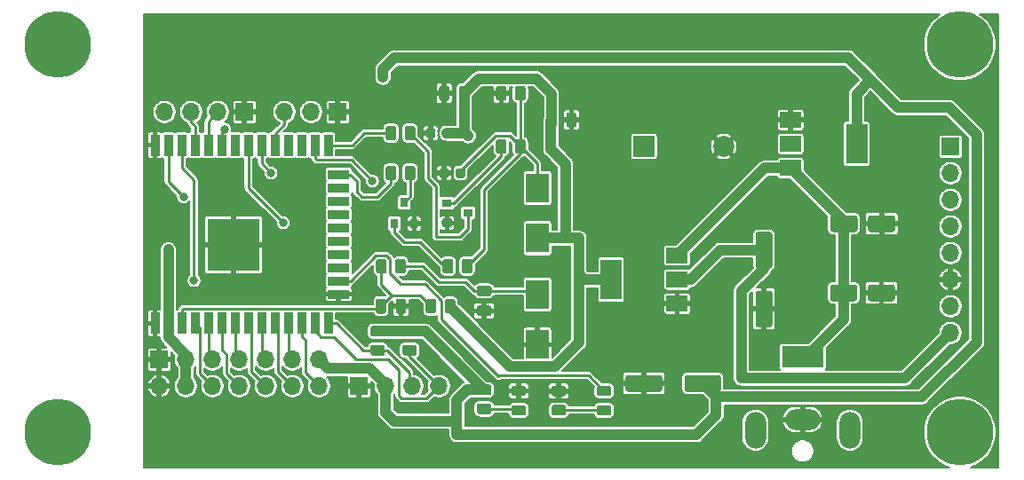
<source format=gbr>
%TF.GenerationSoftware,KiCad,Pcbnew,(5.1.9)-1*%
%TF.CreationDate,2021-07-08T11:56:06-05:00*%
%TF.ProjectId,prueba,70727565-6261-42e6-9b69-6361645f7063,rev?*%
%TF.SameCoordinates,Original*%
%TF.FileFunction,Copper,L1,Top*%
%TF.FilePolarity,Positive*%
%FSLAX46Y46*%
G04 Gerber Fmt 4.6, Leading zero omitted, Abs format (unit mm)*
G04 Created by KiCad (PCBNEW (5.1.9)-1) date 2021-07-08 11:56:06*
%MOMM*%
%LPD*%
G01*
G04 APERTURE LIST*
%TA.AperFunction,ComponentPad*%
%ADD10R,2.000000X2.000000*%
%TD*%
%TA.AperFunction,ComponentPad*%
%ADD11C,2.000000*%
%TD*%
%TA.AperFunction,ComponentPad*%
%ADD12O,1.700000X1.700000*%
%TD*%
%TA.AperFunction,ComponentPad*%
%ADD13R,1.700000X1.700000*%
%TD*%
%TA.AperFunction,ComponentPad*%
%ADD14O,2.000000X3.500000*%
%TD*%
%TA.AperFunction,ComponentPad*%
%ADD15O,3.300000X2.000000*%
%TD*%
%TA.AperFunction,ComponentPad*%
%ADD16R,4.000000X2.000000*%
%TD*%
%TA.AperFunction,SMDPad,CuDef*%
%ADD17R,2.000000X3.800000*%
%TD*%
%TA.AperFunction,SMDPad,CuDef*%
%ADD18R,2.000000X1.500000*%
%TD*%
%TA.AperFunction,SMDPad,CuDef*%
%ADD19R,5.000000X5.000000*%
%TD*%
%TA.AperFunction,SMDPad,CuDef*%
%ADD20R,0.900000X2.000000*%
%TD*%
%TA.AperFunction,SMDPad,CuDef*%
%ADD21R,2.000000X0.900000*%
%TD*%
%TA.AperFunction,SMDPad,CuDef*%
%ADD22R,2.200000X2.800000*%
%TD*%
%TA.AperFunction,SMDPad,CuDef*%
%ADD23R,0.900000X0.800000*%
%TD*%
%TA.AperFunction,SMDPad,CuDef*%
%ADD24R,0.800000X0.900000*%
%TD*%
%TA.AperFunction,ViaPad*%
%ADD25C,6.350000*%
%TD*%
%TA.AperFunction,ViaPad*%
%ADD26C,0.800000*%
%TD*%
%TA.AperFunction,Conductor*%
%ADD27C,0.250000*%
%TD*%
%TA.AperFunction,Conductor*%
%ADD28C,1.000000*%
%TD*%
%TA.AperFunction,Conductor*%
%ADD29C,0.200000*%
%TD*%
%TA.AperFunction,Conductor*%
%ADD30C,0.100000*%
%TD*%
G04 APERTURE END LIST*
D10*
%TO.P,BZ1,1*%
%TO.N,/BUZ*%
X88900000Y-92710000D03*
D11*
%TO.P,BZ1,2*%
%TO.N,GND*%
X96500000Y-92710000D03*
%TD*%
D12*
%TO.P,J3,3*%
%TO.N,/OBS*%
X54610000Y-89408000D03*
%TO.P,J3,2*%
%TO.N,+5V*%
X57150000Y-89408000D03*
D13*
%TO.P,J3,1*%
%TO.N,GND*%
X59690000Y-89408000D03*
%TD*%
D12*
%TO.P,J5,4*%
%TO.N,+3V3*%
X43180000Y-89408000D03*
%TO.P,J5,3*%
%TO.N,/TXD0*%
X45720000Y-89408000D03*
%TO.P,J5,2*%
%TO.N,/RXD0*%
X48260000Y-89408000D03*
D13*
%TO.P,J5,1*%
%TO.N,GND*%
X50800000Y-89408000D03*
%TD*%
D12*
%TO.P,J2,4*%
%TO.N,/SCLi2c*%
X69342000Y-115570000D03*
%TO.P,J2,3*%
%TO.N,/SDAi2c*%
X66802000Y-115570000D03*
%TO.P,J2,2*%
%TO.N,+5V*%
X64262000Y-115570000D03*
D13*
%TO.P,J2,1*%
%TO.N,GND*%
X61722000Y-115570000D03*
%TD*%
D12*
%TO.P,J4,14*%
%TO.N,/IO27*%
X57912000Y-115570000D03*
%TO.P,J4,13*%
%TO.N,+5V*%
X57912000Y-113030000D03*
%TO.P,J4,12*%
%TO.N,/IO25*%
X55372000Y-115570000D03*
%TO.P,J4,11*%
%TO.N,/IO26*%
X55372000Y-113030000D03*
%TO.P,J4,10*%
%TO.N,/IO32*%
X52832000Y-115570000D03*
%TO.P,J4,9*%
%TO.N,/IO33*%
X52832000Y-113030000D03*
%TO.P,J4,8*%
%TO.N,/IO34*%
X50292000Y-115570000D03*
%TO.P,J4,7*%
%TO.N,/IO35*%
X50292000Y-113030000D03*
%TO.P,J4,6*%
%TO.N,/sensVP*%
X47752000Y-115570000D03*
%TO.P,J4,5*%
%TO.N,/sensVN*%
X47752000Y-113030000D03*
%TO.P,J4,4*%
%TO.N,+3V3*%
X45212000Y-115570000D03*
%TO.P,J4,3*%
X45212000Y-113030000D03*
%TO.P,J4,2*%
%TO.N,GND*%
X42672000Y-115570000D03*
D13*
%TO.P,J4,1*%
X42672000Y-113030000D03*
%TD*%
D14*
%TO.P,J6,MP*%
%TO.N,N/C*%
X108513000Y-119776000D03*
X99513000Y-119776000D03*
D15*
%TO.P,J6,2*%
%TO.N,GND*%
X104013000Y-118776000D03*
D16*
%TO.P,J6,1*%
%TO.N,+12V*%
X104013000Y-112776000D03*
%TD*%
D17*
%TO.P,U2,4*%
%TO.N,+5V*%
X109170000Y-92470000D03*
D18*
%TO.P,U2,2*%
%TO.N,Net-(U2-Pad2)*%
X102870000Y-92470000D03*
%TO.P,U2,3*%
%TO.N,+12V*%
X102870000Y-94770000D03*
%TO.P,U2,1*%
%TO.N,GND*%
X102870000Y-90170000D03*
%TD*%
D19*
%TO.P,U3,39*%
%TO.N,GND*%
X49775000Y-102085000D03*
D20*
%TO.P,U3,1*%
X42275000Y-109585000D03*
%TO.P,U3,2*%
%TO.N,+3V3*%
X43545000Y-109585000D03*
%TO.P,U3,3*%
%TO.N,/esp32-wroom/EN*%
X44815000Y-109585000D03*
%TO.P,U3,4*%
%TO.N,/sensVP*%
X46085000Y-109585000D03*
%TO.P,U3,5*%
%TO.N,/sensVN*%
X47355000Y-109585000D03*
%TO.P,U3,6*%
%TO.N,/IO34*%
X48625000Y-109585000D03*
%TO.P,U3,7*%
%TO.N,/IO35*%
X49895000Y-109585000D03*
%TO.P,U3,8*%
%TO.N,/IO32*%
X51165000Y-109585000D03*
%TO.P,U3,9*%
%TO.N,/IO33*%
X52435000Y-109585000D03*
%TO.P,U3,10*%
%TO.N,/IO25*%
X53705000Y-109585000D03*
%TO.P,U3,11*%
%TO.N,/IO26*%
X54975000Y-109585000D03*
%TO.P,U3,12*%
%TO.N,/IO27*%
X56245000Y-109585000D03*
%TO.P,U3,13*%
%TO.N,/SCLi2c*%
X57515000Y-109585000D03*
%TO.P,U3,14*%
%TO.N,/SDAi2c*%
X58785000Y-109585000D03*
D21*
%TO.P,U3,15*%
%TO.N,GND*%
X59785000Y-106800000D03*
%TO.P,U3,16*%
%TO.N,/IO13*%
X59785000Y-105530000D03*
%TO.P,U3,17*%
%TO.N,Net-(U3-Pad17)*%
X59785000Y-104260000D03*
%TO.P,U3,18*%
%TO.N,Net-(U3-Pad18)*%
X59785000Y-102990000D03*
%TO.P,U3,19*%
%TO.N,Net-(U3-Pad19)*%
X59785000Y-101720000D03*
%TO.P,U3,20*%
%TO.N,Net-(U3-Pad20)*%
X59785000Y-100450000D03*
%TO.P,U3,21*%
%TO.N,Net-(U3-Pad21)*%
X59785000Y-99180000D03*
%TO.P,U3,22*%
%TO.N,Net-(U3-Pad22)*%
X59785000Y-97910000D03*
%TO.P,U3,23*%
%TO.N,/IO15*%
X59785000Y-96640000D03*
%TO.P,U3,24*%
%TO.N,/esp32-wroom/IO2*%
X59785000Y-95370000D03*
D20*
%TO.P,U3,25*%
%TO.N,/esp32-wroom/IO0*%
X58785000Y-92585000D03*
%TO.P,U3,26*%
%TO.N,/BUZ*%
X57515000Y-92585000D03*
%TO.P,U3,27*%
%TO.N,/IO16*%
X56245000Y-92585000D03*
%TO.P,U3,28*%
%TO.N,/IO17*%
X54975000Y-92585000D03*
%TO.P,U3,29*%
%TO.N,/OBS*%
X53705000Y-92585000D03*
%TO.P,U3,30*%
%TO.N,/SCK*%
X52435000Y-92585000D03*
%TO.P,U3,31*%
%TO.N,/MISO*%
X51165000Y-92585000D03*
%TO.P,U3,32*%
%TO.N,Net-(U3-Pad32)*%
X49895000Y-92585000D03*
%TO.P,U3,33*%
%TO.N,/SDAspi*%
X48625000Y-92585000D03*
%TO.P,U3,34*%
%TO.N,/RXD0*%
X47355000Y-92585000D03*
%TO.P,U3,35*%
%TO.N,/TXD0*%
X46085000Y-92585000D03*
%TO.P,U3,36*%
%TO.N,/RST*%
X44815000Y-92585000D03*
%TO.P,U3,37*%
%TO.N,/MOSI*%
X43545000Y-92585000D03*
%TO.P,U3,38*%
%TO.N,GND*%
X42275000Y-92585000D03*
%TD*%
%TO.P,R7,2*%
%TO.N,Net-(Q2-Pad3)*%
%TA.AperFunction,SMDPad,CuDef*%
G36*
G01*
X66082500Y-95700002D02*
X66082500Y-94799998D01*
G75*
G02*
X66332498Y-94550000I249998J0D01*
G01*
X66857502Y-94550000D01*
G75*
G02*
X67107500Y-94799998I0J-249998D01*
G01*
X67107500Y-95700002D01*
G75*
G02*
X66857502Y-95950000I-249998J0D01*
G01*
X66332498Y-95950000D01*
G75*
G02*
X66082500Y-95700002I0J249998D01*
G01*
G37*
%TD.AperFunction*%
%TO.P,R7,1*%
%TO.N,/esp32-wroom/IO2*%
%TA.AperFunction,SMDPad,CuDef*%
G36*
G01*
X64257500Y-95700002D02*
X64257500Y-94799998D01*
G75*
G02*
X64507498Y-94550000I249998J0D01*
G01*
X65032502Y-94550000D01*
G75*
G02*
X65282500Y-94799998I0J-249998D01*
G01*
X65282500Y-95700002D01*
G75*
G02*
X65032502Y-95950000I-249998J0D01*
G01*
X64507498Y-95950000D01*
G75*
G02*
X64257500Y-95700002I0J249998D01*
G01*
G37*
%TD.AperFunction*%
%TD*%
%TO.P,R6,2*%
%TO.N,Net-(Q1-Pad3)*%
%TA.AperFunction,SMDPad,CuDef*%
G36*
G01*
X66082500Y-91890002D02*
X66082500Y-90989998D01*
G75*
G02*
X66332498Y-90740000I249998J0D01*
G01*
X66857502Y-90740000D01*
G75*
G02*
X67107500Y-90989998I0J-249998D01*
G01*
X67107500Y-91890002D01*
G75*
G02*
X66857502Y-92140000I-249998J0D01*
G01*
X66332498Y-92140000D01*
G75*
G02*
X66082500Y-91890002I0J249998D01*
G01*
G37*
%TD.AperFunction*%
%TO.P,R6,1*%
%TO.N,/esp32-wroom/IO0*%
%TA.AperFunction,SMDPad,CuDef*%
G36*
G01*
X64257500Y-91890002D02*
X64257500Y-90989998D01*
G75*
G02*
X64507498Y-90740000I249998J0D01*
G01*
X65032502Y-90740000D01*
G75*
G02*
X65282500Y-90989998I0J-249998D01*
G01*
X65282500Y-91890002D01*
G75*
G02*
X65032502Y-92140000I-249998J0D01*
G01*
X64507498Y-92140000D01*
G75*
G02*
X64257500Y-91890002I0J249998D01*
G01*
G37*
%TD.AperFunction*%
%TD*%
%TO.P,R2,2*%
%TO.N,Net-(C4-Pad1)*%
%TA.AperFunction,SMDPad,CuDef*%
G36*
G01*
X65170000Y-104590002D02*
X65170000Y-103689998D01*
G75*
G02*
X65419998Y-103440000I249998J0D01*
G01*
X65945002Y-103440000D01*
G75*
G02*
X66195000Y-103689998I0J-249998D01*
G01*
X66195000Y-104590002D01*
G75*
G02*
X65945002Y-104840000I-249998J0D01*
G01*
X65419998Y-104840000D01*
G75*
G02*
X65170000Y-104590002I0J249998D01*
G01*
G37*
%TD.AperFunction*%
%TO.P,R2,1*%
%TO.N,/esp32-wroom/EN*%
%TA.AperFunction,SMDPad,CuDef*%
G36*
G01*
X63345000Y-104590002D02*
X63345000Y-103689998D01*
G75*
G02*
X63594998Y-103440000I249998J0D01*
G01*
X64120002Y-103440000D01*
G75*
G02*
X64370000Y-103689998I0J-249998D01*
G01*
X64370000Y-104590002D01*
G75*
G02*
X64120002Y-104840000I-249998J0D01*
G01*
X63594998Y-104840000D01*
G75*
G02*
X63345000Y-104590002I0J249998D01*
G01*
G37*
%TD.AperFunction*%
%TD*%
D12*
%TO.P,J1,8*%
%TO.N,+3V3*%
X118110000Y-110490000D03*
%TO.P,J1,7*%
%TO.N,/RST*%
X118110000Y-107950000D03*
%TO.P,J1,6*%
%TO.N,GND*%
X118110000Y-105410000D03*
%TO.P,J1,5*%
%TO.N,Net-(J1-Pad5)*%
X118110000Y-102870000D03*
%TO.P,J1,4*%
%TO.N,/MISO*%
X118110000Y-100330000D03*
%TO.P,J1,3*%
%TO.N,/MOSI*%
X118110000Y-97790000D03*
%TO.P,J1,2*%
%TO.N,/SCK*%
X118110000Y-95250000D03*
D13*
%TO.P,J1,1*%
%TO.N,/SDAspi*%
X118110000Y-92710000D03*
%TD*%
%TO.P,Led2,1*%
%TO.N,Net-(Led2-Pad1)*%
%TA.AperFunction,SMDPad,CuDef*%
G36*
G01*
X85546250Y-118392000D02*
X84633750Y-118392000D01*
G75*
G02*
X84390000Y-118148250I0J243750D01*
G01*
X84390000Y-117660750D01*
G75*
G02*
X84633750Y-117417000I243750J0D01*
G01*
X85546250Y-117417000D01*
G75*
G02*
X85790000Y-117660750I0J-243750D01*
G01*
X85790000Y-118148250D01*
G75*
G02*
X85546250Y-118392000I-243750J0D01*
G01*
G37*
%TD.AperFunction*%
%TO.P,Led2,2*%
%TO.N,/IO13*%
%TA.AperFunction,SMDPad,CuDef*%
G36*
G01*
X85546250Y-116517000D02*
X84633750Y-116517000D01*
G75*
G02*
X84390000Y-116273250I0J243750D01*
G01*
X84390000Y-115785750D01*
G75*
G02*
X84633750Y-115542000I243750J0D01*
G01*
X85546250Y-115542000D01*
G75*
G02*
X85790000Y-115785750I0J-243750D01*
G01*
X85790000Y-116273250D01*
G75*
G02*
X85546250Y-116517000I-243750J0D01*
G01*
G37*
%TD.AperFunction*%
%TD*%
%TO.P,C1,1*%
%TO.N,+3V3*%
%TA.AperFunction,SMDPad,CuDef*%
G36*
G01*
X72250000Y-87155000D02*
X72250000Y-88105000D01*
G75*
G02*
X72000000Y-88355000I-250000J0D01*
G01*
X71500000Y-88355000D01*
G75*
G02*
X71250000Y-88105000I0J250000D01*
G01*
X71250000Y-87155000D01*
G75*
G02*
X71500000Y-86905000I250000J0D01*
G01*
X72000000Y-86905000D01*
G75*
G02*
X72250000Y-87155000I0J-250000D01*
G01*
G37*
%TD.AperFunction*%
%TO.P,C1,2*%
%TO.N,GND*%
%TA.AperFunction,SMDPad,CuDef*%
G36*
G01*
X70350000Y-87155000D02*
X70350000Y-88105000D01*
G75*
G02*
X70100000Y-88355000I-250000J0D01*
G01*
X69600000Y-88355000D01*
G75*
G02*
X69350000Y-88105000I0J250000D01*
G01*
X69350000Y-87155000D01*
G75*
G02*
X69600000Y-86905000I250000J0D01*
G01*
X70100000Y-86905000D01*
G75*
G02*
X70350000Y-87155000I0J-250000D01*
G01*
G37*
%TD.AperFunction*%
%TD*%
%TO.P,C2,1*%
%TO.N,+3V3*%
%TA.AperFunction,SMDPad,CuDef*%
G36*
G01*
X70567000Y-91190000D02*
X70567000Y-91690000D01*
G75*
G02*
X70342000Y-91915000I-225000J0D01*
G01*
X69892000Y-91915000D01*
G75*
G02*
X69667000Y-91690000I0J225000D01*
G01*
X69667000Y-91190000D01*
G75*
G02*
X69892000Y-90965000I225000J0D01*
G01*
X70342000Y-90965000D01*
G75*
G02*
X70567000Y-91190000I0J-225000D01*
G01*
G37*
%TD.AperFunction*%
%TO.P,C2,2*%
%TO.N,GND*%
%TA.AperFunction,SMDPad,CuDef*%
G36*
G01*
X69017000Y-91190000D02*
X69017000Y-91690000D01*
G75*
G02*
X68792000Y-91915000I-225000J0D01*
G01*
X68342000Y-91915000D01*
G75*
G02*
X68117000Y-91690000I0J225000D01*
G01*
X68117000Y-91190000D01*
G75*
G02*
X68342000Y-90965000I225000J0D01*
G01*
X68792000Y-90965000D01*
G75*
G02*
X69017000Y-91190000I0J-225000D01*
G01*
G37*
%TD.AperFunction*%
%TD*%
%TO.P,C3,2*%
%TO.N,GND*%
%TA.AperFunction,SMDPad,CuDef*%
G36*
G01*
X65220000Y-108425000D02*
X65220000Y-107475000D01*
G75*
G02*
X65470000Y-107225000I250000J0D01*
G01*
X65970000Y-107225000D01*
G75*
G02*
X66220000Y-107475000I0J-250000D01*
G01*
X66220000Y-108425000D01*
G75*
G02*
X65970000Y-108675000I-250000J0D01*
G01*
X65470000Y-108675000D01*
G75*
G02*
X65220000Y-108425000I0J250000D01*
G01*
G37*
%TD.AperFunction*%
%TO.P,C3,1*%
%TO.N,/esp32-wroom/EN*%
%TA.AperFunction,SMDPad,CuDef*%
G36*
G01*
X63320000Y-108425000D02*
X63320000Y-107475000D01*
G75*
G02*
X63570000Y-107225000I250000J0D01*
G01*
X64070000Y-107225000D01*
G75*
G02*
X64320000Y-107475000I0J-250000D01*
G01*
X64320000Y-108425000D01*
G75*
G02*
X64070000Y-108675000I-250000J0D01*
G01*
X63570000Y-108675000D01*
G75*
G02*
X63320000Y-108425000I0J250000D01*
G01*
G37*
%TD.AperFunction*%
%TD*%
%TO.P,C4,1*%
%TO.N,Net-(C4-Pad1)*%
%TA.AperFunction,SMDPad,CuDef*%
G36*
G01*
X73185000Y-105992000D02*
X74135000Y-105992000D01*
G75*
G02*
X74385000Y-106242000I0J-250000D01*
G01*
X74385000Y-106742000D01*
G75*
G02*
X74135000Y-106992000I-250000J0D01*
G01*
X73185000Y-106992000D01*
G75*
G02*
X72935000Y-106742000I0J250000D01*
G01*
X72935000Y-106242000D01*
G75*
G02*
X73185000Y-105992000I250000J0D01*
G01*
G37*
%TD.AperFunction*%
%TO.P,C4,2*%
%TO.N,GND*%
%TA.AperFunction,SMDPad,CuDef*%
G36*
G01*
X73185000Y-107892000D02*
X74135000Y-107892000D01*
G75*
G02*
X74385000Y-108142000I0J-250000D01*
G01*
X74385000Y-108642000D01*
G75*
G02*
X74135000Y-108892000I-250000J0D01*
G01*
X73185000Y-108892000D01*
G75*
G02*
X72935000Y-108642000I0J250000D01*
G01*
X72935000Y-108142000D01*
G75*
G02*
X73185000Y-107892000I250000J0D01*
G01*
G37*
%TD.AperFunction*%
%TD*%
%TO.P,C5,2*%
%TO.N,GND*%
%TA.AperFunction,SMDPad,CuDef*%
G36*
G01*
X70300000Y-95000000D02*
X70300000Y-95500000D01*
G75*
G02*
X70075000Y-95725000I-225000J0D01*
G01*
X69625000Y-95725000D01*
G75*
G02*
X69400000Y-95500000I0J225000D01*
G01*
X69400000Y-95000000D01*
G75*
G02*
X69625000Y-94775000I225000J0D01*
G01*
X70075000Y-94775000D01*
G75*
G02*
X70300000Y-95000000I0J-225000D01*
G01*
G37*
%TD.AperFunction*%
%TO.P,C5,1*%
%TO.N,Net-(C5-Pad1)*%
%TA.AperFunction,SMDPad,CuDef*%
G36*
G01*
X71850000Y-95000000D02*
X71850000Y-95500000D01*
G75*
G02*
X71625000Y-95725000I-225000J0D01*
G01*
X71175000Y-95725000D01*
G75*
G02*
X70950000Y-95500000I0J225000D01*
G01*
X70950000Y-95000000D01*
G75*
G02*
X71175000Y-94775000I225000J0D01*
G01*
X71625000Y-94775000D01*
G75*
G02*
X71850000Y-95000000I0J-225000D01*
G01*
G37*
%TD.AperFunction*%
%TD*%
%TO.P,C6,2*%
%TO.N,+3V3*%
%TA.AperFunction,SMDPad,CuDef*%
G36*
G01*
X80576000Y-89695000D02*
X80576000Y-90645000D01*
G75*
G02*
X80326000Y-90895000I-250000J0D01*
G01*
X79826000Y-90895000D01*
G75*
G02*
X79576000Y-90645000I0J250000D01*
G01*
X79576000Y-89695000D01*
G75*
G02*
X79826000Y-89445000I250000J0D01*
G01*
X80326000Y-89445000D01*
G75*
G02*
X80576000Y-89695000I0J-250000D01*
G01*
G37*
%TD.AperFunction*%
%TO.P,C6,1*%
%TO.N,GND*%
%TA.AperFunction,SMDPad,CuDef*%
G36*
G01*
X82476000Y-89695000D02*
X82476000Y-90645000D01*
G75*
G02*
X82226000Y-90895000I-250000J0D01*
G01*
X81726000Y-90895000D01*
G75*
G02*
X81476000Y-90645000I0J250000D01*
G01*
X81476000Y-89695000D01*
G75*
G02*
X81726000Y-89445000I250000J0D01*
G01*
X82226000Y-89445000D01*
G75*
G02*
X82476000Y-89695000I0J-250000D01*
G01*
G37*
%TD.AperFunction*%
%TD*%
%TO.P,Cin1,2*%
%TO.N,GND*%
%TA.AperFunction,SMDPad,CuDef*%
G36*
G01*
X110250000Y-100626000D02*
X110250000Y-99526000D01*
G75*
G02*
X110500000Y-99276000I250000J0D01*
G01*
X112600000Y-99276000D01*
G75*
G02*
X112850000Y-99526000I0J-250000D01*
G01*
X112850000Y-100626000D01*
G75*
G02*
X112600000Y-100876000I-250000J0D01*
G01*
X110500000Y-100876000D01*
G75*
G02*
X110250000Y-100626000I0J250000D01*
G01*
G37*
%TD.AperFunction*%
%TO.P,Cin1,1*%
%TO.N,+12V*%
%TA.AperFunction,SMDPad,CuDef*%
G36*
G01*
X106650000Y-100626000D02*
X106650000Y-99526000D01*
G75*
G02*
X106900000Y-99276000I250000J0D01*
G01*
X109000000Y-99276000D01*
G75*
G02*
X109250000Y-99526000I0J-250000D01*
G01*
X109250000Y-100626000D01*
G75*
G02*
X109000000Y-100876000I-250000J0D01*
G01*
X106900000Y-100876000D01*
G75*
G02*
X106650000Y-100626000I0J250000D01*
G01*
G37*
%TD.AperFunction*%
%TD*%
%TO.P,Cin2,1*%
%TO.N,+12V*%
%TA.AperFunction,SMDPad,CuDef*%
G36*
G01*
X106628000Y-107230000D02*
X106628000Y-106130000D01*
G75*
G02*
X106878000Y-105880000I250000J0D01*
G01*
X108978000Y-105880000D01*
G75*
G02*
X109228000Y-106130000I0J-250000D01*
G01*
X109228000Y-107230000D01*
G75*
G02*
X108978000Y-107480000I-250000J0D01*
G01*
X106878000Y-107480000D01*
G75*
G02*
X106628000Y-107230000I0J250000D01*
G01*
G37*
%TD.AperFunction*%
%TO.P,Cin2,2*%
%TO.N,GND*%
%TA.AperFunction,SMDPad,CuDef*%
G36*
G01*
X110228000Y-107230000D02*
X110228000Y-106130000D01*
G75*
G02*
X110478000Y-105880000I250000J0D01*
G01*
X112578000Y-105880000D01*
G75*
G02*
X112828000Y-106130000I0J-250000D01*
G01*
X112828000Y-107230000D01*
G75*
G02*
X112578000Y-107480000I-250000J0D01*
G01*
X110478000Y-107480000D01*
G75*
G02*
X110228000Y-107230000I0J250000D01*
G01*
G37*
%TD.AperFunction*%
%TD*%
%TO.P,Cout1,2*%
%TO.N,GND*%
%TA.AperFunction,SMDPad,CuDef*%
G36*
G01*
X99780000Y-106460000D02*
X100880000Y-106460000D01*
G75*
G02*
X101130000Y-106710000I0J-250000D01*
G01*
X101130000Y-109710000D01*
G75*
G02*
X100880000Y-109960000I-250000J0D01*
G01*
X99780000Y-109960000D01*
G75*
G02*
X99530000Y-109710000I0J250000D01*
G01*
X99530000Y-106710000D01*
G75*
G02*
X99780000Y-106460000I250000J0D01*
G01*
G37*
%TD.AperFunction*%
%TO.P,Cout1,1*%
%TO.N,+3V3*%
%TA.AperFunction,SMDPad,CuDef*%
G36*
G01*
X99780000Y-100860000D02*
X100880000Y-100860000D01*
G75*
G02*
X101130000Y-101110000I0J-250000D01*
G01*
X101130000Y-104110000D01*
G75*
G02*
X100880000Y-104360000I-250000J0D01*
G01*
X99780000Y-104360000D01*
G75*
G02*
X99530000Y-104110000I0J250000D01*
G01*
X99530000Y-101110000D01*
G75*
G02*
X99780000Y-100860000I250000J0D01*
G01*
G37*
%TD.AperFunction*%
%TD*%
%TO.P,Cout2,1*%
%TO.N,+5V*%
%TA.AperFunction,SMDPad,CuDef*%
G36*
G01*
X96244000Y-114766000D02*
X96244000Y-115866000D01*
G75*
G02*
X95994000Y-116116000I-250000J0D01*
G01*
X92994000Y-116116000D01*
G75*
G02*
X92744000Y-115866000I0J250000D01*
G01*
X92744000Y-114766000D01*
G75*
G02*
X92994000Y-114516000I250000J0D01*
G01*
X95994000Y-114516000D01*
G75*
G02*
X96244000Y-114766000I0J-250000D01*
G01*
G37*
%TD.AperFunction*%
%TO.P,Cout2,2*%
%TO.N,GND*%
%TA.AperFunction,SMDPad,CuDef*%
G36*
G01*
X90644000Y-114766000D02*
X90644000Y-115866000D01*
G75*
G02*
X90394000Y-116116000I-250000J0D01*
G01*
X87394000Y-116116000D01*
G75*
G02*
X87144000Y-115866000I0J250000D01*
G01*
X87144000Y-114766000D01*
G75*
G02*
X87394000Y-114516000I250000J0D01*
G01*
X90394000Y-114516000D01*
G75*
G02*
X90644000Y-114766000I0J-250000D01*
G01*
G37*
%TD.AperFunction*%
%TD*%
D22*
%TO.P,ENesp1,2*%
%TO.N,Net-(C4-Pad1)*%
X78740000Y-106820000D03*
%TO.P,ENesp1,1*%
%TO.N,GND*%
X78740000Y-111620000D03*
%TD*%
%TO.P,Led1,2*%
%TO.N,Net-(Led1-Pad2)*%
%TA.AperFunction,SMDPad,CuDef*%
G36*
G01*
X76505750Y-117417000D02*
X77418250Y-117417000D01*
G75*
G02*
X77662000Y-117660750I0J-243750D01*
G01*
X77662000Y-118148250D01*
G75*
G02*
X77418250Y-118392000I-243750J0D01*
G01*
X76505750Y-118392000D01*
G75*
G02*
X76262000Y-118148250I0J243750D01*
G01*
X76262000Y-117660750D01*
G75*
G02*
X76505750Y-117417000I243750J0D01*
G01*
G37*
%TD.AperFunction*%
%TO.P,Led1,1*%
%TO.N,GND*%
%TA.AperFunction,SMDPad,CuDef*%
G36*
G01*
X76505750Y-115542000D02*
X77418250Y-115542000D01*
G75*
G02*
X77662000Y-115785750I0J-243750D01*
G01*
X77662000Y-116273250D01*
G75*
G02*
X77418250Y-116517000I-243750J0D01*
G01*
X76505750Y-116517000D01*
G75*
G02*
X76262000Y-116273250I0J243750D01*
G01*
X76262000Y-115785750D01*
G75*
G02*
X76505750Y-115542000I243750J0D01*
G01*
G37*
%TD.AperFunction*%
%TD*%
D23*
%TO.P,Q1,3*%
%TO.N,Net-(Q1-Pad3)*%
X72120000Y-99060000D03*
%TO.P,Q1,2*%
%TO.N,GND*%
X70120000Y-100010000D03*
%TO.P,Q1,1*%
%TO.N,Net-(Q1-Pad1)*%
X70120000Y-98110000D03*
%TD*%
D24*
%TO.P,Q2,1*%
%TO.N,Net-(Q2-Pad1)*%
X65090000Y-100060000D03*
%TO.P,Q2,2*%
%TO.N,GND*%
X66990000Y-100060000D03*
%TO.P,Q2,3*%
%TO.N,Net-(Q2-Pad3)*%
X66040000Y-98060000D03*
%TD*%
%TO.P,R1,2*%
%TO.N,+3V3*%
%TA.AperFunction,SMDPad,CuDef*%
G36*
G01*
X69892500Y-108400002D02*
X69892500Y-107499998D01*
G75*
G02*
X70142498Y-107250000I249998J0D01*
G01*
X70667502Y-107250000D01*
G75*
G02*
X70917500Y-107499998I0J-249998D01*
G01*
X70917500Y-108400002D01*
G75*
G02*
X70667502Y-108650000I-249998J0D01*
G01*
X70142498Y-108650000D01*
G75*
G02*
X69892500Y-108400002I0J249998D01*
G01*
G37*
%TD.AperFunction*%
%TO.P,R1,1*%
%TO.N,/esp32-wroom/EN*%
%TA.AperFunction,SMDPad,CuDef*%
G36*
G01*
X68067500Y-108400002D02*
X68067500Y-107499998D01*
G75*
G02*
X68317498Y-107250000I249998J0D01*
G01*
X68842502Y-107250000D01*
G75*
G02*
X69092500Y-107499998I0J-249998D01*
G01*
X69092500Y-108400002D01*
G75*
G02*
X68842502Y-108650000I-249998J0D01*
G01*
X68317498Y-108650000D01*
G75*
G02*
X68067500Y-108400002I0J249998D01*
G01*
G37*
%TD.AperFunction*%
%TD*%
%TO.P,R3,2*%
%TO.N,GND*%
%TA.AperFunction,SMDPad,CuDef*%
G36*
G01*
X75800000Y-87179998D02*
X75800000Y-88080002D01*
G75*
G02*
X75550002Y-88330000I-249998J0D01*
G01*
X75024998Y-88330000D01*
G75*
G02*
X74775000Y-88080002I0J249998D01*
G01*
X74775000Y-87179998D01*
G75*
G02*
X75024998Y-86930000I249998J0D01*
G01*
X75550002Y-86930000D01*
G75*
G02*
X75800000Y-87179998I0J-249998D01*
G01*
G37*
%TD.AperFunction*%
%TO.P,R3,1*%
%TO.N,Net-(C5-Pad1)*%
%TA.AperFunction,SMDPad,CuDef*%
G36*
G01*
X77625000Y-87179998D02*
X77625000Y-88080002D01*
G75*
G02*
X77375002Y-88330000I-249998J0D01*
G01*
X76849998Y-88330000D01*
G75*
G02*
X76600000Y-88080002I0J249998D01*
G01*
X76600000Y-87179998D01*
G75*
G02*
X76849998Y-86930000I249998J0D01*
G01*
X77375002Y-86930000D01*
G75*
G02*
X77625000Y-87179998I0J-249998D01*
G01*
G37*
%TD.AperFunction*%
%TD*%
%TO.P,R4,1*%
%TO.N,Net-(Q1-Pad1)*%
%TA.AperFunction,SMDPad,CuDef*%
G36*
G01*
X74775000Y-93160002D02*
X74775000Y-92259998D01*
G75*
G02*
X75024998Y-92010000I249998J0D01*
G01*
X75550002Y-92010000D01*
G75*
G02*
X75800000Y-92259998I0J-249998D01*
G01*
X75800000Y-93160002D01*
G75*
G02*
X75550002Y-93410000I-249998J0D01*
G01*
X75024998Y-93410000D01*
G75*
G02*
X74775000Y-93160002I0J249998D01*
G01*
G37*
%TD.AperFunction*%
%TO.P,R4,2*%
%TO.N,Net-(C5-Pad1)*%
%TA.AperFunction,SMDPad,CuDef*%
G36*
G01*
X76600000Y-93160002D02*
X76600000Y-92259998D01*
G75*
G02*
X76849998Y-92010000I249998J0D01*
G01*
X77375002Y-92010000D01*
G75*
G02*
X77625000Y-92259998I0J-249998D01*
G01*
X77625000Y-93160002D01*
G75*
G02*
X77375002Y-93410000I-249998J0D01*
G01*
X76849998Y-93410000D01*
G75*
G02*
X76600000Y-93160002I0J249998D01*
G01*
G37*
%TD.AperFunction*%
%TD*%
%TO.P,R5,1*%
%TO.N,Net-(Q2-Pad1)*%
%TA.AperFunction,SMDPad,CuDef*%
G36*
G01*
X69695000Y-104590002D02*
X69695000Y-103689998D01*
G75*
G02*
X69944998Y-103440000I249998J0D01*
G01*
X70470002Y-103440000D01*
G75*
G02*
X70720000Y-103689998I0J-249998D01*
G01*
X70720000Y-104590002D01*
G75*
G02*
X70470002Y-104840000I-249998J0D01*
G01*
X69944998Y-104840000D01*
G75*
G02*
X69695000Y-104590002I0J249998D01*
G01*
G37*
%TD.AperFunction*%
%TO.P,R5,2*%
%TO.N,Net-(C5-Pad1)*%
%TA.AperFunction,SMDPad,CuDef*%
G36*
G01*
X71520000Y-104590002D02*
X71520000Y-103689998D01*
G75*
G02*
X71769998Y-103440000I249998J0D01*
G01*
X72295002Y-103440000D01*
G75*
G02*
X72545000Y-103689998I0J-249998D01*
G01*
X72545000Y-104590002D01*
G75*
G02*
X72295002Y-104840000I-249998J0D01*
G01*
X71769998Y-104840000D01*
G75*
G02*
X71520000Y-104590002I0J249998D01*
G01*
G37*
%TD.AperFunction*%
%TD*%
%TO.P,R8,2*%
%TO.N,Net-(Led2-Pad1)*%
%TA.AperFunction,SMDPad,CuDef*%
G36*
G01*
X80321998Y-117367000D02*
X81222002Y-117367000D01*
G75*
G02*
X81472000Y-117616998I0J-249998D01*
G01*
X81472000Y-118142002D01*
G75*
G02*
X81222002Y-118392000I-249998J0D01*
G01*
X80321998Y-118392000D01*
G75*
G02*
X80072000Y-118142002I0J249998D01*
G01*
X80072000Y-117616998D01*
G75*
G02*
X80321998Y-117367000I249998J0D01*
G01*
G37*
%TD.AperFunction*%
%TO.P,R8,1*%
%TO.N,GND*%
%TA.AperFunction,SMDPad,CuDef*%
G36*
G01*
X80321998Y-115542000D02*
X81222002Y-115542000D01*
G75*
G02*
X81472000Y-115791998I0J-249998D01*
G01*
X81472000Y-116317002D01*
G75*
G02*
X81222002Y-116567000I-249998J0D01*
G01*
X80321998Y-116567000D01*
G75*
G02*
X80072000Y-116317002I0J249998D01*
G01*
X80072000Y-115791998D01*
G75*
G02*
X80321998Y-115542000I249998J0D01*
G01*
G37*
%TD.AperFunction*%
%TD*%
%TO.P,R9,1*%
%TO.N,Net-(Led1-Pad2)*%
%TA.AperFunction,SMDPad,CuDef*%
G36*
G01*
X74110002Y-118265000D02*
X73209998Y-118265000D01*
G75*
G02*
X72960000Y-118015002I0J249998D01*
G01*
X72960000Y-117489998D01*
G75*
G02*
X73209998Y-117240000I249998J0D01*
G01*
X74110002Y-117240000D01*
G75*
G02*
X74360000Y-117489998I0J-249998D01*
G01*
X74360000Y-118015002D01*
G75*
G02*
X74110002Y-118265000I-249998J0D01*
G01*
G37*
%TD.AperFunction*%
%TO.P,R9,2*%
%TO.N,+5V*%
%TA.AperFunction,SMDPad,CuDef*%
G36*
G01*
X74110002Y-116440000D02*
X73209998Y-116440000D01*
G75*
G02*
X72960000Y-116190002I0J249998D01*
G01*
X72960000Y-115664998D01*
G75*
G02*
X73209998Y-115415000I249998J0D01*
G01*
X74110002Y-115415000D01*
G75*
G02*
X74360000Y-115664998I0J-249998D01*
G01*
X74360000Y-116190002D01*
G75*
G02*
X74110002Y-116440000I-249998J0D01*
G01*
G37*
%TD.AperFunction*%
%TD*%
%TO.P,R10,1*%
%TO.N,+5V*%
%TA.AperFunction,SMDPad,CuDef*%
G36*
G01*
X63049998Y-109827000D02*
X63950002Y-109827000D01*
G75*
G02*
X64200000Y-110076998I0J-249998D01*
G01*
X64200000Y-110602002D01*
G75*
G02*
X63950002Y-110852000I-249998J0D01*
G01*
X63049998Y-110852000D01*
G75*
G02*
X62800000Y-110602002I0J249998D01*
G01*
X62800000Y-110076998D01*
G75*
G02*
X63049998Y-109827000I249998J0D01*
G01*
G37*
%TD.AperFunction*%
%TO.P,R10,2*%
%TO.N,/SDAi2c*%
%TA.AperFunction,SMDPad,CuDef*%
G36*
G01*
X63049998Y-111652000D02*
X63950002Y-111652000D01*
G75*
G02*
X64200000Y-111901998I0J-249998D01*
G01*
X64200000Y-112427002D01*
G75*
G02*
X63950002Y-112677000I-249998J0D01*
G01*
X63049998Y-112677000D01*
G75*
G02*
X62800000Y-112427002I0J249998D01*
G01*
X62800000Y-111901998D01*
G75*
G02*
X63049998Y-111652000I249998J0D01*
G01*
G37*
%TD.AperFunction*%
%TD*%
%TO.P,R11,2*%
%TO.N,+5V*%
%TA.AperFunction,SMDPad,CuDef*%
G36*
G01*
X66998002Y-110852000D02*
X66097998Y-110852000D01*
G75*
G02*
X65848000Y-110602002I0J249998D01*
G01*
X65848000Y-110076998D01*
G75*
G02*
X66097998Y-109827000I249998J0D01*
G01*
X66998002Y-109827000D01*
G75*
G02*
X67248000Y-110076998I0J-249998D01*
G01*
X67248000Y-110602002D01*
G75*
G02*
X66998002Y-110852000I-249998J0D01*
G01*
G37*
%TD.AperFunction*%
%TO.P,R11,1*%
%TO.N,/SCLi2c*%
%TA.AperFunction,SMDPad,CuDef*%
G36*
G01*
X66998002Y-112677000D02*
X66097998Y-112677000D01*
G75*
G02*
X65848000Y-112427002I0J249998D01*
G01*
X65848000Y-111901998D01*
G75*
G02*
X66097998Y-111652000I249998J0D01*
G01*
X66998002Y-111652000D01*
G75*
G02*
X67248000Y-111901998I0J-249998D01*
G01*
X67248000Y-112427002D01*
G75*
G02*
X66998002Y-112677000I-249998J0D01*
G01*
G37*
%TD.AperFunction*%
%TD*%
D22*
%TO.P,SWBOOTesp1,1*%
%TO.N,+3V3*%
X78740000Y-101460000D03*
%TO.P,SWBOOTesp1,2*%
%TO.N,Net-(C5-Pad1)*%
X78740000Y-96660000D03*
%TD*%
D18*
%TO.P,U1,1*%
%TO.N,GND*%
X92050000Y-107710000D03*
%TO.P,U1,3*%
%TO.N,+12V*%
X92050000Y-103110000D03*
%TO.P,U1,2*%
%TO.N,+3V3*%
X92050000Y-105410000D03*
D17*
%TO.P,U1,4*%
X85750000Y-105410000D03*
%TD*%
D25*
%TO.N,*%
X33000000Y-120000000D03*
X33000000Y-83000000D03*
X119000000Y-120000000D03*
X119000000Y-83000000D03*
D26*
%TO.N,/BUZ*%
X63000000Y-96000000D03*
%TO.N,GND*%
X84000000Y-86000000D03*
X86000000Y-86000000D03*
X88000000Y-86000000D03*
X90000000Y-86000000D03*
X84000000Y-88000000D03*
X86000000Y-88000000D03*
X88000000Y-88000000D03*
X90000000Y-88000000D03*
X92000000Y-86000000D03*
X94000000Y-86000000D03*
X92000000Y-88000000D03*
X94000000Y-88000000D03*
X96000000Y-88000000D03*
X96000000Y-86000000D03*
X98000000Y-86000000D03*
X98000000Y-88000000D03*
X60000000Y-87000000D03*
X60000000Y-85000000D03*
X60000000Y-83000000D03*
X60000000Y-81000000D03*
X58000000Y-87000000D03*
X58000000Y-85000000D03*
X58000000Y-83000000D03*
X58000000Y-81000000D03*
X52000000Y-87000000D03*
X52000000Y-85000000D03*
X52000000Y-83000000D03*
X52000000Y-81000000D03*
X50000000Y-87000000D03*
X50000000Y-85000000D03*
X50000000Y-83000000D03*
X50000000Y-81000000D03*
X42000000Y-118000000D03*
X42000000Y-120000000D03*
X42000000Y-122000000D03*
X44000000Y-122000000D03*
X44000000Y-120000000D03*
X44000000Y-118000000D03*
X46000000Y-120000000D03*
X46000000Y-122000000D03*
X48000000Y-122000000D03*
X48000000Y-120000000D03*
X50000000Y-120000000D03*
X50000000Y-122000000D03*
X52000000Y-122000000D03*
X52000000Y-120000000D03*
X54000000Y-120000000D03*
X54000000Y-122000000D03*
X56000000Y-122000000D03*
X56000000Y-120000000D03*
X58000000Y-120000000D03*
X58000000Y-122000000D03*
X57000000Y-118000000D03*
X55000000Y-118000000D03*
X53000000Y-118000000D03*
X51000000Y-118000000D03*
X49000000Y-118000000D03*
X47000000Y-118000000D03*
X61000000Y-118000000D03*
X61000000Y-120000000D03*
X61000000Y-122000000D03*
X63000000Y-122000000D03*
X63000000Y-120000000D03*
X65000000Y-122000000D03*
X67000000Y-122000000D03*
X69000000Y-122000000D03*
X59000000Y-118000000D03*
X48000000Y-81000000D03*
X48000000Y-83000000D03*
X48000000Y-85000000D03*
X48000000Y-87000000D03*
X46000000Y-87000000D03*
X46000000Y-85000000D03*
X46000000Y-83000000D03*
X46000000Y-81000000D03*
X44000000Y-81000000D03*
X44000000Y-83000000D03*
X44000000Y-85000000D03*
X44000000Y-87000000D03*
X42000000Y-87000000D03*
X42000000Y-85000000D03*
X42000000Y-83000000D03*
X42000000Y-81000000D03*
X56000000Y-81000000D03*
X54000000Y-81000000D03*
X54000000Y-83000000D03*
X56000000Y-83000000D03*
X56000000Y-85000000D03*
X54000000Y-85000000D03*
X54000000Y-87000000D03*
X56000000Y-87000000D03*
X94000000Y-93000000D03*
X94000000Y-95000000D03*
X94000000Y-97000000D03*
X92000000Y-97000000D03*
X92000000Y-95000000D03*
X92000000Y-93000000D03*
X90000000Y-96000000D03*
X96000000Y-96000000D03*
X100000000Y-86000000D03*
X100000000Y-88000000D03*
X102000000Y-88000000D03*
X102000000Y-86000000D03*
X104000000Y-86000000D03*
X104000000Y-88000000D03*
X106000000Y-88000000D03*
X106000000Y-86000000D03*
X82000000Y-86000000D03*
X82000000Y-88000000D03*
X87000000Y-113000000D03*
X87000000Y-111000000D03*
X85000000Y-111000000D03*
X85000000Y-113000000D03*
X89000000Y-111000000D03*
X91000000Y-111000000D03*
X93000000Y-111000000D03*
X95000000Y-111000000D03*
X112000000Y-92000000D03*
X114000000Y-92000000D03*
X114000000Y-94000000D03*
X112000000Y-94000000D03*
X112000000Y-96000000D03*
X114000000Y-96000000D03*
X116000000Y-94000000D03*
X111000000Y-110000000D03*
X111000000Y-112000000D03*
X113000000Y-112000000D03*
X113000000Y-110000000D03*
X115000000Y-110000000D03*
X113000000Y-103000000D03*
X115000000Y-103000000D03*
X115000000Y-105000000D03*
%TO.N,+3V3*%
X72136000Y-91694000D03*
X43545000Y-102544996D03*
%TO.N,+5V*%
X64008000Y-86106000D03*
%TO.N,/SDAspi*%
X48898000Y-91062000D03*
%TO.N,/SCK*%
X53340000Y-95250000D03*
%TO.N,/MOSI*%
X45000000Y-97500000D03*
%TO.N,/MISO*%
X54500002Y-100000000D03*
%TO.N,/RST*%
X46000004Y-105500000D03*
%TD*%
D27*
%TO.N,/IO13*%
X63356820Y-103114990D02*
X60941810Y-105530000D01*
X60941810Y-105530000D02*
X59785000Y-105530000D01*
X64358180Y-103114990D02*
X63356820Y-103114990D01*
X64695010Y-104828180D02*
X64695010Y-103451820D01*
X65726840Y-105860010D02*
X64695010Y-104828180D01*
X64695010Y-103451820D02*
X64358180Y-103114990D01*
X68015700Y-105860010D02*
X65726840Y-105860010D01*
X69567490Y-107411800D02*
X68015700Y-105860010D01*
X69567490Y-109191490D02*
X69567490Y-107411800D01*
X75065989Y-114545011D02*
X74993500Y-114617500D01*
X83605511Y-114545011D02*
X75065989Y-114545011D01*
X85090000Y-116029500D02*
X83605511Y-114545011D01*
X74993500Y-114617500D02*
X69567490Y-109191490D01*
%TO.N,/BUZ*%
X61000000Y-94000000D02*
X63000000Y-96000000D01*
X57680000Y-94000000D02*
X61000000Y-94000000D01*
X57515000Y-93835000D02*
X57680000Y-94000000D01*
X57515000Y-92585000D02*
X57515000Y-93835000D01*
D28*
%TO.N,GND*%
X70120000Y-100010000D02*
X70165000Y-100010000D01*
%TO.N,+3V3*%
X81420000Y-101460000D02*
X78740000Y-101460000D01*
X82690000Y-101460000D02*
X81420000Y-101460000D01*
X83185000Y-105410000D02*
X82690000Y-104915000D01*
X85750000Y-105410000D02*
X83185000Y-105410000D01*
X82690000Y-104915000D02*
X82690000Y-101460000D01*
X92050000Y-105410000D02*
X93345000Y-105410000D01*
X96145000Y-102610000D02*
X100330000Y-102610000D01*
X93345000Y-105410000D02*
X96145000Y-102610000D01*
X43545000Y-110942998D02*
X45212000Y-112609998D01*
X45212000Y-112609998D02*
X45212000Y-113030000D01*
X43545000Y-109585000D02*
X43545000Y-110942998D01*
X45212000Y-113030000D02*
X45212000Y-115570000D01*
X82690000Y-111430002D02*
X82690000Y-104915000D01*
X80400001Y-113720001D02*
X82690000Y-111430002D01*
X76128001Y-113720001D02*
X80400001Y-113720001D01*
X70405000Y-107997000D02*
X76128001Y-113720001D01*
X70405000Y-107950000D02*
X70405000Y-107997000D01*
X80010000Y-92964000D02*
X81420000Y-94374000D01*
X81420000Y-94374000D02*
X81420000Y-101460000D01*
X80010000Y-90236000D02*
X80076000Y-90170000D01*
X80010000Y-92964000D02*
X80010000Y-90236000D01*
X71750000Y-91308000D02*
X72136000Y-91694000D01*
X71750000Y-87630000D02*
X71750000Y-91308000D01*
X71618000Y-91440000D02*
X71750000Y-91308000D01*
X70117000Y-91440000D02*
X71618000Y-91440000D01*
X78609990Y-86229990D02*
X73150010Y-86229990D01*
X80076000Y-87696000D02*
X78609990Y-86229990D01*
X73150010Y-86229990D02*
X71750000Y-87630000D01*
X80076000Y-90170000D02*
X80076000Y-87696000D01*
X113792000Y-114808000D02*
X118110000Y-110490000D01*
X98171000Y-114808000D02*
X113792000Y-114808000D01*
X98171000Y-106519000D02*
X98171000Y-114808000D01*
X100330000Y-104360000D02*
X98171000Y-106519000D01*
X100330000Y-102610000D02*
X100330000Y-104360000D01*
X43545000Y-109585000D02*
X43545000Y-102544996D01*
D27*
%TO.N,/esp32-wroom/EN*%
X64870010Y-106899990D02*
X63820000Y-107950000D01*
X67529990Y-106899990D02*
X64870010Y-106899990D01*
X68580000Y-107950000D02*
X67529990Y-106899990D01*
X63857500Y-105887480D02*
X64870010Y-106899990D01*
X63857500Y-104140000D02*
X63857500Y-105887480D01*
X63566000Y-108204000D02*
X63820000Y-107950000D01*
X44946000Y-108204000D02*
X63566000Y-108204000D01*
X44815000Y-108335000D02*
X44946000Y-108204000D01*
X44815000Y-109585000D02*
X44815000Y-108335000D01*
%TO.N,Net-(C4-Pad1)*%
X69342000Y-105664000D02*
X71882000Y-105664000D01*
X67818000Y-104140000D02*
X69342000Y-105664000D01*
X65682500Y-104140000D02*
X67818000Y-104140000D01*
X72710000Y-106492000D02*
X71882000Y-105664000D01*
X73660000Y-106492000D02*
X72710000Y-106492000D01*
X78412000Y-106492000D02*
X78740000Y-106820000D01*
X73660000Y-106492000D02*
X78412000Y-106492000D01*
%TO.N,Net-(C5-Pad1)*%
X78740000Y-94337500D02*
X77112500Y-92710000D01*
X78740000Y-96660000D02*
X78740000Y-94337500D01*
X71400000Y-95071810D02*
X71400000Y-95250000D01*
X74786820Y-91684990D02*
X71400000Y-95071810D01*
X76087490Y-91684990D02*
X74786820Y-91684990D01*
X77112500Y-92710000D02*
X76087490Y-91684990D01*
X77112500Y-93410000D02*
X77112500Y-92710000D01*
X73660000Y-96862500D02*
X77112500Y-93410000D01*
X73660000Y-102512500D02*
X73660000Y-96862500D01*
X72032500Y-104140000D02*
X73660000Y-102512500D01*
X77112500Y-87630000D02*
X77112500Y-92710000D01*
D28*
%TO.N,+12V*%
X100390000Y-94770000D02*
X92050000Y-103110000D01*
X102870000Y-94770000D02*
X100390000Y-94770000D01*
X107950000Y-99850000D02*
X102870000Y-94770000D01*
X107950000Y-100076000D02*
X107950000Y-99850000D01*
X107928000Y-100098000D02*
X107950000Y-100076000D01*
X107928000Y-106680000D02*
X107928000Y-100098000D01*
X107928000Y-106680000D02*
X107928000Y-109198000D01*
X104350000Y-112776000D02*
X107928000Y-109198000D01*
X104013000Y-112776000D02*
X104350000Y-112776000D01*
%TO.N,+5V*%
X58761999Y-113879999D02*
X62738001Y-113879999D01*
X57912000Y-113030000D02*
X58761999Y-113879999D01*
X66817270Y-118935010D02*
X71056990Y-118935010D01*
X71056990Y-118935010D02*
X71056990Y-120205010D01*
X63500000Y-110339500D02*
X66548000Y-110339500D01*
X73612760Y-115927500D02*
X73660000Y-115927500D01*
X68024760Y-110339500D02*
X73612760Y-115927500D01*
X66548000Y-110339500D02*
X68024760Y-110339500D01*
X64262000Y-115403998D02*
X64262000Y-115570000D01*
X62738001Y-113879999D02*
X64262000Y-115403998D01*
X64262000Y-115570000D02*
X64262000Y-118110000D01*
X65087010Y-118935010D02*
X66817270Y-118935010D01*
X64262000Y-118110000D02*
X65087010Y-118935010D01*
X71056990Y-116903010D02*
X71056990Y-118935010D01*
X72032500Y-115927500D02*
X71056990Y-116903010D01*
X73660000Y-115927500D02*
X72032500Y-115927500D01*
X95764000Y-116586000D02*
X94494000Y-115316000D01*
X95764000Y-118358000D02*
X93916990Y-120205010D01*
X95764000Y-116586000D02*
X95764000Y-118358000D01*
X93916990Y-120205010D02*
X71056990Y-120205010D01*
X64008000Y-85344000D02*
X64008000Y-86106000D01*
X108370001Y-84240001D02*
X65111999Y-84240001D01*
X65111999Y-84240001D02*
X64008000Y-85344000D01*
X110490000Y-86360000D02*
X108370001Y-84240001D01*
X109170000Y-87680000D02*
X110490000Y-86360000D01*
X109170000Y-92470000D02*
X109170000Y-87680000D01*
X113130000Y-89000000D02*
X110490000Y-86360000D01*
X118000000Y-89000000D02*
X113130000Y-89000000D01*
X120611990Y-91611990D02*
X118000000Y-89000000D01*
X120611990Y-111388010D02*
X120611990Y-91611990D01*
X115414000Y-116586000D02*
X120611990Y-111388010D01*
X95764000Y-116586000D02*
X115414000Y-116586000D01*
D27*
%TO.N,/SDAspi*%
X48625000Y-92585000D02*
X48625000Y-91335000D01*
X48625000Y-91335000D02*
X48898000Y-91062000D01*
%TO.N,/SCK*%
X52435000Y-94345000D02*
X53340000Y-95250000D01*
X52435000Y-92585000D02*
X52435000Y-94345000D01*
%TO.N,/MOSI*%
X43545000Y-96045000D02*
X45000000Y-97500000D01*
X43545000Y-92585000D02*
X43545000Y-96045000D01*
%TO.N,/MISO*%
X51165000Y-92585000D02*
X51165000Y-96664998D01*
X51165000Y-96664998D02*
X54500002Y-100000000D01*
%TO.N,/RST*%
X44815000Y-92585000D02*
X44815000Y-94749321D01*
X44815000Y-94749321D02*
X46000004Y-95934325D01*
X46000004Y-95934325D02*
X46000004Y-105500000D01*
%TO.N,/SDAi2c*%
X58785000Y-109585000D02*
X59547000Y-109585000D01*
X62126500Y-112164500D02*
X63500000Y-112164500D01*
X59547000Y-109585000D02*
X62126500Y-112164500D01*
X64412500Y-112164500D02*
X63500000Y-112164500D01*
X66548000Y-114300000D02*
X64412500Y-112164500D01*
X66548000Y-115570000D02*
X66548000Y-114300000D01*
%TO.N,/SCLi2c*%
X57515000Y-109585000D02*
X57515000Y-110347000D01*
X65794001Y-116745001D02*
X68166999Y-116745001D01*
X65532000Y-116483000D02*
X65794001Y-116745001D01*
X65532000Y-114046000D02*
X65532000Y-116483000D01*
X64488010Y-113002010D02*
X65532000Y-114046000D01*
X59348001Y-110910001D02*
X61440010Y-113002010D01*
X58074999Y-110910001D02*
X59348001Y-110910001D01*
X57515000Y-110350002D02*
X58074999Y-110910001D01*
X68166999Y-116745001D02*
X69342000Y-115570000D01*
X61440010Y-113002010D02*
X64488010Y-113002010D01*
X57515000Y-109585000D02*
X57515000Y-110350002D01*
X66548000Y-112776000D02*
X66548000Y-112164500D01*
X69342000Y-115570000D02*
X66548000Y-112776000D01*
%TO.N,/OBS*%
X53705000Y-91515081D02*
X53705000Y-92585000D01*
X54610000Y-90610081D02*
X53705000Y-91515081D01*
X54610000Y-89408000D02*
X54610000Y-90610081D01*
%TO.N,/IO27*%
X56642000Y-114300000D02*
X57912000Y-115570000D01*
X56642000Y-111252000D02*
X56642000Y-114300000D01*
X56245000Y-110855000D02*
X56642000Y-111252000D01*
X56245000Y-109585000D02*
X56245000Y-110855000D01*
%TO.N,/IO32*%
X51467001Y-114205001D02*
X52832000Y-115570000D01*
X51467001Y-109887001D02*
X51467001Y-114205001D01*
X51165000Y-109585000D02*
X51467001Y-109887001D01*
%TO.N,/IO33*%
X52435000Y-112633000D02*
X52832000Y-113030000D01*
X52435000Y-109585000D02*
X52435000Y-112633000D01*
%TO.N,/IO34*%
X49116999Y-114394999D02*
X50292000Y-115570000D01*
X49116999Y-112616999D02*
X49116999Y-114394999D01*
X48625000Y-112125000D02*
X49116999Y-112616999D01*
X48625000Y-109585000D02*
X48625000Y-112125000D01*
%TO.N,/IO35*%
X49895000Y-112633000D02*
X50292000Y-113030000D01*
X49895000Y-109585000D02*
X49895000Y-112633000D01*
%TO.N,/IO25*%
X54007001Y-114205001D02*
X55372000Y-115570000D01*
X54007001Y-109887001D02*
X54007001Y-114205001D01*
X53705000Y-109585000D02*
X54007001Y-109887001D01*
%TO.N,/sensVP*%
X46576999Y-114394999D02*
X47752000Y-115570000D01*
X46576999Y-110076999D02*
X46576999Y-114394999D01*
X46085000Y-109585000D02*
X46576999Y-110076999D01*
%TO.N,/IO26*%
X54975000Y-112633000D02*
X55372000Y-113030000D01*
X54975000Y-109585000D02*
X54975000Y-112633000D01*
%TO.N,/sensVN*%
X47355000Y-112633000D02*
X47752000Y-113030000D01*
X47355000Y-109585000D02*
X47355000Y-112633000D01*
%TO.N,/RXD0*%
X47355000Y-90313000D02*
X48260000Y-89408000D01*
X47355000Y-92585000D02*
X47355000Y-90313000D01*
%TO.N,/TXD0*%
X45720000Y-89408000D02*
X45720000Y-90424000D01*
X46085000Y-90789000D02*
X46085000Y-92585000D01*
X45720000Y-90424000D02*
X46085000Y-90789000D01*
%TO.N,Net-(Q1-Pad3)*%
X72120000Y-100600000D02*
X72120000Y-99710000D01*
X71374000Y-101346000D02*
X72120000Y-100600000D01*
X69088000Y-101346000D02*
X71374000Y-101346000D01*
X72120000Y-99710000D02*
X72120000Y-99060000D01*
X69051001Y-101309001D02*
X69088000Y-101346000D01*
X69051001Y-96483001D02*
X69051001Y-101309001D01*
X68326000Y-95758000D02*
X69051001Y-96483001D01*
X68326000Y-93171000D02*
X68326000Y-95758000D01*
X66595000Y-91440000D02*
X68326000Y-93171000D01*
%TO.N,Net-(Q1-Pad1)*%
X75287500Y-92710000D02*
X75287500Y-93622500D01*
X70800000Y-98110000D02*
X70120000Y-98110000D01*
X75287500Y-93622500D02*
X70800000Y-98110000D01*
%TO.N,Net-(Q2-Pad1)*%
X69850000Y-104140000D02*
X70207500Y-104140000D01*
X67564000Y-101854000D02*
X69850000Y-104140000D01*
X66040000Y-101854000D02*
X67564000Y-101854000D01*
X65090000Y-100904000D02*
X66040000Y-101854000D01*
X65090000Y-100060000D02*
X65090000Y-100904000D01*
%TO.N,Net-(Q2-Pad3)*%
X66040000Y-98060000D02*
X66595000Y-97505000D01*
X66595000Y-97505000D02*
X66595000Y-95250000D01*
%TO.N,/esp32-wroom/IO2*%
X64770000Y-96230000D02*
X64770000Y-95250000D01*
X63500000Y-97500000D02*
X64770000Y-96230000D01*
X59785000Y-95370000D02*
X60870000Y-95370000D01*
X60870000Y-95370000D02*
X61500000Y-96000000D01*
X61500000Y-96000000D02*
X61500000Y-97000000D01*
X62000000Y-97500000D02*
X63500000Y-97500000D01*
X61500000Y-97000000D02*
X62000000Y-97500000D01*
%TO.N,/esp32-wroom/IO0*%
X58785000Y-92585000D02*
X61085000Y-92585000D01*
X62230000Y-91440000D02*
X64770000Y-91440000D01*
X61085000Y-92585000D02*
X62230000Y-91440000D01*
%TO.N,Net-(Led1-Pad2)*%
X73660000Y-117752500D02*
X73660000Y-118110000D01*
X76810000Y-117752500D02*
X76962000Y-117904500D01*
X73660000Y-117752500D02*
X76810000Y-117752500D01*
%TO.N,Net-(Led2-Pad1)*%
X85065000Y-117879500D02*
X85090000Y-117904500D01*
X80772000Y-117879500D02*
X85065000Y-117879500D01*
%TD*%
D29*
%TO.N,GND*%
X116784817Y-80300791D02*
X116300791Y-80784817D01*
X115920495Y-81353970D01*
X115658542Y-81986380D01*
X115525000Y-82657742D01*
X115525000Y-83342258D01*
X115658542Y-84013620D01*
X115920495Y-84646030D01*
X116300791Y-85215183D01*
X116784817Y-85699209D01*
X117353970Y-86079505D01*
X117986380Y-86341458D01*
X118657742Y-86475000D01*
X119342258Y-86475000D01*
X120013620Y-86341458D01*
X120646030Y-86079505D01*
X121215183Y-85699209D01*
X121699209Y-85215183D01*
X122079505Y-84646030D01*
X122341458Y-84013620D01*
X122475000Y-83342258D01*
X122475000Y-82657742D01*
X122341458Y-81986380D01*
X122079505Y-81353970D01*
X121699209Y-80784817D01*
X121215183Y-80300791D01*
X120914678Y-80100000D01*
X122675001Y-80100000D01*
X122675001Y-80984039D01*
X122675000Y-123344000D01*
X120000840Y-123344000D01*
X120013620Y-123341458D01*
X120646030Y-123079505D01*
X121215183Y-122699209D01*
X121699209Y-122215183D01*
X122079505Y-121646030D01*
X122341458Y-121013620D01*
X122475000Y-120342258D01*
X122475000Y-119657742D01*
X122341458Y-118986380D01*
X122079505Y-118353970D01*
X121699209Y-117784817D01*
X121215183Y-117300791D01*
X120646030Y-116920495D01*
X120013620Y-116658542D01*
X119342258Y-116525000D01*
X118657742Y-116525000D01*
X117986380Y-116658542D01*
X117353970Y-116920495D01*
X116784817Y-117300791D01*
X116300791Y-117784817D01*
X115920495Y-118353970D01*
X115658542Y-118986380D01*
X115525000Y-119657742D01*
X115525000Y-120342258D01*
X115658542Y-121013620D01*
X115920495Y-121646030D01*
X116300791Y-122215183D01*
X116784817Y-122699209D01*
X117353970Y-123079505D01*
X117986380Y-123341458D01*
X117999160Y-123344000D01*
X41184500Y-123344000D01*
X41184500Y-115900385D01*
X41570472Y-115900385D01*
X41656092Y-116108934D01*
X41780753Y-116296772D01*
X41939664Y-116456681D01*
X42126719Y-116582515D01*
X42334728Y-116669439D01*
X42341617Y-116671520D01*
X42518000Y-116633912D01*
X42518000Y-115724000D01*
X42826000Y-115724000D01*
X42826000Y-116633912D01*
X43002383Y-116671520D01*
X43009272Y-116669439D01*
X43217281Y-116582515D01*
X43404336Y-116456681D01*
X43563247Y-116296772D01*
X43687908Y-116108934D01*
X43773528Y-115900385D01*
X43736650Y-115724000D01*
X42826000Y-115724000D01*
X42518000Y-115724000D01*
X41607350Y-115724000D01*
X41570472Y-115900385D01*
X41184500Y-115900385D01*
X41184500Y-115239615D01*
X41570472Y-115239615D01*
X41607350Y-115416000D01*
X42518000Y-115416000D01*
X42518000Y-114506088D01*
X42826000Y-114506088D01*
X42826000Y-115416000D01*
X43736650Y-115416000D01*
X43773528Y-115239615D01*
X43687908Y-115031066D01*
X43563247Y-114843228D01*
X43404336Y-114683319D01*
X43217281Y-114557485D01*
X43009272Y-114470561D01*
X43002383Y-114468480D01*
X42826000Y-114506088D01*
X42518000Y-114506088D01*
X42341617Y-114468480D01*
X42334728Y-114470561D01*
X42126719Y-114557485D01*
X41939664Y-114683319D01*
X41780753Y-114843228D01*
X41656092Y-115031066D01*
X41570472Y-115239615D01*
X41184500Y-115239615D01*
X41184500Y-113880000D01*
X41520548Y-113880000D01*
X41526340Y-113938810D01*
X41543495Y-113995361D01*
X41571352Y-114047478D01*
X41608841Y-114093159D01*
X41654522Y-114130648D01*
X41706639Y-114158505D01*
X41763190Y-114175660D01*
X41822000Y-114181452D01*
X42443000Y-114180000D01*
X42518000Y-114105000D01*
X42518000Y-113184000D01*
X42826000Y-113184000D01*
X42826000Y-114105000D01*
X42901000Y-114180000D01*
X43522000Y-114181452D01*
X43580810Y-114175660D01*
X43637361Y-114158505D01*
X43689478Y-114130648D01*
X43735159Y-114093159D01*
X43772648Y-114047478D01*
X43800505Y-113995361D01*
X43817660Y-113938810D01*
X43823452Y-113880000D01*
X43822000Y-113259000D01*
X43747000Y-113184000D01*
X42826000Y-113184000D01*
X42518000Y-113184000D01*
X41597000Y-113184000D01*
X41522000Y-113259000D01*
X41520548Y-113880000D01*
X41184500Y-113880000D01*
X41184500Y-112180000D01*
X41520548Y-112180000D01*
X41522000Y-112801000D01*
X41597000Y-112876000D01*
X42518000Y-112876000D01*
X42518000Y-111955000D01*
X42443000Y-111880000D01*
X41822000Y-111878548D01*
X41763190Y-111884340D01*
X41706639Y-111901495D01*
X41654522Y-111929352D01*
X41608841Y-111966841D01*
X41571352Y-112012522D01*
X41543495Y-112064639D01*
X41526340Y-112121190D01*
X41520548Y-112180000D01*
X41184500Y-112180000D01*
X41184500Y-110585000D01*
X41523548Y-110585000D01*
X41529340Y-110643810D01*
X41546495Y-110700361D01*
X41574352Y-110752478D01*
X41611841Y-110798159D01*
X41657522Y-110835648D01*
X41709639Y-110863505D01*
X41766190Y-110880660D01*
X41825000Y-110886452D01*
X42046000Y-110885000D01*
X42121000Y-110810000D01*
X42121000Y-109739000D01*
X41600000Y-109739000D01*
X41525000Y-109814000D01*
X41523548Y-110585000D01*
X41184500Y-110585000D01*
X41184500Y-108585000D01*
X41523548Y-108585000D01*
X41525000Y-109356000D01*
X41600000Y-109431000D01*
X42121000Y-109431000D01*
X42121000Y-108360000D01*
X42429000Y-108360000D01*
X42429000Y-109431000D01*
X42449000Y-109431000D01*
X42449000Y-109739000D01*
X42429000Y-109739000D01*
X42429000Y-110810000D01*
X42504000Y-110885000D01*
X42725000Y-110886452D01*
X42745001Y-110884482D01*
X42745001Y-110903698D01*
X42741130Y-110942998D01*
X42756577Y-111099825D01*
X42802321Y-111250625D01*
X42876607Y-111389604D01*
X42939304Y-111466000D01*
X42976579Y-111511420D01*
X43007098Y-111536466D01*
X43349583Y-111878951D01*
X42901000Y-111880000D01*
X42826000Y-111955000D01*
X42826000Y-112876000D01*
X43747000Y-112876000D01*
X43822000Y-112801000D01*
X43823049Y-112352417D01*
X44123473Y-112652842D01*
X44106194Y-112694557D01*
X44062000Y-112916735D01*
X44062000Y-113143265D01*
X44106194Y-113365443D01*
X44192884Y-113574729D01*
X44318737Y-113763082D01*
X44412000Y-113856345D01*
X44412001Y-114743654D01*
X44318737Y-114836918D01*
X44192884Y-115025271D01*
X44106194Y-115234557D01*
X44062000Y-115456735D01*
X44062000Y-115683265D01*
X44106194Y-115905443D01*
X44192884Y-116114729D01*
X44318737Y-116303082D01*
X44478918Y-116463263D01*
X44667271Y-116589116D01*
X44876557Y-116675806D01*
X45098735Y-116720000D01*
X45325265Y-116720000D01*
X45547443Y-116675806D01*
X45756729Y-116589116D01*
X45945082Y-116463263D01*
X46105263Y-116303082D01*
X46231116Y-116114729D01*
X46317806Y-115905443D01*
X46362000Y-115683265D01*
X46362000Y-115456735D01*
X46317806Y-115234557D01*
X46231116Y-115025271D01*
X46105263Y-114836918D01*
X46012000Y-114743655D01*
X46012000Y-113856345D01*
X46105263Y-113763082D01*
X46152000Y-113693135D01*
X46152000Y-114374122D01*
X46149944Y-114394999D01*
X46158149Y-114478313D01*
X46179408Y-114548392D01*
X46182452Y-114558426D01*
X46221916Y-114632259D01*
X46240648Y-114655084D01*
X46261096Y-114679999D01*
X46275026Y-114696973D01*
X46291238Y-114710278D01*
X46695788Y-115114828D01*
X46646194Y-115234557D01*
X46602000Y-115456735D01*
X46602000Y-115683265D01*
X46646194Y-115905443D01*
X46732884Y-116114729D01*
X46858737Y-116303082D01*
X47018918Y-116463263D01*
X47207271Y-116589116D01*
X47416557Y-116675806D01*
X47638735Y-116720000D01*
X47865265Y-116720000D01*
X48087443Y-116675806D01*
X48296729Y-116589116D01*
X48485082Y-116463263D01*
X48645263Y-116303082D01*
X48771116Y-116114729D01*
X48857806Y-115905443D01*
X48902000Y-115683265D01*
X48902000Y-115456735D01*
X48857806Y-115234557D01*
X48771116Y-115025271D01*
X48645263Y-114836918D01*
X48485082Y-114676737D01*
X48296729Y-114550884D01*
X48087443Y-114464194D01*
X47865265Y-114420000D01*
X47638735Y-114420000D01*
X47416557Y-114464194D01*
X47296828Y-114513788D01*
X47001999Y-114218959D01*
X47001999Y-113906344D01*
X47018918Y-113923263D01*
X47207271Y-114049116D01*
X47416557Y-114135806D01*
X47638735Y-114180000D01*
X47865265Y-114180000D01*
X48087443Y-114135806D01*
X48296729Y-114049116D01*
X48485082Y-113923263D01*
X48645263Y-113763082D01*
X48692000Y-113693135D01*
X48692000Y-114374123D01*
X48689944Y-114394999D01*
X48698149Y-114478313D01*
X48719408Y-114548392D01*
X48722452Y-114558426D01*
X48761916Y-114632259D01*
X48780648Y-114655084D01*
X48801096Y-114679999D01*
X48815026Y-114696973D01*
X48831238Y-114710278D01*
X49235788Y-115114828D01*
X49186194Y-115234557D01*
X49142000Y-115456735D01*
X49142000Y-115683265D01*
X49186194Y-115905443D01*
X49272884Y-116114729D01*
X49398737Y-116303082D01*
X49558918Y-116463263D01*
X49747271Y-116589116D01*
X49956557Y-116675806D01*
X50178735Y-116720000D01*
X50405265Y-116720000D01*
X50627443Y-116675806D01*
X50836729Y-116589116D01*
X51025082Y-116463263D01*
X51185263Y-116303082D01*
X51311116Y-116114729D01*
X51397806Y-115905443D01*
X51442000Y-115683265D01*
X51442000Y-115456735D01*
X51397806Y-115234557D01*
X51311116Y-115025271D01*
X51185263Y-114836918D01*
X51025082Y-114676737D01*
X50836729Y-114550884D01*
X50627443Y-114464194D01*
X50405265Y-114420000D01*
X50178735Y-114420000D01*
X49956557Y-114464194D01*
X49836828Y-114513788D01*
X49541999Y-114218959D01*
X49541999Y-113906344D01*
X49558918Y-113923263D01*
X49747271Y-114049116D01*
X49956557Y-114135806D01*
X50178735Y-114180000D01*
X50405265Y-114180000D01*
X50627443Y-114135806D01*
X50836729Y-114049116D01*
X51025082Y-113923263D01*
X51042002Y-113906343D01*
X51042002Y-114184124D01*
X51039946Y-114205001D01*
X51048151Y-114288315D01*
X51070286Y-114361280D01*
X51072454Y-114368428D01*
X51111918Y-114442261D01*
X51165028Y-114506975D01*
X51181240Y-114520280D01*
X51775788Y-115114828D01*
X51726194Y-115234557D01*
X51682000Y-115456735D01*
X51682000Y-115683265D01*
X51726194Y-115905443D01*
X51812884Y-116114729D01*
X51938737Y-116303082D01*
X52098918Y-116463263D01*
X52287271Y-116589116D01*
X52496557Y-116675806D01*
X52718735Y-116720000D01*
X52945265Y-116720000D01*
X53167443Y-116675806D01*
X53376729Y-116589116D01*
X53565082Y-116463263D01*
X53725263Y-116303082D01*
X53851116Y-116114729D01*
X53937806Y-115905443D01*
X53982000Y-115683265D01*
X53982000Y-115456735D01*
X53937806Y-115234557D01*
X53851116Y-115025271D01*
X53725263Y-114836918D01*
X53565082Y-114676737D01*
X53376729Y-114550884D01*
X53167443Y-114464194D01*
X52945265Y-114420000D01*
X52718735Y-114420000D01*
X52496557Y-114464194D01*
X52376828Y-114513788D01*
X51892001Y-114028961D01*
X51892001Y-113693136D01*
X51938737Y-113763082D01*
X52098918Y-113923263D01*
X52287271Y-114049116D01*
X52496557Y-114135806D01*
X52718735Y-114180000D01*
X52945265Y-114180000D01*
X53167443Y-114135806D01*
X53376729Y-114049116D01*
X53565082Y-113923263D01*
X53582002Y-113906343D01*
X53582002Y-114184124D01*
X53579946Y-114205001D01*
X53588151Y-114288315D01*
X53610286Y-114361280D01*
X53612454Y-114368428D01*
X53651918Y-114442261D01*
X53705028Y-114506975D01*
X53721240Y-114520280D01*
X54315788Y-115114828D01*
X54266194Y-115234557D01*
X54222000Y-115456735D01*
X54222000Y-115683265D01*
X54266194Y-115905443D01*
X54352884Y-116114729D01*
X54478737Y-116303082D01*
X54638918Y-116463263D01*
X54827271Y-116589116D01*
X55036557Y-116675806D01*
X55258735Y-116720000D01*
X55485265Y-116720000D01*
X55707443Y-116675806D01*
X55916729Y-116589116D01*
X56105082Y-116463263D01*
X56265263Y-116303082D01*
X56391116Y-116114729D01*
X56477806Y-115905443D01*
X56522000Y-115683265D01*
X56522000Y-115456735D01*
X56477806Y-115234557D01*
X56391116Y-115025271D01*
X56265263Y-114836918D01*
X56105082Y-114676737D01*
X55916729Y-114550884D01*
X55707443Y-114464194D01*
X55485265Y-114420000D01*
X55258735Y-114420000D01*
X55036557Y-114464194D01*
X54916828Y-114513788D01*
X54432001Y-114028961D01*
X54432001Y-113693136D01*
X54478737Y-113763082D01*
X54638918Y-113923263D01*
X54827271Y-114049116D01*
X55036557Y-114135806D01*
X55258735Y-114180000D01*
X55485265Y-114180000D01*
X55707443Y-114135806D01*
X55916729Y-114049116D01*
X56105082Y-113923263D01*
X56217001Y-113811344D01*
X56217001Y-114279123D01*
X56214945Y-114300000D01*
X56223150Y-114383314D01*
X56242901Y-114448421D01*
X56247453Y-114463427D01*
X56286917Y-114537260D01*
X56340027Y-114601974D01*
X56356239Y-114615279D01*
X56855788Y-115114828D01*
X56806194Y-115234557D01*
X56762000Y-115456735D01*
X56762000Y-115683265D01*
X56806194Y-115905443D01*
X56892884Y-116114729D01*
X57018737Y-116303082D01*
X57178918Y-116463263D01*
X57367271Y-116589116D01*
X57576557Y-116675806D01*
X57798735Y-116720000D01*
X58025265Y-116720000D01*
X58247443Y-116675806D01*
X58456729Y-116589116D01*
X58645082Y-116463263D01*
X58688345Y-116420000D01*
X60570548Y-116420000D01*
X60576340Y-116478810D01*
X60593495Y-116535361D01*
X60621352Y-116587478D01*
X60658841Y-116633159D01*
X60704522Y-116670648D01*
X60756639Y-116698505D01*
X60813190Y-116715660D01*
X60872000Y-116721452D01*
X61493000Y-116720000D01*
X61568000Y-116645000D01*
X61568000Y-115724000D01*
X61876000Y-115724000D01*
X61876000Y-116645000D01*
X61951000Y-116720000D01*
X62572000Y-116721452D01*
X62630810Y-116715660D01*
X62687361Y-116698505D01*
X62739478Y-116670648D01*
X62785159Y-116633159D01*
X62822648Y-116587478D01*
X62850505Y-116535361D01*
X62867660Y-116478810D01*
X62873452Y-116420000D01*
X62872000Y-115799000D01*
X62797000Y-115724000D01*
X61876000Y-115724000D01*
X61568000Y-115724000D01*
X60647000Y-115724000D01*
X60572000Y-115799000D01*
X60570548Y-116420000D01*
X58688345Y-116420000D01*
X58805263Y-116303082D01*
X58931116Y-116114729D01*
X59017806Y-115905443D01*
X59062000Y-115683265D01*
X59062000Y-115456735D01*
X59017806Y-115234557D01*
X58931116Y-115025271D01*
X58805263Y-114836918D01*
X58645082Y-114676737D01*
X58637388Y-114671596D01*
X58722706Y-114679999D01*
X58722707Y-114679999D01*
X58761998Y-114683869D01*
X58801289Y-114679999D01*
X60574488Y-114679999D01*
X60570548Y-114720000D01*
X60572000Y-115341000D01*
X60647000Y-115416000D01*
X61568000Y-115416000D01*
X61568000Y-115396000D01*
X61876000Y-115396000D01*
X61876000Y-115416000D01*
X62797000Y-115416000D01*
X62872000Y-115341000D01*
X62872456Y-115145825D01*
X63123840Y-115397209D01*
X63112000Y-115456735D01*
X63112000Y-115683265D01*
X63156194Y-115905443D01*
X63242884Y-116114729D01*
X63368737Y-116303082D01*
X63462000Y-116396345D01*
X63462001Y-118070700D01*
X63458130Y-118110000D01*
X63473577Y-118266827D01*
X63519321Y-118417627D01*
X63593607Y-118556606D01*
X63668531Y-118647901D01*
X63693579Y-118678422D01*
X63724098Y-118703468D01*
X64493541Y-119472912D01*
X64518588Y-119503432D01*
X64549108Y-119528479D01*
X64640403Y-119603403D01*
X64688813Y-119629279D01*
X64779382Y-119677689D01*
X64930183Y-119723434D01*
X65047717Y-119735010D01*
X65047726Y-119735010D01*
X65087009Y-119738879D01*
X65126292Y-119735010D01*
X70256991Y-119735010D01*
X70256991Y-120165707D01*
X70253120Y-120205010D01*
X70268566Y-120361837D01*
X70314311Y-120512638D01*
X70388597Y-120651616D01*
X70488568Y-120773432D01*
X70610384Y-120873403D01*
X70749362Y-120947689D01*
X70900163Y-120993434D01*
X71017697Y-121005010D01*
X71056990Y-121008880D01*
X71096283Y-121005010D01*
X93877699Y-121005010D01*
X93916990Y-121008880D01*
X93956281Y-121005010D01*
X93956283Y-121005010D01*
X94073817Y-120993434D01*
X94224618Y-120947689D01*
X94363596Y-120873403D01*
X94485412Y-120773432D01*
X94510463Y-120742907D01*
X96291233Y-118962137D01*
X98213000Y-118962137D01*
X98213000Y-120589864D01*
X98231810Y-120780845D01*
X98306146Y-121025896D01*
X98426861Y-121251736D01*
X98589314Y-121449687D01*
X98787265Y-121612140D01*
X99013105Y-121732855D01*
X99258156Y-121807190D01*
X99513000Y-121832290D01*
X99767845Y-121807190D01*
X100012896Y-121732855D01*
X100134868Y-121667659D01*
X102913000Y-121667659D01*
X102913000Y-121884341D01*
X102955273Y-122096858D01*
X103038193Y-122297045D01*
X103158575Y-122477209D01*
X103311791Y-122630425D01*
X103491955Y-122750807D01*
X103692142Y-122833727D01*
X103904659Y-122876000D01*
X104121341Y-122876000D01*
X104333858Y-122833727D01*
X104534045Y-122750807D01*
X104714209Y-122630425D01*
X104867425Y-122477209D01*
X104987807Y-122297045D01*
X105070727Y-122096858D01*
X105113000Y-121884341D01*
X105113000Y-121667659D01*
X105070727Y-121455142D01*
X104987807Y-121254955D01*
X104867425Y-121074791D01*
X104714209Y-120921575D01*
X104534045Y-120801193D01*
X104333858Y-120718273D01*
X104121341Y-120676000D01*
X103904659Y-120676000D01*
X103692142Y-120718273D01*
X103491955Y-120801193D01*
X103311791Y-120921575D01*
X103158575Y-121074791D01*
X103038193Y-121254955D01*
X102955273Y-121455142D01*
X102913000Y-121667659D01*
X100134868Y-121667659D01*
X100238736Y-121612140D01*
X100436687Y-121449687D01*
X100599140Y-121251736D01*
X100719855Y-121025896D01*
X100794190Y-120780845D01*
X100813000Y-120589864D01*
X100813000Y-119130037D01*
X102112137Y-119130037D01*
X102196531Y-119370195D01*
X102334866Y-119586345D01*
X102512712Y-119771353D01*
X102723234Y-119918110D01*
X102958342Y-120020977D01*
X103209000Y-120076000D01*
X103859000Y-120076000D01*
X103859000Y-118930000D01*
X104167000Y-118930000D01*
X104167000Y-120076000D01*
X104817000Y-120076000D01*
X105067658Y-120020977D01*
X105302766Y-119918110D01*
X105513288Y-119771353D01*
X105691134Y-119586345D01*
X105829469Y-119370195D01*
X105913863Y-119130037D01*
X105883998Y-118962137D01*
X107213000Y-118962137D01*
X107213000Y-120589864D01*
X107231810Y-120780845D01*
X107306146Y-121025896D01*
X107426861Y-121251736D01*
X107589314Y-121449687D01*
X107787265Y-121612140D01*
X108013105Y-121732855D01*
X108258156Y-121807190D01*
X108513000Y-121832290D01*
X108767845Y-121807190D01*
X109012896Y-121732855D01*
X109238736Y-121612140D01*
X109436687Y-121449687D01*
X109599140Y-121251736D01*
X109719855Y-121025896D01*
X109794190Y-120780845D01*
X109813000Y-120589864D01*
X109813000Y-118962136D01*
X109794190Y-118771155D01*
X109719855Y-118526104D01*
X109599140Y-118300264D01*
X109436687Y-118102313D01*
X109238735Y-117939860D01*
X109012895Y-117819145D01*
X108767844Y-117744810D01*
X108513000Y-117719710D01*
X108258155Y-117744810D01*
X108013104Y-117819145D01*
X107787264Y-117939860D01*
X107589313Y-118102313D01*
X107426860Y-118300265D01*
X107306145Y-118526105D01*
X107231810Y-118771156D01*
X107213000Y-118962137D01*
X105883998Y-118962137D01*
X105878281Y-118930000D01*
X104167000Y-118930000D01*
X103859000Y-118930000D01*
X102147719Y-118930000D01*
X102112137Y-119130037D01*
X100813000Y-119130037D01*
X100813000Y-118962136D01*
X100794190Y-118771155D01*
X100719855Y-118526104D01*
X100664191Y-118421963D01*
X102112137Y-118421963D01*
X102147719Y-118622000D01*
X103859000Y-118622000D01*
X103859000Y-117476000D01*
X104167000Y-117476000D01*
X104167000Y-118622000D01*
X105878281Y-118622000D01*
X105913863Y-118421963D01*
X105829469Y-118181805D01*
X105691134Y-117965655D01*
X105513288Y-117780647D01*
X105302766Y-117633890D01*
X105067658Y-117531023D01*
X104817000Y-117476000D01*
X104167000Y-117476000D01*
X103859000Y-117476000D01*
X103209000Y-117476000D01*
X102958342Y-117531023D01*
X102723234Y-117633890D01*
X102512712Y-117780647D01*
X102334866Y-117965655D01*
X102196531Y-118181805D01*
X102112137Y-118421963D01*
X100664191Y-118421963D01*
X100599140Y-118300264D01*
X100436687Y-118102313D01*
X100238735Y-117939860D01*
X100012895Y-117819145D01*
X99767844Y-117744810D01*
X99513000Y-117719710D01*
X99258155Y-117744810D01*
X99013104Y-117819145D01*
X98787264Y-117939860D01*
X98589313Y-118102313D01*
X98426860Y-118300265D01*
X98306145Y-118526105D01*
X98231810Y-118771156D01*
X98213000Y-118962137D01*
X96291233Y-118962137D01*
X96301902Y-118951469D01*
X96332422Y-118926422D01*
X96392941Y-118852679D01*
X96432393Y-118804607D01*
X96506679Y-118665628D01*
X96510828Y-118651950D01*
X96552424Y-118514827D01*
X96564000Y-118397293D01*
X96564000Y-118397291D01*
X96567870Y-118358000D01*
X96564000Y-118318709D01*
X96564000Y-117386000D01*
X115374709Y-117386000D01*
X115414000Y-117389870D01*
X115453291Y-117386000D01*
X115453293Y-117386000D01*
X115570827Y-117374424D01*
X115721628Y-117328679D01*
X115860606Y-117254393D01*
X115982422Y-117154422D01*
X116007473Y-117123897D01*
X121149894Y-111981477D01*
X121180412Y-111956432D01*
X121206869Y-111924194D01*
X121280383Y-111834617D01*
X121354669Y-111695638D01*
X121362188Y-111670850D01*
X121400414Y-111544837D01*
X121411990Y-111427303D01*
X121411990Y-111427301D01*
X121415860Y-111388010D01*
X121411990Y-111348719D01*
X121411990Y-91651281D01*
X121415860Y-91611990D01*
X121411167Y-91564341D01*
X121400414Y-91455163D01*
X121354669Y-91304362D01*
X121346640Y-91289341D01*
X121280383Y-91165383D01*
X121233420Y-91108159D01*
X121180412Y-91043568D01*
X121149887Y-91018517D01*
X118593473Y-88462103D01*
X118568422Y-88431578D01*
X118446606Y-88331607D01*
X118307628Y-88257321D01*
X118156827Y-88211576D01*
X118039293Y-88200000D01*
X118039291Y-88200000D01*
X118000000Y-88196130D01*
X117960709Y-88200000D01*
X113461370Y-88200000D01*
X111083474Y-85822104D01*
X111083469Y-85822098D01*
X111083461Y-85822090D01*
X111058421Y-85791579D01*
X111027910Y-85766539D01*
X108963474Y-83702104D01*
X108938423Y-83671579D01*
X108816607Y-83571608D01*
X108677629Y-83497322D01*
X108526828Y-83451577D01*
X108409294Y-83440001D01*
X108409292Y-83440001D01*
X108370001Y-83436131D01*
X108330710Y-83440001D01*
X65151281Y-83440001D01*
X65111998Y-83436132D01*
X65072715Y-83440001D01*
X65072706Y-83440001D01*
X64955172Y-83451577D01*
X64804371Y-83497322D01*
X64713802Y-83545732D01*
X64665392Y-83571608D01*
X64574097Y-83646532D01*
X64543577Y-83671579D01*
X64518530Y-83702099D01*
X63470103Y-84750527D01*
X63439578Y-84775578D01*
X63385151Y-84841899D01*
X63339607Y-84897394D01*
X63294021Y-84982680D01*
X63265321Y-85036373D01*
X63219576Y-85187174D01*
X63208000Y-85304707D01*
X63204130Y-85344000D01*
X63208000Y-85383291D01*
X63208000Y-86145293D01*
X63219576Y-86262827D01*
X63265322Y-86413628D01*
X63339608Y-86552606D01*
X63439579Y-86674422D01*
X63561395Y-86774393D01*
X63700373Y-86848679D01*
X63851174Y-86894424D01*
X64008000Y-86909870D01*
X64057446Y-86905000D01*
X69048548Y-86905000D01*
X69050000Y-87401000D01*
X69125000Y-87476000D01*
X69696000Y-87476000D01*
X69696000Y-86680000D01*
X70004000Y-86680000D01*
X70004000Y-87476000D01*
X70575000Y-87476000D01*
X70650000Y-87401000D01*
X70651452Y-86905000D01*
X70645660Y-86846190D01*
X70628505Y-86789639D01*
X70600648Y-86737522D01*
X70563159Y-86691841D01*
X70517478Y-86654352D01*
X70465361Y-86626495D01*
X70408810Y-86609340D01*
X70350000Y-86603548D01*
X70079000Y-86605000D01*
X70004000Y-86680000D01*
X69696000Y-86680000D01*
X69621000Y-86605000D01*
X69350000Y-86603548D01*
X69291190Y-86609340D01*
X69234639Y-86626495D01*
X69182522Y-86654352D01*
X69136841Y-86691841D01*
X69099352Y-86737522D01*
X69071495Y-86789639D01*
X69054340Y-86846190D01*
X69048548Y-86905000D01*
X64057446Y-86905000D01*
X64164827Y-86894424D01*
X64315628Y-86848679D01*
X64454606Y-86774393D01*
X64576422Y-86674422D01*
X64676393Y-86552606D01*
X64750679Y-86413628D01*
X64796424Y-86262827D01*
X64808000Y-86145293D01*
X64808000Y-85675370D01*
X65443370Y-85040001D01*
X108038631Y-85040001D01*
X109358629Y-86360000D01*
X108632098Y-87086532D01*
X108601579Y-87111578D01*
X108576532Y-87142098D01*
X108576531Y-87142099D01*
X108501607Y-87233394D01*
X108427321Y-87372373D01*
X108381577Y-87523173D01*
X108366130Y-87680000D01*
X108370001Y-87719300D01*
X108370000Y-90268549D01*
X108170000Y-90268549D01*
X108111190Y-90274341D01*
X108054640Y-90291496D01*
X108002523Y-90319353D01*
X107956842Y-90356842D01*
X107919353Y-90402523D01*
X107891496Y-90454640D01*
X107874341Y-90511190D01*
X107868549Y-90570000D01*
X107868549Y-94370000D01*
X107874341Y-94428810D01*
X107891496Y-94485360D01*
X107919353Y-94537477D01*
X107956842Y-94583158D01*
X108002523Y-94620647D01*
X108054640Y-94648504D01*
X108111190Y-94665659D01*
X108170000Y-94671451D01*
X110170000Y-94671451D01*
X110228810Y-94665659D01*
X110285360Y-94648504D01*
X110337477Y-94620647D01*
X110383158Y-94583158D01*
X110420647Y-94537477D01*
X110448504Y-94485360D01*
X110465659Y-94428810D01*
X110471451Y-94370000D01*
X110471451Y-91860000D01*
X116958549Y-91860000D01*
X116958549Y-93560000D01*
X116964341Y-93618810D01*
X116981496Y-93675360D01*
X117009353Y-93727477D01*
X117046842Y-93773158D01*
X117092523Y-93810647D01*
X117144640Y-93838504D01*
X117201190Y-93855659D01*
X117260000Y-93861451D01*
X118960000Y-93861451D01*
X119018810Y-93855659D01*
X119075360Y-93838504D01*
X119127477Y-93810647D01*
X119173158Y-93773158D01*
X119210647Y-93727477D01*
X119238504Y-93675360D01*
X119255659Y-93618810D01*
X119261451Y-93560000D01*
X119261451Y-91860000D01*
X119255659Y-91801190D01*
X119238504Y-91744640D01*
X119210647Y-91692523D01*
X119173158Y-91646842D01*
X119127477Y-91609353D01*
X119075360Y-91581496D01*
X119018810Y-91564341D01*
X118960000Y-91558549D01*
X117260000Y-91558549D01*
X117201190Y-91564341D01*
X117144640Y-91581496D01*
X117092523Y-91609353D01*
X117046842Y-91646842D01*
X117009353Y-91692523D01*
X116981496Y-91744640D01*
X116964341Y-91801190D01*
X116958549Y-91860000D01*
X110471451Y-91860000D01*
X110471451Y-90570000D01*
X110465659Y-90511190D01*
X110448504Y-90454640D01*
X110420647Y-90402523D01*
X110383158Y-90356842D01*
X110337477Y-90319353D01*
X110285360Y-90291496D01*
X110228810Y-90274341D01*
X110170000Y-90268549D01*
X109970000Y-90268549D01*
X109970000Y-88011370D01*
X110490000Y-87491370D01*
X112536527Y-89537897D01*
X112561578Y-89568422D01*
X112635233Y-89628869D01*
X112683393Y-89668393D01*
X112822372Y-89742679D01*
X112973173Y-89788424D01*
X113090707Y-89800000D01*
X113090709Y-89800000D01*
X113130000Y-89803870D01*
X113169291Y-89800000D01*
X117668630Y-89800000D01*
X119811991Y-91943361D01*
X119811990Y-111056639D01*
X115082630Y-115786000D01*
X96545451Y-115786000D01*
X96545451Y-114766000D01*
X96534855Y-114658417D01*
X96503474Y-114554969D01*
X96452515Y-114459630D01*
X96383935Y-114376065D01*
X96300370Y-114307485D01*
X96205031Y-114256526D01*
X96101583Y-114225145D01*
X95994000Y-114214549D01*
X92994000Y-114214549D01*
X92886417Y-114225145D01*
X92782969Y-114256526D01*
X92687630Y-114307485D01*
X92604065Y-114376065D01*
X92535485Y-114459630D01*
X92484526Y-114554969D01*
X92453145Y-114658417D01*
X92442549Y-114766000D01*
X92442549Y-115866000D01*
X92453145Y-115973583D01*
X92484526Y-116077031D01*
X92535485Y-116172370D01*
X92604065Y-116255935D01*
X92687630Y-116324515D01*
X92782969Y-116375474D01*
X92886417Y-116406855D01*
X92994000Y-116417451D01*
X94464081Y-116417451D01*
X94964000Y-116917371D01*
X94964001Y-118026628D01*
X93585620Y-119405010D01*
X71856990Y-119405010D01*
X71856990Y-118974303D01*
X71860860Y-118935010D01*
X71856990Y-118895717D01*
X71856990Y-117489998D01*
X72658549Y-117489998D01*
X72658549Y-118015002D01*
X72669145Y-118122584D01*
X72700526Y-118226032D01*
X72751485Y-118321371D01*
X72820065Y-118404935D01*
X72903629Y-118473515D01*
X72998968Y-118524474D01*
X73102416Y-118555855D01*
X73209998Y-118566451D01*
X74110002Y-118566451D01*
X74217584Y-118555855D01*
X74321032Y-118524474D01*
X74416371Y-118473515D01*
X74499935Y-118404935D01*
X74568515Y-118321371D01*
X74619474Y-118226032D01*
X74634196Y-118177500D01*
X75963430Y-118177500D01*
X75971025Y-118254613D01*
X76002050Y-118356889D01*
X76052432Y-118451147D01*
X76120235Y-118533765D01*
X76202853Y-118601568D01*
X76297111Y-118651950D01*
X76399387Y-118682975D01*
X76505750Y-118693451D01*
X77418250Y-118693451D01*
X77524613Y-118682975D01*
X77626889Y-118651950D01*
X77721147Y-118601568D01*
X77803765Y-118533765D01*
X77871568Y-118451147D01*
X77921950Y-118356889D01*
X77952975Y-118254613D01*
X77963451Y-118148250D01*
X77963451Y-117660750D01*
X77959142Y-117616998D01*
X79770549Y-117616998D01*
X79770549Y-118142002D01*
X79781145Y-118249584D01*
X79812526Y-118353032D01*
X79863485Y-118448371D01*
X79932065Y-118531935D01*
X80015629Y-118600515D01*
X80110968Y-118651474D01*
X80214416Y-118682855D01*
X80321998Y-118693451D01*
X81222002Y-118693451D01*
X81329584Y-118682855D01*
X81433032Y-118651474D01*
X81528371Y-118600515D01*
X81611935Y-118531935D01*
X81680515Y-118448371D01*
X81731474Y-118353032D01*
X81746196Y-118304500D01*
X84114158Y-118304500D01*
X84130050Y-118356889D01*
X84180432Y-118451147D01*
X84248235Y-118533765D01*
X84330853Y-118601568D01*
X84425111Y-118651950D01*
X84527387Y-118682975D01*
X84633750Y-118693451D01*
X85546250Y-118693451D01*
X85652613Y-118682975D01*
X85754889Y-118651950D01*
X85849147Y-118601568D01*
X85931765Y-118533765D01*
X85999568Y-118451147D01*
X86049950Y-118356889D01*
X86080975Y-118254613D01*
X86091451Y-118148250D01*
X86091451Y-117660750D01*
X86080975Y-117554387D01*
X86049950Y-117452111D01*
X85999568Y-117357853D01*
X85931765Y-117275235D01*
X85849147Y-117207432D01*
X85754889Y-117157050D01*
X85652613Y-117126025D01*
X85546250Y-117115549D01*
X84633750Y-117115549D01*
X84527387Y-117126025D01*
X84425111Y-117157050D01*
X84330853Y-117207432D01*
X84248235Y-117275235D01*
X84180432Y-117357853D01*
X84130050Y-117452111D01*
X84129325Y-117454500D01*
X81746196Y-117454500D01*
X81731474Y-117405968D01*
X81680515Y-117310629D01*
X81611935Y-117227065D01*
X81528371Y-117158485D01*
X81433032Y-117107526D01*
X81329584Y-117076145D01*
X81222002Y-117065549D01*
X80321998Y-117065549D01*
X80214416Y-117076145D01*
X80110968Y-117107526D01*
X80015629Y-117158485D01*
X79932065Y-117227065D01*
X79863485Y-117310629D01*
X79812526Y-117405968D01*
X79781145Y-117509416D01*
X79770549Y-117616998D01*
X77959142Y-117616998D01*
X77952975Y-117554387D01*
X77921950Y-117452111D01*
X77871568Y-117357853D01*
X77803765Y-117275235D01*
X77721147Y-117207432D01*
X77626889Y-117157050D01*
X77524613Y-117126025D01*
X77418250Y-117115549D01*
X76505750Y-117115549D01*
X76399387Y-117126025D01*
X76297111Y-117157050D01*
X76202853Y-117207432D01*
X76120235Y-117275235D01*
X76077342Y-117327500D01*
X74634196Y-117327500D01*
X74619474Y-117278968D01*
X74568515Y-117183629D01*
X74499935Y-117100065D01*
X74416371Y-117031485D01*
X74321032Y-116980526D01*
X74217584Y-116949145D01*
X74110002Y-116938549D01*
X73209998Y-116938549D01*
X73102416Y-116949145D01*
X72998968Y-116980526D01*
X72903629Y-117031485D01*
X72820065Y-117100065D01*
X72751485Y-117183629D01*
X72700526Y-117278968D01*
X72669145Y-117382416D01*
X72658549Y-117489998D01*
X71856990Y-117489998D01*
X71856990Y-117234380D01*
X72363871Y-116727500D01*
X73091356Y-116727500D01*
X73102416Y-116730855D01*
X73209998Y-116741451D01*
X74110002Y-116741451D01*
X74217584Y-116730855D01*
X74321032Y-116699474D01*
X74416371Y-116648515D01*
X74499935Y-116579935D01*
X74551585Y-116517000D01*
X75960548Y-116517000D01*
X75966340Y-116575810D01*
X75983495Y-116632361D01*
X76011352Y-116684478D01*
X76048841Y-116730159D01*
X76094522Y-116767648D01*
X76146639Y-116795505D01*
X76203190Y-116812660D01*
X76262000Y-116818452D01*
X76733000Y-116817000D01*
X76808000Y-116742000D01*
X76808000Y-116183500D01*
X77116000Y-116183500D01*
X77116000Y-116742000D01*
X77191000Y-116817000D01*
X77662000Y-116818452D01*
X77720810Y-116812660D01*
X77777361Y-116795505D01*
X77829478Y-116767648D01*
X77875159Y-116730159D01*
X77912648Y-116684478D01*
X77940505Y-116632361D01*
X77957660Y-116575810D01*
X77958527Y-116567000D01*
X79770548Y-116567000D01*
X79776340Y-116625810D01*
X79793495Y-116682361D01*
X79821352Y-116734478D01*
X79858841Y-116780159D01*
X79904522Y-116817648D01*
X79956639Y-116845505D01*
X80013190Y-116862660D01*
X80072000Y-116868452D01*
X80543000Y-116867000D01*
X80618000Y-116792000D01*
X80618000Y-116208500D01*
X80926000Y-116208500D01*
X80926000Y-116792000D01*
X81001000Y-116867000D01*
X81472000Y-116868452D01*
X81530810Y-116862660D01*
X81587361Y-116845505D01*
X81639478Y-116817648D01*
X81685159Y-116780159D01*
X81722648Y-116734478D01*
X81750505Y-116682361D01*
X81767660Y-116625810D01*
X81773452Y-116567000D01*
X81772000Y-116283500D01*
X81697000Y-116208500D01*
X80926000Y-116208500D01*
X80618000Y-116208500D01*
X79847000Y-116208500D01*
X79772000Y-116283500D01*
X79770548Y-116567000D01*
X77958527Y-116567000D01*
X77963452Y-116517000D01*
X77962000Y-116258500D01*
X77887000Y-116183500D01*
X77116000Y-116183500D01*
X76808000Y-116183500D01*
X76037000Y-116183500D01*
X75962000Y-116258500D01*
X75960548Y-116517000D01*
X74551585Y-116517000D01*
X74568515Y-116496371D01*
X74619474Y-116401032D01*
X74650855Y-116297584D01*
X74661451Y-116190002D01*
X74661451Y-115664998D01*
X74650855Y-115557416D01*
X74646179Y-115542000D01*
X75960548Y-115542000D01*
X75962000Y-115800500D01*
X76037000Y-115875500D01*
X76808000Y-115875500D01*
X76808000Y-115317000D01*
X77116000Y-115317000D01*
X77116000Y-115875500D01*
X77887000Y-115875500D01*
X77962000Y-115800500D01*
X77963452Y-115542000D01*
X79770548Y-115542000D01*
X79772000Y-115825500D01*
X79847000Y-115900500D01*
X80618000Y-115900500D01*
X80618000Y-115317000D01*
X80926000Y-115317000D01*
X80926000Y-115900500D01*
X81697000Y-115900500D01*
X81772000Y-115825500D01*
X81773452Y-115542000D01*
X81767660Y-115483190D01*
X81750505Y-115426639D01*
X81722648Y-115374522D01*
X81685159Y-115328841D01*
X81639478Y-115291352D01*
X81587361Y-115263495D01*
X81530810Y-115246340D01*
X81472000Y-115240548D01*
X81001000Y-115242000D01*
X80926000Y-115317000D01*
X80618000Y-115317000D01*
X80543000Y-115242000D01*
X80072000Y-115240548D01*
X80013190Y-115246340D01*
X79956639Y-115263495D01*
X79904522Y-115291352D01*
X79858841Y-115328841D01*
X79821352Y-115374522D01*
X79793495Y-115426639D01*
X79776340Y-115483190D01*
X79770548Y-115542000D01*
X77963452Y-115542000D01*
X77957660Y-115483190D01*
X77940505Y-115426639D01*
X77912648Y-115374522D01*
X77875159Y-115328841D01*
X77829478Y-115291352D01*
X77777361Y-115263495D01*
X77720810Y-115246340D01*
X77662000Y-115240548D01*
X77191000Y-115242000D01*
X77116000Y-115317000D01*
X76808000Y-115317000D01*
X76733000Y-115242000D01*
X76262000Y-115240548D01*
X76203190Y-115246340D01*
X76146639Y-115263495D01*
X76094522Y-115291352D01*
X76048841Y-115328841D01*
X76011352Y-115374522D01*
X75983495Y-115426639D01*
X75966340Y-115483190D01*
X75960548Y-115542000D01*
X74646179Y-115542000D01*
X74619474Y-115453968D01*
X74568515Y-115358629D01*
X74499935Y-115275065D01*
X74416371Y-115206485D01*
X74321032Y-115155526D01*
X74217584Y-115124145D01*
X74110002Y-115113549D01*
X73930180Y-115113549D01*
X68618233Y-109801603D01*
X68593182Y-109771078D01*
X68471366Y-109671107D01*
X68332388Y-109596821D01*
X68181587Y-109551076D01*
X68064053Y-109539500D01*
X68064051Y-109539500D01*
X68024760Y-109535630D01*
X67985469Y-109539500D01*
X67116644Y-109539500D01*
X67105584Y-109536145D01*
X66998002Y-109525549D01*
X66097998Y-109525549D01*
X65990416Y-109536145D01*
X65979356Y-109539500D01*
X64068644Y-109539500D01*
X64057584Y-109536145D01*
X63950002Y-109525549D01*
X63049998Y-109525549D01*
X62942416Y-109536145D01*
X62838968Y-109567526D01*
X62743629Y-109618485D01*
X62660065Y-109687065D01*
X62591485Y-109770629D01*
X62540526Y-109865968D01*
X62509145Y-109969416D01*
X62498549Y-110076998D01*
X62498549Y-110602002D01*
X62509145Y-110709584D01*
X62540526Y-110813032D01*
X62591485Y-110908371D01*
X62660065Y-110991935D01*
X62743629Y-111060515D01*
X62838968Y-111111474D01*
X62942416Y-111142855D01*
X63049998Y-111153451D01*
X63950002Y-111153451D01*
X64057584Y-111142855D01*
X64068644Y-111139500D01*
X65979356Y-111139500D01*
X65990416Y-111142855D01*
X66097998Y-111153451D01*
X66998002Y-111153451D01*
X67105584Y-111142855D01*
X67116644Y-111139500D01*
X67693390Y-111139500D01*
X71735489Y-115181600D01*
X71724872Y-115184821D01*
X71634303Y-115233231D01*
X71585893Y-115259107D01*
X71496172Y-115332739D01*
X71464078Y-115359078D01*
X71439031Y-115389598D01*
X70519093Y-116309537D01*
X70488568Y-116334588D01*
X70439396Y-116394505D01*
X70388597Y-116456404D01*
X70329849Y-116566314D01*
X70314311Y-116595383D01*
X70268566Y-116746184D01*
X70260477Y-116828314D01*
X70253120Y-116903010D01*
X70256990Y-116942301D01*
X70256991Y-118135010D01*
X65418381Y-118135010D01*
X65062000Y-117778630D01*
X65062000Y-116396345D01*
X65107001Y-116351344D01*
X65107001Y-116462123D01*
X65104945Y-116483000D01*
X65113150Y-116566314D01*
X65137020Y-116645000D01*
X65137453Y-116646427D01*
X65176917Y-116720260D01*
X65197221Y-116745000D01*
X65215808Y-116767648D01*
X65230027Y-116784974D01*
X65246239Y-116798279D01*
X65478717Y-117030757D01*
X65492027Y-117046975D01*
X65556741Y-117100085D01*
X65630574Y-117139549D01*
X65679604Y-117154422D01*
X65710686Y-117163851D01*
X65719099Y-117164680D01*
X65773127Y-117170001D01*
X65773133Y-117170001D01*
X65794000Y-117172056D01*
X65814867Y-117170001D01*
X68146132Y-117170001D01*
X68166999Y-117172056D01*
X68187866Y-117170001D01*
X68187873Y-117170001D01*
X68250313Y-117163851D01*
X68330426Y-117139549D01*
X68404259Y-117100085D01*
X68468973Y-117046975D01*
X68482282Y-117030758D01*
X68886828Y-116626212D01*
X69006557Y-116675806D01*
X69228735Y-116720000D01*
X69455265Y-116720000D01*
X69677443Y-116675806D01*
X69886729Y-116589116D01*
X70075082Y-116463263D01*
X70235263Y-116303082D01*
X70361116Y-116114729D01*
X70447806Y-115905443D01*
X70492000Y-115683265D01*
X70492000Y-115456735D01*
X70447806Y-115234557D01*
X70361116Y-115025271D01*
X70235263Y-114836918D01*
X70075082Y-114676737D01*
X69886729Y-114550884D01*
X69677443Y-114464194D01*
X69455265Y-114420000D01*
X69228735Y-114420000D01*
X69006557Y-114464194D01*
X68886828Y-114513788D01*
X67274514Y-112901474D01*
X67304371Y-112885515D01*
X67387935Y-112816935D01*
X67456515Y-112733371D01*
X67507474Y-112638032D01*
X67538855Y-112534584D01*
X67549451Y-112427002D01*
X67549451Y-111901998D01*
X67538855Y-111794416D01*
X67507474Y-111690968D01*
X67456515Y-111595629D01*
X67387935Y-111512065D01*
X67304371Y-111443485D01*
X67209032Y-111392526D01*
X67105584Y-111361145D01*
X66998002Y-111350549D01*
X66097998Y-111350549D01*
X65990416Y-111361145D01*
X65886968Y-111392526D01*
X65791629Y-111443485D01*
X65708065Y-111512065D01*
X65639485Y-111595629D01*
X65588526Y-111690968D01*
X65557145Y-111794416D01*
X65546549Y-111901998D01*
X65546549Y-112427002D01*
X65557145Y-112534584D01*
X65588526Y-112638032D01*
X65639485Y-112733371D01*
X65708065Y-112816935D01*
X65791629Y-112885515D01*
X65886968Y-112936474D01*
X65990416Y-112967855D01*
X66097998Y-112978451D01*
X66174311Y-112978451D01*
X66192916Y-113013259D01*
X66246026Y-113077974D01*
X66262243Y-113091283D01*
X68285788Y-115114828D01*
X68236194Y-115234557D01*
X68192000Y-115456735D01*
X68192000Y-115683265D01*
X68236194Y-115905443D01*
X68285788Y-116025172D01*
X67990959Y-116320001D01*
X67678344Y-116320001D01*
X67695263Y-116303082D01*
X67821116Y-116114729D01*
X67907806Y-115905443D01*
X67952000Y-115683265D01*
X67952000Y-115456735D01*
X67907806Y-115234557D01*
X67821116Y-115025271D01*
X67695263Y-114836918D01*
X67535082Y-114676737D01*
X67346729Y-114550884D01*
X67137443Y-114464194D01*
X66973000Y-114431484D01*
X66973000Y-114320866D01*
X66975055Y-114299999D01*
X66973000Y-114279132D01*
X66973000Y-114279126D01*
X66966850Y-114216686D01*
X66966202Y-114214548D01*
X66954405Y-114175660D01*
X66942548Y-114136573D01*
X66903084Y-114062740D01*
X66849974Y-113998026D01*
X66833761Y-113984720D01*
X64727783Y-111878743D01*
X64714474Y-111862526D01*
X64649760Y-111809416D01*
X64575927Y-111769952D01*
X64495814Y-111745650D01*
X64475453Y-111743645D01*
X64459474Y-111690968D01*
X64408515Y-111595629D01*
X64339935Y-111512065D01*
X64256371Y-111443485D01*
X64161032Y-111392526D01*
X64057584Y-111361145D01*
X63950002Y-111350549D01*
X63049998Y-111350549D01*
X62942416Y-111361145D01*
X62838968Y-111392526D01*
X62743629Y-111443485D01*
X62660065Y-111512065D01*
X62591485Y-111595629D01*
X62540526Y-111690968D01*
X62525804Y-111739500D01*
X62302541Y-111739500D01*
X59862283Y-109299243D01*
X59848974Y-109283026D01*
X59784260Y-109229916D01*
X59710427Y-109190452D01*
X59630314Y-109166150D01*
X59567874Y-109160000D01*
X59567867Y-109160000D01*
X59547000Y-109157945D01*
X59536451Y-109158984D01*
X59536451Y-108629000D01*
X63058393Y-108629000D01*
X63060526Y-108636031D01*
X63111485Y-108731370D01*
X63180065Y-108814935D01*
X63263630Y-108883515D01*
X63358969Y-108934474D01*
X63462417Y-108965855D01*
X63570000Y-108976451D01*
X64070000Y-108976451D01*
X64177583Y-108965855D01*
X64281031Y-108934474D01*
X64376370Y-108883515D01*
X64459935Y-108814935D01*
X64528515Y-108731370D01*
X64558644Y-108675000D01*
X64918548Y-108675000D01*
X64924340Y-108733810D01*
X64941495Y-108790361D01*
X64969352Y-108842478D01*
X65006841Y-108888159D01*
X65052522Y-108925648D01*
X65104639Y-108953505D01*
X65161190Y-108970660D01*
X65220000Y-108976452D01*
X65491000Y-108975000D01*
X65566000Y-108900000D01*
X65566000Y-108104000D01*
X65874000Y-108104000D01*
X65874000Y-108900000D01*
X65949000Y-108975000D01*
X66220000Y-108976452D01*
X66278810Y-108970660D01*
X66335361Y-108953505D01*
X66387478Y-108925648D01*
X66433159Y-108888159D01*
X66470648Y-108842478D01*
X66498505Y-108790361D01*
X66515660Y-108733810D01*
X66521452Y-108675000D01*
X66520000Y-108179000D01*
X66445000Y-108104000D01*
X65874000Y-108104000D01*
X65566000Y-108104000D01*
X64995000Y-108104000D01*
X64920000Y-108179000D01*
X64918548Y-108675000D01*
X64558644Y-108675000D01*
X64579474Y-108636031D01*
X64610855Y-108532583D01*
X64621451Y-108425000D01*
X64621451Y-107749589D01*
X64919212Y-107451829D01*
X64920000Y-107721000D01*
X64995000Y-107796000D01*
X65566000Y-107796000D01*
X65566000Y-107776000D01*
X65874000Y-107776000D01*
X65874000Y-107796000D01*
X66445000Y-107796000D01*
X66520000Y-107721000D01*
X66521159Y-107324990D01*
X67353950Y-107324990D01*
X67766049Y-107737090D01*
X67766049Y-108400002D01*
X67776645Y-108507584D01*
X67808026Y-108611032D01*
X67858985Y-108706371D01*
X67927565Y-108789935D01*
X68011129Y-108858515D01*
X68106468Y-108909474D01*
X68209916Y-108940855D01*
X68317498Y-108951451D01*
X68842502Y-108951451D01*
X68950084Y-108940855D01*
X69053532Y-108909474D01*
X69142490Y-108861926D01*
X69142490Y-109170623D01*
X69140435Y-109191490D01*
X69142490Y-109212357D01*
X69142490Y-109212363D01*
X69147811Y-109266391D01*
X69148640Y-109274804D01*
X69151134Y-109283026D01*
X69172942Y-109354916D01*
X69212406Y-109428749D01*
X69265516Y-109493464D01*
X69281734Y-109506774D01*
X74678224Y-114903265D01*
X74691526Y-114919474D01*
X74707735Y-114932776D01*
X74707739Y-114932780D01*
X74756240Y-114972583D01*
X74830072Y-115012047D01*
X74910185Y-115036350D01*
X74993500Y-115044555D01*
X75076814Y-115036350D01*
X75156927Y-115012047D01*
X75230759Y-114972583D01*
X75233893Y-114970011D01*
X83429471Y-114970011D01*
X84108293Y-115648834D01*
X84099025Y-115679387D01*
X84088549Y-115785750D01*
X84088549Y-116273250D01*
X84099025Y-116379613D01*
X84130050Y-116481889D01*
X84180432Y-116576147D01*
X84248235Y-116658765D01*
X84330853Y-116726568D01*
X84425111Y-116776950D01*
X84527387Y-116807975D01*
X84633750Y-116818451D01*
X85546250Y-116818451D01*
X85652613Y-116807975D01*
X85754889Y-116776950D01*
X85849147Y-116726568D01*
X85931765Y-116658765D01*
X85999568Y-116576147D01*
X86049950Y-116481889D01*
X86080975Y-116379613D01*
X86091451Y-116273250D01*
X86091451Y-116116000D01*
X86842548Y-116116000D01*
X86848340Y-116174810D01*
X86865495Y-116231361D01*
X86893352Y-116283478D01*
X86930841Y-116329159D01*
X86976522Y-116366648D01*
X87028639Y-116394505D01*
X87085190Y-116411660D01*
X87144000Y-116417452D01*
X88665000Y-116416000D01*
X88740000Y-116341000D01*
X88740000Y-115470000D01*
X89048000Y-115470000D01*
X89048000Y-116341000D01*
X89123000Y-116416000D01*
X90644000Y-116417452D01*
X90702810Y-116411660D01*
X90759361Y-116394505D01*
X90811478Y-116366648D01*
X90857159Y-116329159D01*
X90894648Y-116283478D01*
X90922505Y-116231361D01*
X90939660Y-116174810D01*
X90945452Y-116116000D01*
X90944000Y-115545000D01*
X90869000Y-115470000D01*
X89048000Y-115470000D01*
X88740000Y-115470000D01*
X86919000Y-115470000D01*
X86844000Y-115545000D01*
X86842548Y-116116000D01*
X86091451Y-116116000D01*
X86091451Y-115785750D01*
X86080975Y-115679387D01*
X86049950Y-115577111D01*
X85999568Y-115482853D01*
X85931765Y-115400235D01*
X85849147Y-115332432D01*
X85754889Y-115282050D01*
X85652613Y-115251025D01*
X85546250Y-115240549D01*
X84902090Y-115240549D01*
X84177541Y-114516000D01*
X86842548Y-114516000D01*
X86844000Y-115087000D01*
X86919000Y-115162000D01*
X88740000Y-115162000D01*
X88740000Y-114291000D01*
X89048000Y-114291000D01*
X89048000Y-115162000D01*
X90869000Y-115162000D01*
X90944000Y-115087000D01*
X90945452Y-114516000D01*
X90939660Y-114457190D01*
X90922505Y-114400639D01*
X90894648Y-114348522D01*
X90857159Y-114302841D01*
X90811478Y-114265352D01*
X90759361Y-114237495D01*
X90702810Y-114220340D01*
X90644000Y-114214548D01*
X89123000Y-114216000D01*
X89048000Y-114291000D01*
X88740000Y-114291000D01*
X88665000Y-114216000D01*
X87144000Y-114214548D01*
X87085190Y-114220340D01*
X87028639Y-114237495D01*
X86976522Y-114265352D01*
X86930841Y-114302841D01*
X86893352Y-114348522D01*
X86865495Y-114400639D01*
X86848340Y-114457190D01*
X86842548Y-114516000D01*
X84177541Y-114516000D01*
X83920794Y-114259254D01*
X83907485Y-114243037D01*
X83842771Y-114189927D01*
X83768938Y-114150463D01*
X83688825Y-114126161D01*
X83626385Y-114120011D01*
X83626378Y-114120011D01*
X83605511Y-114117956D01*
X83584644Y-114120011D01*
X81131361Y-114120011D01*
X83227903Y-112023469D01*
X83258422Y-111998424D01*
X83283470Y-111967903D01*
X83358393Y-111876609D01*
X83432679Y-111737630D01*
X83445417Y-111695637D01*
X83478424Y-111586829D01*
X83490000Y-111469295D01*
X83490000Y-111469293D01*
X83493870Y-111430002D01*
X83490000Y-111390711D01*
X83490000Y-108460000D01*
X90748548Y-108460000D01*
X90754340Y-108518810D01*
X90771495Y-108575361D01*
X90799352Y-108627478D01*
X90836841Y-108673159D01*
X90882522Y-108710648D01*
X90934639Y-108738505D01*
X90991190Y-108755660D01*
X91050000Y-108761452D01*
X91821000Y-108760000D01*
X91896000Y-108685000D01*
X91896000Y-107864000D01*
X92204000Y-107864000D01*
X92204000Y-108685000D01*
X92279000Y-108760000D01*
X93050000Y-108761452D01*
X93108810Y-108755660D01*
X93165361Y-108738505D01*
X93217478Y-108710648D01*
X93263159Y-108673159D01*
X93300648Y-108627478D01*
X93328505Y-108575361D01*
X93345660Y-108518810D01*
X93351452Y-108460000D01*
X93350000Y-107939000D01*
X93275000Y-107864000D01*
X92204000Y-107864000D01*
X91896000Y-107864000D01*
X90825000Y-107864000D01*
X90750000Y-107939000D01*
X90748548Y-108460000D01*
X83490000Y-108460000D01*
X83490000Y-106210000D01*
X84448549Y-106210000D01*
X84448549Y-107310000D01*
X84454341Y-107368810D01*
X84471496Y-107425360D01*
X84499353Y-107477477D01*
X84536842Y-107523158D01*
X84582523Y-107560647D01*
X84634640Y-107588504D01*
X84691190Y-107605659D01*
X84750000Y-107611451D01*
X86750000Y-107611451D01*
X86808810Y-107605659D01*
X86865360Y-107588504D01*
X86917477Y-107560647D01*
X86963158Y-107523158D01*
X87000647Y-107477477D01*
X87028504Y-107425360D01*
X87045659Y-107368810D01*
X87051451Y-107310000D01*
X87051451Y-106960000D01*
X90748548Y-106960000D01*
X90750000Y-107481000D01*
X90825000Y-107556000D01*
X91896000Y-107556000D01*
X91896000Y-106735000D01*
X92204000Y-106735000D01*
X92204000Y-107556000D01*
X93275000Y-107556000D01*
X93350000Y-107481000D01*
X93351452Y-106960000D01*
X93345660Y-106901190D01*
X93328505Y-106844639D01*
X93300648Y-106792522D01*
X93263159Y-106746841D01*
X93217478Y-106709352D01*
X93165361Y-106681495D01*
X93108810Y-106664340D01*
X93050000Y-106658548D01*
X92279000Y-106660000D01*
X92204000Y-106735000D01*
X91896000Y-106735000D01*
X91821000Y-106660000D01*
X91050000Y-106658548D01*
X90991190Y-106664340D01*
X90934639Y-106681495D01*
X90882522Y-106709352D01*
X90836841Y-106746841D01*
X90799352Y-106792522D01*
X90771495Y-106844639D01*
X90754340Y-106901190D01*
X90748548Y-106960000D01*
X87051451Y-106960000D01*
X87051451Y-103510000D01*
X87045659Y-103451190D01*
X87028504Y-103394640D01*
X87000647Y-103342523D01*
X86963158Y-103296842D01*
X86917477Y-103259353D01*
X86865360Y-103231496D01*
X86808810Y-103214341D01*
X86750000Y-103208549D01*
X84750000Y-103208549D01*
X84691190Y-103214341D01*
X84634640Y-103231496D01*
X84582523Y-103259353D01*
X84536842Y-103296842D01*
X84499353Y-103342523D01*
X84471496Y-103394640D01*
X84454341Y-103451190D01*
X84448549Y-103510000D01*
X84448549Y-104610000D01*
X83516369Y-104610000D01*
X83490000Y-104583630D01*
X83490000Y-102360000D01*
X90748549Y-102360000D01*
X90748549Y-103860000D01*
X90754341Y-103918810D01*
X90771496Y-103975360D01*
X90799353Y-104027477D01*
X90836842Y-104073158D01*
X90882523Y-104110647D01*
X90934640Y-104138504D01*
X90991190Y-104155659D01*
X91050000Y-104161451D01*
X93050000Y-104161451D01*
X93108810Y-104155659D01*
X93165360Y-104138504D01*
X93217477Y-104110647D01*
X93263158Y-104073158D01*
X93300647Y-104027477D01*
X93328504Y-103975360D01*
X93345659Y-103918810D01*
X93351451Y-103860000D01*
X93351451Y-102939919D01*
X100721371Y-95570000D01*
X101573473Y-95570000D01*
X101574341Y-95578810D01*
X101591496Y-95635360D01*
X101619353Y-95687477D01*
X101656842Y-95733158D01*
X101702523Y-95770647D01*
X101754640Y-95798504D01*
X101811190Y-95815659D01*
X101870000Y-95821451D01*
X102790081Y-95821451D01*
X106365639Y-99397010D01*
X106359145Y-99418417D01*
X106348549Y-99526000D01*
X106348549Y-100626000D01*
X106359145Y-100733583D01*
X106390526Y-100837031D01*
X106441485Y-100932370D01*
X106510065Y-101015935D01*
X106593630Y-101084515D01*
X106688969Y-101135474D01*
X106792417Y-101166855D01*
X106900000Y-101177451D01*
X107128001Y-101177451D01*
X107128000Y-105578549D01*
X106878000Y-105578549D01*
X106770417Y-105589145D01*
X106666969Y-105620526D01*
X106571630Y-105671485D01*
X106488065Y-105740065D01*
X106419485Y-105823630D01*
X106368526Y-105918969D01*
X106337145Y-106022417D01*
X106326549Y-106130000D01*
X106326549Y-107230000D01*
X106337145Y-107337583D01*
X106368526Y-107441031D01*
X106419485Y-107536370D01*
X106488065Y-107619935D01*
X106571630Y-107688515D01*
X106666969Y-107739474D01*
X106770417Y-107770855D01*
X106878000Y-107781451D01*
X107128000Y-107781451D01*
X107128001Y-108866628D01*
X104520081Y-111474549D01*
X102013000Y-111474549D01*
X101954190Y-111480341D01*
X101897640Y-111497496D01*
X101845523Y-111525353D01*
X101799842Y-111562842D01*
X101762353Y-111608523D01*
X101734496Y-111660640D01*
X101717341Y-111717190D01*
X101711549Y-111776000D01*
X101711549Y-113776000D01*
X101717341Y-113834810D01*
X101734496Y-113891360D01*
X101762353Y-113943477D01*
X101799842Y-113989158D01*
X101822801Y-114008000D01*
X98971000Y-114008000D01*
X98971000Y-109960000D01*
X99228548Y-109960000D01*
X99234340Y-110018810D01*
X99251495Y-110075361D01*
X99279352Y-110127478D01*
X99316841Y-110173159D01*
X99362522Y-110210648D01*
X99414639Y-110238505D01*
X99471190Y-110255660D01*
X99530000Y-110261452D01*
X100101000Y-110260000D01*
X100176000Y-110185000D01*
X100176000Y-108364000D01*
X100484000Y-108364000D01*
X100484000Y-110185000D01*
X100559000Y-110260000D01*
X101130000Y-110261452D01*
X101188810Y-110255660D01*
X101245361Y-110238505D01*
X101297478Y-110210648D01*
X101343159Y-110173159D01*
X101380648Y-110127478D01*
X101408505Y-110075361D01*
X101425660Y-110018810D01*
X101431452Y-109960000D01*
X101430000Y-108439000D01*
X101355000Y-108364000D01*
X100484000Y-108364000D01*
X100176000Y-108364000D01*
X99305000Y-108364000D01*
X99230000Y-108439000D01*
X99228548Y-109960000D01*
X98971000Y-109960000D01*
X98971000Y-106850370D01*
X99228675Y-106592696D01*
X99230000Y-107981000D01*
X99305000Y-108056000D01*
X100176000Y-108056000D01*
X100176000Y-106235000D01*
X100484000Y-106235000D01*
X100484000Y-108056000D01*
X101355000Y-108056000D01*
X101430000Y-107981000D01*
X101431452Y-106460000D01*
X101425660Y-106401190D01*
X101408505Y-106344639D01*
X101380648Y-106292522D01*
X101343159Y-106246841D01*
X101297478Y-106209352D01*
X101245361Y-106181495D01*
X101188810Y-106164340D01*
X101130000Y-106158548D01*
X100559000Y-106160000D01*
X100484000Y-106235000D01*
X100176000Y-106235000D01*
X100101000Y-106160000D01*
X99662486Y-106158885D01*
X100867902Y-104953469D01*
X100898422Y-104928422D01*
X100948959Y-104866842D01*
X100998393Y-104806607D01*
X101072679Y-104667628D01*
X101086907Y-104620725D01*
X101091031Y-104619474D01*
X101186370Y-104568515D01*
X101269935Y-104499935D01*
X101338515Y-104416370D01*
X101389474Y-104321031D01*
X101420855Y-104217583D01*
X101431451Y-104110000D01*
X101431451Y-101110000D01*
X101420855Y-101002417D01*
X101389474Y-100898969D01*
X101338515Y-100803630D01*
X101269935Y-100720065D01*
X101186370Y-100651485D01*
X101091031Y-100600526D01*
X100987583Y-100569145D01*
X100880000Y-100558549D01*
X99780000Y-100558549D01*
X99672417Y-100569145D01*
X99568969Y-100600526D01*
X99473630Y-100651485D01*
X99390065Y-100720065D01*
X99321485Y-100803630D01*
X99270526Y-100898969D01*
X99239145Y-101002417D01*
X99228549Y-101110000D01*
X99228549Y-101810000D01*
X96184291Y-101810000D01*
X96145000Y-101806130D01*
X96105709Y-101810000D01*
X96105707Y-101810000D01*
X95988173Y-101821576D01*
X95837372Y-101867321D01*
X95698393Y-101941607D01*
X95625694Y-102001270D01*
X95576578Y-102041578D01*
X95551531Y-102072098D01*
X93215392Y-104408238D01*
X93165360Y-104381496D01*
X93108810Y-104364341D01*
X93050000Y-104358549D01*
X91050000Y-104358549D01*
X90991190Y-104364341D01*
X90934640Y-104381496D01*
X90882523Y-104409353D01*
X90836842Y-104446842D01*
X90799353Y-104492523D01*
X90771496Y-104544640D01*
X90754341Y-104601190D01*
X90748549Y-104660000D01*
X90748549Y-106160000D01*
X90754341Y-106218810D01*
X90771496Y-106275360D01*
X90799353Y-106327477D01*
X90836842Y-106373158D01*
X90882523Y-106410647D01*
X90934640Y-106438504D01*
X90991190Y-106455659D01*
X91050000Y-106461451D01*
X93050000Y-106461451D01*
X93108810Y-106455659D01*
X93165360Y-106438504D01*
X93217477Y-106410647D01*
X93263158Y-106373158D01*
X93300647Y-106327477D01*
X93328504Y-106275360D01*
X93345659Y-106218810D01*
X93346157Y-106213756D01*
X93384291Y-106210000D01*
X93384293Y-106210000D01*
X93501827Y-106198424D01*
X93652628Y-106152679D01*
X93791606Y-106078393D01*
X93913422Y-105978422D01*
X93938473Y-105947897D01*
X96476371Y-103410000D01*
X99228549Y-103410000D01*
X99228549Y-104110000D01*
X99239145Y-104217583D01*
X99262862Y-104295767D01*
X97633103Y-105925527D01*
X97602578Y-105950578D01*
X97559172Y-106003469D01*
X97502607Y-106072394D01*
X97444291Y-106181495D01*
X97428321Y-106211373D01*
X97382576Y-106362174D01*
X97373369Y-106455659D01*
X97367130Y-106519000D01*
X97371000Y-106558291D01*
X97371001Y-114768697D01*
X97367130Y-114808000D01*
X97382576Y-114964827D01*
X97428321Y-115115628D01*
X97502607Y-115254606D01*
X97602578Y-115376422D01*
X97724394Y-115476393D01*
X97863372Y-115550679D01*
X98014173Y-115596424D01*
X98131707Y-115608000D01*
X98171000Y-115611870D01*
X98210293Y-115608000D01*
X113752709Y-115608000D01*
X113792000Y-115611870D01*
X113831291Y-115608000D01*
X113831293Y-115608000D01*
X113948827Y-115596424D01*
X114099628Y-115550679D01*
X114238606Y-115476393D01*
X114360422Y-115376422D01*
X114385473Y-115345897D01*
X118091371Y-111640000D01*
X118223265Y-111640000D01*
X118445443Y-111595806D01*
X118654729Y-111509116D01*
X118843082Y-111383263D01*
X119003263Y-111223082D01*
X119129116Y-111034729D01*
X119215806Y-110825443D01*
X119260000Y-110603265D01*
X119260000Y-110376735D01*
X119215806Y-110154557D01*
X119129116Y-109945271D01*
X119003263Y-109756918D01*
X118843082Y-109596737D01*
X118654729Y-109470884D01*
X118445443Y-109384194D01*
X118223265Y-109340000D01*
X117996735Y-109340000D01*
X117774557Y-109384194D01*
X117565271Y-109470884D01*
X117376918Y-109596737D01*
X117216737Y-109756918D01*
X117090884Y-109945271D01*
X117004194Y-110154557D01*
X116960000Y-110376735D01*
X116960000Y-110508629D01*
X113460630Y-114008000D01*
X106203199Y-114008000D01*
X106226158Y-113989158D01*
X106263647Y-113943477D01*
X106291504Y-113891360D01*
X106308659Y-113834810D01*
X106314451Y-113776000D01*
X106314451Y-111942919D01*
X108465902Y-109791469D01*
X108496422Y-109766422D01*
X108521469Y-109735902D01*
X108596393Y-109644607D01*
X108670679Y-109505628D01*
X108681218Y-109470884D01*
X108716424Y-109354827D01*
X108728000Y-109237293D01*
X108728000Y-109237292D01*
X108731870Y-109198001D01*
X108728000Y-109158710D01*
X108728000Y-107836735D01*
X116960000Y-107836735D01*
X116960000Y-108063265D01*
X117004194Y-108285443D01*
X117090884Y-108494729D01*
X117216737Y-108683082D01*
X117376918Y-108843263D01*
X117565271Y-108969116D01*
X117774557Y-109055806D01*
X117996735Y-109100000D01*
X118223265Y-109100000D01*
X118445443Y-109055806D01*
X118654729Y-108969116D01*
X118843082Y-108843263D01*
X119003263Y-108683082D01*
X119129116Y-108494729D01*
X119215806Y-108285443D01*
X119260000Y-108063265D01*
X119260000Y-107836735D01*
X119215806Y-107614557D01*
X119129116Y-107405271D01*
X119003263Y-107216918D01*
X118843082Y-107056737D01*
X118654729Y-106930884D01*
X118445443Y-106844194D01*
X118223265Y-106800000D01*
X117996735Y-106800000D01*
X117774557Y-106844194D01*
X117565271Y-106930884D01*
X117376918Y-107056737D01*
X117216737Y-107216918D01*
X117090884Y-107405271D01*
X117004194Y-107614557D01*
X116960000Y-107836735D01*
X108728000Y-107836735D01*
X108728000Y-107781451D01*
X108978000Y-107781451D01*
X109085583Y-107770855D01*
X109189031Y-107739474D01*
X109284370Y-107688515D01*
X109367935Y-107619935D01*
X109436515Y-107536370D01*
X109466644Y-107480000D01*
X109926548Y-107480000D01*
X109932340Y-107538810D01*
X109949495Y-107595361D01*
X109977352Y-107647478D01*
X110014841Y-107693159D01*
X110060522Y-107730648D01*
X110112639Y-107758505D01*
X110169190Y-107775660D01*
X110228000Y-107781452D01*
X111299000Y-107780000D01*
X111374000Y-107705000D01*
X111374000Y-106834000D01*
X111682000Y-106834000D01*
X111682000Y-107705000D01*
X111757000Y-107780000D01*
X112828000Y-107781452D01*
X112886810Y-107775660D01*
X112943361Y-107758505D01*
X112995478Y-107730648D01*
X113041159Y-107693159D01*
X113078648Y-107647478D01*
X113106505Y-107595361D01*
X113123660Y-107538810D01*
X113129452Y-107480000D01*
X113128000Y-106909000D01*
X113053000Y-106834000D01*
X111682000Y-106834000D01*
X111374000Y-106834000D01*
X110003000Y-106834000D01*
X109928000Y-106909000D01*
X109926548Y-107480000D01*
X109466644Y-107480000D01*
X109487474Y-107441031D01*
X109518855Y-107337583D01*
X109529451Y-107230000D01*
X109529451Y-106130000D01*
X109518855Y-106022417D01*
X109487474Y-105918969D01*
X109466645Y-105880000D01*
X109926548Y-105880000D01*
X109928000Y-106451000D01*
X110003000Y-106526000D01*
X111374000Y-106526000D01*
X111374000Y-105655000D01*
X111682000Y-105655000D01*
X111682000Y-106526000D01*
X113053000Y-106526000D01*
X113128000Y-106451000D01*
X113129452Y-105880000D01*
X113123660Y-105821190D01*
X113106505Y-105764639D01*
X113093540Y-105740383D01*
X117008480Y-105740383D01*
X117010561Y-105747272D01*
X117097485Y-105955281D01*
X117223319Y-106142336D01*
X117383228Y-106301247D01*
X117571066Y-106425908D01*
X117779615Y-106511528D01*
X117956000Y-106474650D01*
X117956000Y-105564000D01*
X118264000Y-105564000D01*
X118264000Y-106474650D01*
X118440385Y-106511528D01*
X118648934Y-106425908D01*
X118836772Y-106301247D01*
X118996681Y-106142336D01*
X119122515Y-105955281D01*
X119209439Y-105747272D01*
X119211520Y-105740383D01*
X119173912Y-105564000D01*
X118264000Y-105564000D01*
X117956000Y-105564000D01*
X117046088Y-105564000D01*
X117008480Y-105740383D01*
X113093540Y-105740383D01*
X113078648Y-105712522D01*
X113041159Y-105666841D01*
X112995478Y-105629352D01*
X112943361Y-105601495D01*
X112886810Y-105584340D01*
X112828000Y-105578548D01*
X111757000Y-105580000D01*
X111682000Y-105655000D01*
X111374000Y-105655000D01*
X111299000Y-105580000D01*
X110228000Y-105578548D01*
X110169190Y-105584340D01*
X110112639Y-105601495D01*
X110060522Y-105629352D01*
X110014841Y-105666841D01*
X109977352Y-105712522D01*
X109949495Y-105764639D01*
X109932340Y-105821190D01*
X109926548Y-105880000D01*
X109466645Y-105880000D01*
X109436515Y-105823630D01*
X109367935Y-105740065D01*
X109284370Y-105671485D01*
X109189031Y-105620526D01*
X109085583Y-105589145D01*
X108978000Y-105578549D01*
X108728000Y-105578549D01*
X108728000Y-105079617D01*
X117008480Y-105079617D01*
X117046088Y-105256000D01*
X117956000Y-105256000D01*
X117956000Y-104345350D01*
X118264000Y-104345350D01*
X118264000Y-105256000D01*
X119173912Y-105256000D01*
X119211520Y-105079617D01*
X119209439Y-105072728D01*
X119122515Y-104864719D01*
X118996681Y-104677664D01*
X118836772Y-104518753D01*
X118648934Y-104394092D01*
X118440385Y-104308472D01*
X118264000Y-104345350D01*
X117956000Y-104345350D01*
X117779615Y-104308472D01*
X117571066Y-104394092D01*
X117383228Y-104518753D01*
X117223319Y-104677664D01*
X117097485Y-104864719D01*
X117010561Y-105072728D01*
X117008480Y-105079617D01*
X108728000Y-105079617D01*
X108728000Y-102756735D01*
X116960000Y-102756735D01*
X116960000Y-102983265D01*
X117004194Y-103205443D01*
X117090884Y-103414729D01*
X117216737Y-103603082D01*
X117376918Y-103763263D01*
X117565271Y-103889116D01*
X117774557Y-103975806D01*
X117996735Y-104020000D01*
X118223265Y-104020000D01*
X118445443Y-103975806D01*
X118654729Y-103889116D01*
X118843082Y-103763263D01*
X119003263Y-103603082D01*
X119129116Y-103414729D01*
X119215806Y-103205443D01*
X119260000Y-102983265D01*
X119260000Y-102756735D01*
X119215806Y-102534557D01*
X119129116Y-102325271D01*
X119003263Y-102136918D01*
X118843082Y-101976737D01*
X118654729Y-101850884D01*
X118445443Y-101764194D01*
X118223265Y-101720000D01*
X117996735Y-101720000D01*
X117774557Y-101764194D01*
X117565271Y-101850884D01*
X117376918Y-101976737D01*
X117216737Y-102136918D01*
X117090884Y-102325271D01*
X117004194Y-102534557D01*
X116960000Y-102756735D01*
X108728000Y-102756735D01*
X108728000Y-101177451D01*
X109000000Y-101177451D01*
X109107583Y-101166855D01*
X109211031Y-101135474D01*
X109306370Y-101084515D01*
X109389935Y-101015935D01*
X109458515Y-100932370D01*
X109488644Y-100876000D01*
X109948548Y-100876000D01*
X109954340Y-100934810D01*
X109971495Y-100991361D01*
X109999352Y-101043478D01*
X110036841Y-101089159D01*
X110082522Y-101126648D01*
X110134639Y-101154505D01*
X110191190Y-101171660D01*
X110250000Y-101177452D01*
X111321000Y-101176000D01*
X111396000Y-101101000D01*
X111396000Y-100230000D01*
X111704000Y-100230000D01*
X111704000Y-101101000D01*
X111779000Y-101176000D01*
X112850000Y-101177452D01*
X112908810Y-101171660D01*
X112965361Y-101154505D01*
X113017478Y-101126648D01*
X113063159Y-101089159D01*
X113100648Y-101043478D01*
X113128505Y-100991361D01*
X113145660Y-100934810D01*
X113151452Y-100876000D01*
X113150000Y-100305000D01*
X113075000Y-100230000D01*
X111704000Y-100230000D01*
X111396000Y-100230000D01*
X110025000Y-100230000D01*
X109950000Y-100305000D01*
X109948548Y-100876000D01*
X109488644Y-100876000D01*
X109509474Y-100837031D01*
X109540855Y-100733583D01*
X109551451Y-100626000D01*
X109551451Y-100216735D01*
X116960000Y-100216735D01*
X116960000Y-100443265D01*
X117004194Y-100665443D01*
X117090884Y-100874729D01*
X117216737Y-101063082D01*
X117376918Y-101223263D01*
X117565271Y-101349116D01*
X117774557Y-101435806D01*
X117996735Y-101480000D01*
X118223265Y-101480000D01*
X118445443Y-101435806D01*
X118654729Y-101349116D01*
X118843082Y-101223263D01*
X119003263Y-101063082D01*
X119129116Y-100874729D01*
X119215806Y-100665443D01*
X119260000Y-100443265D01*
X119260000Y-100216735D01*
X119215806Y-99994557D01*
X119129116Y-99785271D01*
X119003263Y-99596918D01*
X118843082Y-99436737D01*
X118654729Y-99310884D01*
X118445443Y-99224194D01*
X118223265Y-99180000D01*
X117996735Y-99180000D01*
X117774557Y-99224194D01*
X117565271Y-99310884D01*
X117376918Y-99436737D01*
X117216737Y-99596918D01*
X117090884Y-99785271D01*
X117004194Y-99994557D01*
X116960000Y-100216735D01*
X109551451Y-100216735D01*
X109551451Y-99526000D01*
X109540855Y-99418417D01*
X109509474Y-99314969D01*
X109488645Y-99276000D01*
X109948548Y-99276000D01*
X109950000Y-99847000D01*
X110025000Y-99922000D01*
X111396000Y-99922000D01*
X111396000Y-99051000D01*
X111704000Y-99051000D01*
X111704000Y-99922000D01*
X113075000Y-99922000D01*
X113150000Y-99847000D01*
X113151452Y-99276000D01*
X113145660Y-99217190D01*
X113128505Y-99160639D01*
X113100648Y-99108522D01*
X113063159Y-99062841D01*
X113017478Y-99025352D01*
X112965361Y-98997495D01*
X112908810Y-98980340D01*
X112850000Y-98974548D01*
X111779000Y-98976000D01*
X111704000Y-99051000D01*
X111396000Y-99051000D01*
X111321000Y-98976000D01*
X110250000Y-98974548D01*
X110191190Y-98980340D01*
X110134639Y-98997495D01*
X110082522Y-99025352D01*
X110036841Y-99062841D01*
X109999352Y-99108522D01*
X109971495Y-99160639D01*
X109954340Y-99217190D01*
X109948548Y-99276000D01*
X109488645Y-99276000D01*
X109458515Y-99219630D01*
X109389935Y-99136065D01*
X109306370Y-99067485D01*
X109211031Y-99016526D01*
X109107583Y-98985145D01*
X109000000Y-98974549D01*
X108205920Y-98974549D01*
X106908106Y-97676735D01*
X116960000Y-97676735D01*
X116960000Y-97903265D01*
X117004194Y-98125443D01*
X117090884Y-98334729D01*
X117216737Y-98523082D01*
X117376918Y-98683263D01*
X117565271Y-98809116D01*
X117774557Y-98895806D01*
X117996735Y-98940000D01*
X118223265Y-98940000D01*
X118445443Y-98895806D01*
X118654729Y-98809116D01*
X118843082Y-98683263D01*
X119003263Y-98523082D01*
X119129116Y-98334729D01*
X119215806Y-98125443D01*
X119260000Y-97903265D01*
X119260000Y-97676735D01*
X119215806Y-97454557D01*
X119129116Y-97245271D01*
X119003263Y-97056918D01*
X118843082Y-96896737D01*
X118654729Y-96770884D01*
X118445443Y-96684194D01*
X118223265Y-96640000D01*
X117996735Y-96640000D01*
X117774557Y-96684194D01*
X117565271Y-96770884D01*
X117376918Y-96896737D01*
X117216737Y-97056918D01*
X117090884Y-97245271D01*
X117004194Y-97454557D01*
X116960000Y-97676735D01*
X106908106Y-97676735D01*
X104368106Y-95136735D01*
X116960000Y-95136735D01*
X116960000Y-95363265D01*
X117004194Y-95585443D01*
X117090884Y-95794729D01*
X117216737Y-95983082D01*
X117376918Y-96143263D01*
X117565271Y-96269116D01*
X117774557Y-96355806D01*
X117996735Y-96400000D01*
X118223265Y-96400000D01*
X118445443Y-96355806D01*
X118654729Y-96269116D01*
X118843082Y-96143263D01*
X119003263Y-95983082D01*
X119129116Y-95794729D01*
X119215806Y-95585443D01*
X119260000Y-95363265D01*
X119260000Y-95136735D01*
X119215806Y-94914557D01*
X119129116Y-94705271D01*
X119003263Y-94516918D01*
X118843082Y-94356737D01*
X118654729Y-94230884D01*
X118445443Y-94144194D01*
X118223265Y-94100000D01*
X117996735Y-94100000D01*
X117774557Y-94144194D01*
X117565271Y-94230884D01*
X117376918Y-94356737D01*
X117216737Y-94516918D01*
X117090884Y-94705271D01*
X117004194Y-94914557D01*
X116960000Y-95136735D01*
X104368106Y-95136735D01*
X104171451Y-94940081D01*
X104171451Y-94020000D01*
X104165659Y-93961190D01*
X104148504Y-93904640D01*
X104120647Y-93852523D01*
X104083158Y-93806842D01*
X104037477Y-93769353D01*
X103985360Y-93741496D01*
X103928810Y-93724341D01*
X103870000Y-93718549D01*
X101870000Y-93718549D01*
X101811190Y-93724341D01*
X101754640Y-93741496D01*
X101702523Y-93769353D01*
X101656842Y-93806842D01*
X101619353Y-93852523D01*
X101591496Y-93904640D01*
X101574341Y-93961190D01*
X101573473Y-93970000D01*
X100429290Y-93970000D01*
X100389999Y-93966130D01*
X100350708Y-93970000D01*
X100350707Y-93970000D01*
X100233173Y-93981576D01*
X100116238Y-94017048D01*
X100082372Y-94027321D01*
X99943393Y-94101607D01*
X99855093Y-94174073D01*
X99821578Y-94201578D01*
X99796531Y-94232098D01*
X91970081Y-102058549D01*
X91050000Y-102058549D01*
X90991190Y-102064341D01*
X90934640Y-102081496D01*
X90882523Y-102109353D01*
X90836842Y-102146842D01*
X90799353Y-102192523D01*
X90771496Y-102244640D01*
X90754341Y-102301190D01*
X90748549Y-102360000D01*
X83490000Y-102360000D01*
X83490000Y-101499293D01*
X83493870Y-101460000D01*
X83478424Y-101303173D01*
X83432679Y-101152372D01*
X83358393Y-101013394D01*
X83258422Y-100891578D01*
X83136606Y-100791607D01*
X82997628Y-100717321D01*
X82846827Y-100671576D01*
X82729293Y-100660000D01*
X82690000Y-100656130D01*
X82650707Y-100660000D01*
X82220000Y-100660000D01*
X82220000Y-94413290D01*
X82223870Y-94373999D01*
X82218886Y-94323394D01*
X82208424Y-94217173D01*
X82162679Y-94066372D01*
X82141806Y-94027321D01*
X82088393Y-93927393D01*
X82013469Y-93836098D01*
X81988422Y-93805578D01*
X81957903Y-93780532D01*
X80810000Y-92632630D01*
X80810000Y-91710000D01*
X87598549Y-91710000D01*
X87598549Y-93710000D01*
X87604341Y-93768810D01*
X87621496Y-93825360D01*
X87649353Y-93877477D01*
X87686842Y-93923158D01*
X87732523Y-93960647D01*
X87784640Y-93988504D01*
X87841190Y-94005659D01*
X87900000Y-94011451D01*
X89900000Y-94011451D01*
X89958810Y-94005659D01*
X90015360Y-93988504D01*
X90067477Y-93960647D01*
X90113158Y-93923158D01*
X90150647Y-93877477D01*
X90178504Y-93825360D01*
X90195659Y-93768810D01*
X90201451Y-93710000D01*
X90201451Y-93682711D01*
X95745078Y-93682711D01*
X95862125Y-93849961D01*
X96096777Y-93952500D01*
X96346924Y-94007291D01*
X96602954Y-94012227D01*
X96855028Y-93967119D01*
X97093458Y-93873701D01*
X97137875Y-93849961D01*
X97254922Y-93682711D01*
X96500000Y-92927789D01*
X95745078Y-93682711D01*
X90201451Y-93682711D01*
X90201451Y-92812954D01*
X95197773Y-92812954D01*
X95242881Y-93065028D01*
X95336299Y-93303458D01*
X95360039Y-93347875D01*
X95527289Y-93464922D01*
X96282211Y-92710000D01*
X96717789Y-92710000D01*
X97472711Y-93464922D01*
X97639961Y-93347875D01*
X97742500Y-93113223D01*
X97797291Y-92863076D01*
X97802227Y-92607046D01*
X97757119Y-92354972D01*
X97663701Y-92116542D01*
X97639961Y-92072125D01*
X97472711Y-91955078D01*
X96717789Y-92710000D01*
X96282211Y-92710000D01*
X95527289Y-91955078D01*
X95360039Y-92072125D01*
X95257500Y-92306777D01*
X95202709Y-92556924D01*
X95197773Y-92812954D01*
X90201451Y-92812954D01*
X90201451Y-91737289D01*
X95745078Y-91737289D01*
X96500000Y-92492211D01*
X97254922Y-91737289D01*
X97242823Y-91720000D01*
X101568549Y-91720000D01*
X101568549Y-93220000D01*
X101574341Y-93278810D01*
X101591496Y-93335360D01*
X101619353Y-93387477D01*
X101656842Y-93433158D01*
X101702523Y-93470647D01*
X101754640Y-93498504D01*
X101811190Y-93515659D01*
X101870000Y-93521451D01*
X103870000Y-93521451D01*
X103928810Y-93515659D01*
X103985360Y-93498504D01*
X104037477Y-93470647D01*
X104083158Y-93433158D01*
X104120647Y-93387477D01*
X104148504Y-93335360D01*
X104165659Y-93278810D01*
X104171451Y-93220000D01*
X104171451Y-91720000D01*
X104165659Y-91661190D01*
X104148504Y-91604640D01*
X104120647Y-91552523D01*
X104083158Y-91506842D01*
X104037477Y-91469353D01*
X103985360Y-91441496D01*
X103928810Y-91424341D01*
X103870000Y-91418549D01*
X101870000Y-91418549D01*
X101811190Y-91424341D01*
X101754640Y-91441496D01*
X101702523Y-91469353D01*
X101656842Y-91506842D01*
X101619353Y-91552523D01*
X101591496Y-91604640D01*
X101574341Y-91661190D01*
X101568549Y-91720000D01*
X97242823Y-91720000D01*
X97137875Y-91570039D01*
X96903223Y-91467500D01*
X96653076Y-91412709D01*
X96397046Y-91407773D01*
X96144972Y-91452881D01*
X95906542Y-91546299D01*
X95862125Y-91570039D01*
X95745078Y-91737289D01*
X90201451Y-91737289D01*
X90201451Y-91710000D01*
X90195659Y-91651190D01*
X90178504Y-91594640D01*
X90150647Y-91542523D01*
X90113158Y-91496842D01*
X90067477Y-91459353D01*
X90015360Y-91431496D01*
X89958810Y-91414341D01*
X89900000Y-91408549D01*
X87900000Y-91408549D01*
X87841190Y-91414341D01*
X87784640Y-91431496D01*
X87732523Y-91459353D01*
X87686842Y-91496842D01*
X87649353Y-91542523D01*
X87621496Y-91594640D01*
X87604341Y-91651190D01*
X87598549Y-91710000D01*
X80810000Y-91710000D01*
X80810000Y-90903690D01*
X80814644Y-90895000D01*
X81174548Y-90895000D01*
X81180340Y-90953810D01*
X81197495Y-91010361D01*
X81225352Y-91062478D01*
X81262841Y-91108159D01*
X81308522Y-91145648D01*
X81360639Y-91173505D01*
X81417190Y-91190660D01*
X81476000Y-91196452D01*
X81747000Y-91195000D01*
X81822000Y-91120000D01*
X81822000Y-90324000D01*
X82130000Y-90324000D01*
X82130000Y-91120000D01*
X82205000Y-91195000D01*
X82476000Y-91196452D01*
X82534810Y-91190660D01*
X82591361Y-91173505D01*
X82643478Y-91145648D01*
X82689159Y-91108159D01*
X82726648Y-91062478D01*
X82754505Y-91010361D01*
X82771660Y-90953810D01*
X82774989Y-90920000D01*
X101568548Y-90920000D01*
X101574340Y-90978810D01*
X101591495Y-91035361D01*
X101619352Y-91087478D01*
X101656841Y-91133159D01*
X101702522Y-91170648D01*
X101754639Y-91198505D01*
X101811190Y-91215660D01*
X101870000Y-91221452D01*
X102641000Y-91220000D01*
X102716000Y-91145000D01*
X102716000Y-90324000D01*
X103024000Y-90324000D01*
X103024000Y-91145000D01*
X103099000Y-91220000D01*
X103870000Y-91221452D01*
X103928810Y-91215660D01*
X103985361Y-91198505D01*
X104037478Y-91170648D01*
X104083159Y-91133159D01*
X104120648Y-91087478D01*
X104148505Y-91035361D01*
X104165660Y-90978810D01*
X104171452Y-90920000D01*
X104170000Y-90399000D01*
X104095000Y-90324000D01*
X103024000Y-90324000D01*
X102716000Y-90324000D01*
X101645000Y-90324000D01*
X101570000Y-90399000D01*
X101568548Y-90920000D01*
X82774989Y-90920000D01*
X82777452Y-90895000D01*
X82776000Y-90399000D01*
X82701000Y-90324000D01*
X82130000Y-90324000D01*
X81822000Y-90324000D01*
X81251000Y-90324000D01*
X81176000Y-90399000D01*
X81174548Y-90895000D01*
X80814644Y-90895000D01*
X80835474Y-90856031D01*
X80866855Y-90752583D01*
X80877451Y-90645000D01*
X80877451Y-90194560D01*
X80879870Y-90170001D01*
X80877451Y-90145442D01*
X80877451Y-89695000D01*
X80876000Y-89680268D01*
X80876000Y-89445000D01*
X81174548Y-89445000D01*
X81176000Y-89941000D01*
X81251000Y-90016000D01*
X81822000Y-90016000D01*
X81822000Y-89220000D01*
X82130000Y-89220000D01*
X82130000Y-90016000D01*
X82701000Y-90016000D01*
X82776000Y-89941000D01*
X82777452Y-89445000D01*
X82774990Y-89420000D01*
X101568548Y-89420000D01*
X101570000Y-89941000D01*
X101645000Y-90016000D01*
X102716000Y-90016000D01*
X102716000Y-89195000D01*
X103024000Y-89195000D01*
X103024000Y-90016000D01*
X104095000Y-90016000D01*
X104170000Y-89941000D01*
X104171452Y-89420000D01*
X104165660Y-89361190D01*
X104148505Y-89304639D01*
X104120648Y-89252522D01*
X104083159Y-89206841D01*
X104037478Y-89169352D01*
X103985361Y-89141495D01*
X103928810Y-89124340D01*
X103870000Y-89118548D01*
X103099000Y-89120000D01*
X103024000Y-89195000D01*
X102716000Y-89195000D01*
X102641000Y-89120000D01*
X101870000Y-89118548D01*
X101811190Y-89124340D01*
X101754639Y-89141495D01*
X101702522Y-89169352D01*
X101656841Y-89206841D01*
X101619352Y-89252522D01*
X101591495Y-89304639D01*
X101574340Y-89361190D01*
X101568548Y-89420000D01*
X82774990Y-89420000D01*
X82771660Y-89386190D01*
X82754505Y-89329639D01*
X82726648Y-89277522D01*
X82689159Y-89231841D01*
X82643478Y-89194352D01*
X82591361Y-89166495D01*
X82534810Y-89149340D01*
X82476000Y-89143548D01*
X82205000Y-89145000D01*
X82130000Y-89220000D01*
X81822000Y-89220000D01*
X81747000Y-89145000D01*
X81476000Y-89143548D01*
X81417190Y-89149340D01*
X81360639Y-89166495D01*
X81308522Y-89194352D01*
X81262841Y-89231841D01*
X81225352Y-89277522D01*
X81197495Y-89329639D01*
X81180340Y-89386190D01*
X81174548Y-89445000D01*
X80876000Y-89445000D01*
X80876000Y-87735282D01*
X80879869Y-87695999D01*
X80876000Y-87656716D01*
X80876000Y-87656707D01*
X80864424Y-87539173D01*
X80818679Y-87388372D01*
X80786423Y-87328026D01*
X80744393Y-87249393D01*
X80669469Y-87158098D01*
X80644422Y-87127578D01*
X80613902Y-87102531D01*
X79203463Y-85692093D01*
X79178412Y-85661568D01*
X79056596Y-85561597D01*
X78917618Y-85487311D01*
X78766817Y-85441566D01*
X78649283Y-85429990D01*
X78649281Y-85429990D01*
X78609990Y-85426120D01*
X78570699Y-85429990D01*
X73189300Y-85429990D01*
X73150009Y-85426120D01*
X73110718Y-85429990D01*
X73110717Y-85429990D01*
X72993183Y-85441566D01*
X72847798Y-85485668D01*
X72842382Y-85487311D01*
X72703403Y-85561597D01*
X72612108Y-85636521D01*
X72581588Y-85661568D01*
X72556541Y-85692088D01*
X71645081Y-86603549D01*
X71500000Y-86603549D01*
X71392417Y-86614145D01*
X71288969Y-86645526D01*
X71193630Y-86696485D01*
X71110065Y-86765065D01*
X71041485Y-86848630D01*
X70990526Y-86943969D01*
X70959145Y-87047417D01*
X70948549Y-87155000D01*
X70948549Y-87605441D01*
X70946130Y-87630000D01*
X70948549Y-87654559D01*
X70948549Y-88105000D01*
X70950000Y-88119734D01*
X70950001Y-90640000D01*
X70077707Y-90640000D01*
X69960173Y-90651576D01*
X69920703Y-90663549D01*
X69892000Y-90663549D01*
X69789295Y-90673665D01*
X69690536Y-90703623D01*
X69599519Y-90752272D01*
X69519743Y-90817743D01*
X69454272Y-90897519D01*
X69405623Y-90988536D01*
X69375665Y-91087295D01*
X69369737Y-91147485D01*
X69328576Y-91283173D01*
X69317000Y-91400707D01*
X69317000Y-91285998D01*
X69242002Y-91285998D01*
X69317000Y-91211000D01*
X69318452Y-90965000D01*
X69312660Y-90906190D01*
X69295505Y-90849639D01*
X69267648Y-90797522D01*
X69230159Y-90751841D01*
X69184478Y-90714352D01*
X69132361Y-90686495D01*
X69075810Y-90669340D01*
X69017000Y-90663548D01*
X68796000Y-90665000D01*
X68721000Y-90740000D01*
X68721000Y-91286000D01*
X68741000Y-91286000D01*
X68741000Y-91594000D01*
X68721000Y-91594000D01*
X68721000Y-92140000D01*
X68796000Y-92215000D01*
X69017000Y-92216452D01*
X69075810Y-92210660D01*
X69132361Y-92193505D01*
X69184478Y-92165648D01*
X69230159Y-92128159D01*
X69267648Y-92082478D01*
X69295505Y-92030361D01*
X69312660Y-91973810D01*
X69318452Y-91915000D01*
X69317000Y-91669000D01*
X69242002Y-91594002D01*
X69317000Y-91594002D01*
X69317000Y-91479293D01*
X69328576Y-91596827D01*
X69369737Y-91732515D01*
X69375665Y-91792705D01*
X69405623Y-91891464D01*
X69454272Y-91982481D01*
X69519743Y-92062257D01*
X69599519Y-92127728D01*
X69690536Y-92176377D01*
X69789295Y-92206335D01*
X69892000Y-92216451D01*
X69920703Y-92216451D01*
X69960173Y-92228424D01*
X70077707Y-92240000D01*
X71550630Y-92240000D01*
X71598099Y-92287469D01*
X71689394Y-92362393D01*
X71828372Y-92436678D01*
X71979172Y-92482423D01*
X72135999Y-92497869D01*
X72292826Y-92482423D01*
X72443627Y-92436678D01*
X72582606Y-92362393D01*
X72704421Y-92262421D01*
X72804393Y-92140606D01*
X72878678Y-92001627D01*
X72924423Y-91850826D01*
X72939869Y-91693999D01*
X72924423Y-91537172D01*
X72878678Y-91386372D01*
X72804393Y-91247394D01*
X72729469Y-91156099D01*
X72550000Y-90976630D01*
X72550000Y-88330000D01*
X74473548Y-88330000D01*
X74479340Y-88388810D01*
X74496495Y-88445361D01*
X74524352Y-88497478D01*
X74561841Y-88543159D01*
X74607522Y-88580648D01*
X74659639Y-88608505D01*
X74716190Y-88625660D01*
X74775000Y-88631452D01*
X75058500Y-88630000D01*
X75133500Y-88555000D01*
X75133500Y-87784000D01*
X75441500Y-87784000D01*
X75441500Y-88555000D01*
X75516500Y-88630000D01*
X75800000Y-88631452D01*
X75858810Y-88625660D01*
X75915361Y-88608505D01*
X75967478Y-88580648D01*
X76013159Y-88543159D01*
X76050648Y-88497478D01*
X76078505Y-88445361D01*
X76095660Y-88388810D01*
X76101452Y-88330000D01*
X76100000Y-87859000D01*
X76025000Y-87784000D01*
X75441500Y-87784000D01*
X75133500Y-87784000D01*
X74550000Y-87784000D01*
X74475000Y-87859000D01*
X74473548Y-88330000D01*
X72550000Y-88330000D01*
X72550000Y-88119732D01*
X72551451Y-88105000D01*
X72551451Y-87959919D01*
X73481381Y-87029990D01*
X74473856Y-87029990D01*
X74475000Y-87401000D01*
X74550000Y-87476000D01*
X75133500Y-87476000D01*
X75133500Y-87456000D01*
X75441500Y-87456000D01*
X75441500Y-87476000D01*
X76025000Y-87476000D01*
X76100000Y-87401000D01*
X76101144Y-87029990D01*
X76322015Y-87029990D01*
X76309145Y-87072416D01*
X76298549Y-87179998D01*
X76298549Y-88080002D01*
X76309145Y-88187584D01*
X76340526Y-88291032D01*
X76391485Y-88386371D01*
X76460065Y-88469935D01*
X76543629Y-88538515D01*
X76638968Y-88589474D01*
X76687500Y-88604196D01*
X76687501Y-91683960D01*
X76402773Y-91399233D01*
X76389464Y-91383016D01*
X76324750Y-91329906D01*
X76250917Y-91290442D01*
X76170804Y-91266140D01*
X76108364Y-91259990D01*
X76108357Y-91259990D01*
X76087490Y-91257935D01*
X76066623Y-91259990D01*
X74807687Y-91259990D01*
X74786820Y-91257935D01*
X74765953Y-91259990D01*
X74765946Y-91259990D01*
X74703506Y-91266140D01*
X74623392Y-91290442D01*
X74606895Y-91299260D01*
X74549560Y-91329906D01*
X74484846Y-91383016D01*
X74471541Y-91399228D01*
X71397221Y-94473549D01*
X71175000Y-94473549D01*
X71072295Y-94483665D01*
X70973536Y-94513623D01*
X70882519Y-94562272D01*
X70802743Y-94627743D01*
X70737272Y-94707519D01*
X70688623Y-94798536D01*
X70658665Y-94897295D01*
X70648549Y-95000000D01*
X70648549Y-95500000D01*
X70658665Y-95602705D01*
X70688623Y-95701464D01*
X70737272Y-95792481D01*
X70802743Y-95872257D01*
X70882519Y-95937728D01*
X70973536Y-95986377D01*
X71072295Y-96016335D01*
X71175000Y-96026451D01*
X71625000Y-96026451D01*
X71727705Y-96016335D01*
X71826464Y-95986377D01*
X71917481Y-95937728D01*
X71997257Y-95872257D01*
X72062728Y-95792481D01*
X72111377Y-95701464D01*
X72141335Y-95602705D01*
X72151451Y-95500000D01*
X72151451Y-95000000D01*
X72144403Y-94928447D01*
X74473549Y-92599302D01*
X74473549Y-93160002D01*
X74484145Y-93267584D01*
X74515526Y-93371032D01*
X74566485Y-93466371D01*
X74635065Y-93549935D01*
X74703149Y-93605810D01*
X70796212Y-97512748D01*
X70783158Y-97496842D01*
X70737477Y-97459353D01*
X70685360Y-97431496D01*
X70628810Y-97414341D01*
X70570000Y-97408549D01*
X69670000Y-97408549D01*
X69611190Y-97414341D01*
X69554640Y-97431496D01*
X69502523Y-97459353D01*
X69476001Y-97481119D01*
X69476001Y-96503867D01*
X69478056Y-96483000D01*
X69476001Y-96462133D01*
X69476001Y-96462127D01*
X69469851Y-96399687D01*
X69467953Y-96393428D01*
X69456540Y-96355806D01*
X69445549Y-96319574D01*
X69406085Y-96245741D01*
X69352975Y-96181027D01*
X69336764Y-96167723D01*
X68894041Y-95725000D01*
X69098548Y-95725000D01*
X69104340Y-95783810D01*
X69121495Y-95840361D01*
X69149352Y-95892478D01*
X69186841Y-95938159D01*
X69232522Y-95975648D01*
X69284639Y-96003505D01*
X69341190Y-96020660D01*
X69400000Y-96026452D01*
X69621000Y-96025000D01*
X69696000Y-95950000D01*
X69696000Y-95404000D01*
X70004000Y-95404000D01*
X70004000Y-95950000D01*
X70079000Y-96025000D01*
X70300000Y-96026452D01*
X70358810Y-96020660D01*
X70415361Y-96003505D01*
X70467478Y-95975648D01*
X70513159Y-95938159D01*
X70550648Y-95892478D01*
X70578505Y-95840361D01*
X70595660Y-95783810D01*
X70601452Y-95725000D01*
X70600000Y-95479000D01*
X70525000Y-95404000D01*
X70004000Y-95404000D01*
X69696000Y-95404000D01*
X69175000Y-95404000D01*
X69100000Y-95479000D01*
X69098548Y-95725000D01*
X68894041Y-95725000D01*
X68751000Y-95581960D01*
X68751000Y-94775000D01*
X69098548Y-94775000D01*
X69100000Y-95021000D01*
X69175000Y-95096000D01*
X69696000Y-95096000D01*
X69696000Y-94550000D01*
X70004000Y-94550000D01*
X70004000Y-95096000D01*
X70525000Y-95096000D01*
X70600000Y-95021000D01*
X70601452Y-94775000D01*
X70595660Y-94716190D01*
X70578505Y-94659639D01*
X70550648Y-94607522D01*
X70513159Y-94561841D01*
X70467478Y-94524352D01*
X70415361Y-94496495D01*
X70358810Y-94479340D01*
X70300000Y-94473548D01*
X70079000Y-94475000D01*
X70004000Y-94550000D01*
X69696000Y-94550000D01*
X69621000Y-94475000D01*
X69400000Y-94473548D01*
X69341190Y-94479340D01*
X69284639Y-94496495D01*
X69232522Y-94524352D01*
X69186841Y-94561841D01*
X69149352Y-94607522D01*
X69121495Y-94659639D01*
X69104340Y-94716190D01*
X69098548Y-94775000D01*
X68751000Y-94775000D01*
X68751000Y-93191867D01*
X68753055Y-93171000D01*
X68751000Y-93150133D01*
X68751000Y-93150126D01*
X68744850Y-93087686D01*
X68720548Y-93007573D01*
X68681084Y-92933740D01*
X68627974Y-92869026D01*
X68611763Y-92855722D01*
X67671041Y-91915000D01*
X67815548Y-91915000D01*
X67821340Y-91973810D01*
X67838495Y-92030361D01*
X67866352Y-92082478D01*
X67903841Y-92128159D01*
X67949522Y-92165648D01*
X68001639Y-92193505D01*
X68058190Y-92210660D01*
X68117000Y-92216452D01*
X68338000Y-92215000D01*
X68413000Y-92140000D01*
X68413000Y-91594000D01*
X67892000Y-91594000D01*
X67817000Y-91669000D01*
X67815548Y-91915000D01*
X67671041Y-91915000D01*
X67408951Y-91652911D01*
X67408951Y-90989998D01*
X67406489Y-90965000D01*
X67815548Y-90965000D01*
X67817000Y-91211000D01*
X67892000Y-91286000D01*
X68413000Y-91286000D01*
X68413000Y-90740000D01*
X68338000Y-90665000D01*
X68117000Y-90663548D01*
X68058190Y-90669340D01*
X68001639Y-90686495D01*
X67949522Y-90714352D01*
X67903841Y-90751841D01*
X67866352Y-90797522D01*
X67838495Y-90849639D01*
X67821340Y-90906190D01*
X67815548Y-90965000D01*
X67406489Y-90965000D01*
X67398355Y-90882416D01*
X67366974Y-90778968D01*
X67316015Y-90683629D01*
X67247435Y-90600065D01*
X67163871Y-90531485D01*
X67068532Y-90480526D01*
X66965084Y-90449145D01*
X66857502Y-90438549D01*
X66332498Y-90438549D01*
X66224916Y-90449145D01*
X66121468Y-90480526D01*
X66026129Y-90531485D01*
X65942565Y-90600065D01*
X65873985Y-90683629D01*
X65823026Y-90778968D01*
X65791645Y-90882416D01*
X65781049Y-90989998D01*
X65781049Y-91890002D01*
X65791645Y-91997584D01*
X65823026Y-92101032D01*
X65873985Y-92196371D01*
X65942565Y-92279935D01*
X66026129Y-92348515D01*
X66121468Y-92399474D01*
X66224916Y-92430855D01*
X66332498Y-92441451D01*
X66857502Y-92441451D01*
X66965084Y-92430855D01*
X66980222Y-92426263D01*
X67901000Y-93347041D01*
X67901001Y-95737123D01*
X67898945Y-95758000D01*
X67907150Y-95841314D01*
X67930015Y-95916686D01*
X67931453Y-95921427D01*
X67970917Y-95995260D01*
X68024027Y-96059974D01*
X68040239Y-96073279D01*
X68626001Y-96659042D01*
X68626002Y-101288124D01*
X68623946Y-101309001D01*
X68632151Y-101392315D01*
X68652518Y-101459452D01*
X68656454Y-101472428D01*
X68695918Y-101546261D01*
X68749028Y-101610975D01*
X68765240Y-101624280D01*
X68772716Y-101631756D01*
X68786026Y-101647974D01*
X68850740Y-101701084D01*
X68924573Y-101740548D01*
X69004686Y-101764850D01*
X69067126Y-101771000D01*
X69067133Y-101771000D01*
X69087999Y-101773055D01*
X69108866Y-101771000D01*
X71353133Y-101771000D01*
X71374000Y-101773055D01*
X71394867Y-101771000D01*
X71394874Y-101771000D01*
X71457314Y-101764850D01*
X71537427Y-101740548D01*
X71611260Y-101701084D01*
X71675974Y-101647974D01*
X71689283Y-101631757D01*
X72405763Y-100915278D01*
X72421974Y-100901974D01*
X72440115Y-100879870D01*
X72475083Y-100837261D01*
X72475084Y-100837260D01*
X72514548Y-100763427D01*
X72536376Y-100691469D01*
X72538850Y-100683315D01*
X72541985Y-100651485D01*
X72545000Y-100620874D01*
X72545000Y-100620868D01*
X72547055Y-100600001D01*
X72545000Y-100579134D01*
X72545000Y-99761451D01*
X72570000Y-99761451D01*
X72628810Y-99755659D01*
X72685360Y-99738504D01*
X72737477Y-99710647D01*
X72783158Y-99673158D01*
X72820647Y-99627477D01*
X72848504Y-99575360D01*
X72865659Y-99518810D01*
X72871451Y-99460000D01*
X72871451Y-98660000D01*
X72865659Y-98601190D01*
X72848504Y-98544640D01*
X72820647Y-98492523D01*
X72783158Y-98446842D01*
X72737477Y-98409353D01*
X72685360Y-98381496D01*
X72628810Y-98364341D01*
X72570000Y-98358549D01*
X71670000Y-98358549D01*
X71611190Y-98364341D01*
X71554640Y-98381496D01*
X71502523Y-98409353D01*
X71456842Y-98446842D01*
X71419353Y-98492523D01*
X71391496Y-98544640D01*
X71374341Y-98601190D01*
X71368549Y-98660000D01*
X71368549Y-99460000D01*
X71374341Y-99518810D01*
X71391496Y-99575360D01*
X71419353Y-99627477D01*
X71456842Y-99673158D01*
X71502523Y-99710647D01*
X71554640Y-99738504D01*
X71611190Y-99755659D01*
X71670000Y-99761451D01*
X71695001Y-99761451D01*
X71695000Y-100423959D01*
X71197960Y-100921000D01*
X69476001Y-100921000D01*
X69476001Y-100638883D01*
X69502522Y-100660648D01*
X69554639Y-100688505D01*
X69611190Y-100705660D01*
X69670000Y-100711452D01*
X69891000Y-100710000D01*
X69966000Y-100635000D01*
X69966000Y-100164000D01*
X70274000Y-100164000D01*
X70274000Y-100635000D01*
X70349000Y-100710000D01*
X70570000Y-100711452D01*
X70628810Y-100705660D01*
X70685361Y-100688505D01*
X70737478Y-100660648D01*
X70783159Y-100623159D01*
X70820648Y-100577478D01*
X70848505Y-100525361D01*
X70865660Y-100468810D01*
X70871452Y-100410000D01*
X70870000Y-100239000D01*
X70795000Y-100164000D01*
X70274000Y-100164000D01*
X69966000Y-100164000D01*
X69946000Y-100164000D01*
X69946000Y-99856000D01*
X69966000Y-99856000D01*
X69966000Y-99385000D01*
X70274000Y-99385000D01*
X70274000Y-99856000D01*
X70795000Y-99856000D01*
X70870000Y-99781000D01*
X70871452Y-99610000D01*
X70865660Y-99551190D01*
X70848505Y-99494639D01*
X70820648Y-99442522D01*
X70783159Y-99396841D01*
X70737478Y-99359352D01*
X70685361Y-99331495D01*
X70628810Y-99314340D01*
X70570000Y-99308548D01*
X70349000Y-99310000D01*
X70274000Y-99385000D01*
X69966000Y-99385000D01*
X69891000Y-99310000D01*
X69670000Y-99308548D01*
X69611190Y-99314340D01*
X69554639Y-99331495D01*
X69502522Y-99359352D01*
X69476001Y-99381117D01*
X69476001Y-98738881D01*
X69502523Y-98760647D01*
X69554640Y-98788504D01*
X69611190Y-98805659D01*
X69670000Y-98811451D01*
X70570000Y-98811451D01*
X70628810Y-98805659D01*
X70685360Y-98788504D01*
X70737477Y-98760647D01*
X70783158Y-98723158D01*
X70820647Y-98677477D01*
X70848504Y-98625360D01*
X70865659Y-98568810D01*
X70869460Y-98530215D01*
X70883314Y-98528850D01*
X70963427Y-98504548D01*
X71037260Y-98465084D01*
X71101974Y-98411974D01*
X71115284Y-98395756D01*
X75573262Y-93937779D01*
X75589474Y-93924474D01*
X75642584Y-93859760D01*
X75682048Y-93785927D01*
X75703794Y-93714240D01*
X75706350Y-93705815D01*
X75707340Y-93695761D01*
X75708355Y-93685453D01*
X75761032Y-93669474D01*
X75856371Y-93618515D01*
X75939935Y-93549935D01*
X76008515Y-93466371D01*
X76059474Y-93371032D01*
X76090855Y-93267584D01*
X76101451Y-93160002D01*
X76101451Y-92299991D01*
X76298549Y-92497089D01*
X76298549Y-93160002D01*
X76309145Y-93267584D01*
X76340526Y-93371032D01*
X76391485Y-93466371D01*
X76420155Y-93501305D01*
X73374239Y-96547221D01*
X73358027Y-96560526D01*
X73344722Y-96576738D01*
X73344720Y-96576740D01*
X73332454Y-96591687D01*
X73304917Y-96625240D01*
X73273406Y-96684194D01*
X73265453Y-96699073D01*
X73241150Y-96779186D01*
X73232945Y-96862500D01*
X73235001Y-96883377D01*
X73235000Y-102336460D01*
X72417723Y-103153737D01*
X72402584Y-103149145D01*
X72295002Y-103138549D01*
X71769998Y-103138549D01*
X71662416Y-103149145D01*
X71558968Y-103180526D01*
X71463629Y-103231485D01*
X71380065Y-103300065D01*
X71311485Y-103383629D01*
X71260526Y-103478968D01*
X71229145Y-103582416D01*
X71218549Y-103689998D01*
X71218549Y-104590002D01*
X71229145Y-104697584D01*
X71260526Y-104801032D01*
X71311485Y-104896371D01*
X71380065Y-104979935D01*
X71463629Y-105048515D01*
X71558968Y-105099474D01*
X71662416Y-105130855D01*
X71769998Y-105141451D01*
X72295002Y-105141451D01*
X72402584Y-105130855D01*
X72506032Y-105099474D01*
X72601371Y-105048515D01*
X72684935Y-104979935D01*
X72753515Y-104896371D01*
X72804474Y-104801032D01*
X72835855Y-104697584D01*
X72846451Y-104590002D01*
X72846451Y-103927089D01*
X73945758Y-102827782D01*
X73961974Y-102814474D01*
X74015084Y-102749760D01*
X74054548Y-102675927D01*
X74078850Y-102595814D01*
X74085000Y-102533374D01*
X74085000Y-102533373D01*
X74087056Y-102512500D01*
X74085000Y-102491626D01*
X74085000Y-97038540D01*
X77398263Y-93725278D01*
X77414474Y-93711974D01*
X77418412Y-93707175D01*
X77482584Y-93700855D01*
X77497723Y-93696263D01*
X78315001Y-94513541D01*
X78315001Y-94958549D01*
X77640000Y-94958549D01*
X77581190Y-94964341D01*
X77524640Y-94981496D01*
X77472523Y-95009353D01*
X77426842Y-95046842D01*
X77389353Y-95092523D01*
X77361496Y-95144640D01*
X77344341Y-95201190D01*
X77338549Y-95260000D01*
X77338549Y-98060000D01*
X77344341Y-98118810D01*
X77361496Y-98175360D01*
X77389353Y-98227477D01*
X77426842Y-98273158D01*
X77472523Y-98310647D01*
X77524640Y-98338504D01*
X77581190Y-98355659D01*
X77640000Y-98361451D01*
X79840000Y-98361451D01*
X79898810Y-98355659D01*
X79955360Y-98338504D01*
X80007477Y-98310647D01*
X80053158Y-98273158D01*
X80090647Y-98227477D01*
X80118504Y-98175360D01*
X80135659Y-98118810D01*
X80141451Y-98060000D01*
X80141451Y-95260000D01*
X80135659Y-95201190D01*
X80118504Y-95144640D01*
X80090647Y-95092523D01*
X80053158Y-95046842D01*
X80007477Y-95009353D01*
X79955360Y-94981496D01*
X79898810Y-94964341D01*
X79840000Y-94958549D01*
X79165000Y-94958549D01*
X79165000Y-94358374D01*
X79167056Y-94337500D01*
X79158850Y-94254186D01*
X79134548Y-94174073D01*
X79128858Y-94163427D01*
X79095084Y-94100240D01*
X79041974Y-94035526D01*
X79025756Y-94022216D01*
X77926451Y-92922911D01*
X77926451Y-92259998D01*
X77915855Y-92152416D01*
X77884474Y-92048968D01*
X77833515Y-91953629D01*
X77764935Y-91870065D01*
X77681371Y-91801485D01*
X77586032Y-91750526D01*
X77537500Y-91735804D01*
X77537500Y-88604196D01*
X77586032Y-88589474D01*
X77681371Y-88538515D01*
X77764935Y-88469935D01*
X77833515Y-88386371D01*
X77884474Y-88291032D01*
X77915855Y-88187584D01*
X77926451Y-88080002D01*
X77926451Y-87179998D01*
X77915855Y-87072416D01*
X77902985Y-87029990D01*
X78278620Y-87029990D01*
X79276001Y-88027372D01*
X79276000Y-89680266D01*
X79274549Y-89695000D01*
X79274549Y-89914850D01*
X79267321Y-89928373D01*
X79221577Y-90079173D01*
X79206130Y-90236000D01*
X79210001Y-90275300D01*
X79210000Y-92924709D01*
X79206130Y-92964000D01*
X79210000Y-93003291D01*
X79210000Y-93003292D01*
X79221576Y-93120826D01*
X79251660Y-93220000D01*
X79267321Y-93271627D01*
X79341607Y-93410606D01*
X79358240Y-93430873D01*
X79441578Y-93532422D01*
X79472103Y-93557473D01*
X80620000Y-94705371D01*
X80620001Y-100660000D01*
X80141451Y-100660000D01*
X80141451Y-100060000D01*
X80135659Y-100001190D01*
X80118504Y-99944640D01*
X80090647Y-99892523D01*
X80053158Y-99846842D01*
X80007477Y-99809353D01*
X79955360Y-99781496D01*
X79898810Y-99764341D01*
X79840000Y-99758549D01*
X77640000Y-99758549D01*
X77581190Y-99764341D01*
X77524640Y-99781496D01*
X77472523Y-99809353D01*
X77426842Y-99846842D01*
X77389353Y-99892523D01*
X77361496Y-99944640D01*
X77344341Y-100001190D01*
X77338549Y-100060000D01*
X77338549Y-102860000D01*
X77344341Y-102918810D01*
X77361496Y-102975360D01*
X77389353Y-103027477D01*
X77426842Y-103073158D01*
X77472523Y-103110647D01*
X77524640Y-103138504D01*
X77581190Y-103155659D01*
X77640000Y-103161451D01*
X79840000Y-103161451D01*
X79898810Y-103155659D01*
X79955360Y-103138504D01*
X80007477Y-103110647D01*
X80053158Y-103073158D01*
X80090647Y-103027477D01*
X80118504Y-102975360D01*
X80135659Y-102918810D01*
X80141451Y-102860000D01*
X80141451Y-102260000D01*
X81380707Y-102260000D01*
X81420000Y-102263870D01*
X81459293Y-102260000D01*
X81890001Y-102260000D01*
X81890000Y-104875707D01*
X81886130Y-104915000D01*
X81890000Y-104954291D01*
X81890000Y-104954292D01*
X81890001Y-104954302D01*
X81890000Y-111098631D01*
X80141238Y-112847394D01*
X80140000Y-111849000D01*
X80065000Y-111774000D01*
X78894000Y-111774000D01*
X78894000Y-111794000D01*
X78586000Y-111794000D01*
X78586000Y-111774000D01*
X77415000Y-111774000D01*
X77340000Y-111849000D01*
X77338672Y-112920001D01*
X76459372Y-112920001D01*
X73759371Y-110220000D01*
X77338548Y-110220000D01*
X77340000Y-111391000D01*
X77415000Y-111466000D01*
X78586000Y-111466000D01*
X78586000Y-109995000D01*
X78894000Y-109995000D01*
X78894000Y-111466000D01*
X80065000Y-111466000D01*
X80140000Y-111391000D01*
X80141452Y-110220000D01*
X80135660Y-110161190D01*
X80118505Y-110104639D01*
X80090648Y-110052522D01*
X80053159Y-110006841D01*
X80007478Y-109969352D01*
X79955361Y-109941495D01*
X79898810Y-109924340D01*
X79840000Y-109918548D01*
X78969000Y-109920000D01*
X78894000Y-109995000D01*
X78586000Y-109995000D01*
X78511000Y-109920000D01*
X77640000Y-109918548D01*
X77581190Y-109924340D01*
X77524639Y-109941495D01*
X77472522Y-109969352D01*
X77426841Y-110006841D01*
X77389352Y-110052522D01*
X77361495Y-110104639D01*
X77344340Y-110161190D01*
X77338548Y-110220000D01*
X73759371Y-110220000D01*
X72431371Y-108892000D01*
X72633548Y-108892000D01*
X72639340Y-108950810D01*
X72656495Y-109007361D01*
X72684352Y-109059478D01*
X72721841Y-109105159D01*
X72767522Y-109142648D01*
X72819639Y-109170505D01*
X72876190Y-109187660D01*
X72935000Y-109193452D01*
X73431000Y-109192000D01*
X73506000Y-109117000D01*
X73506000Y-108546000D01*
X73814000Y-108546000D01*
X73814000Y-109117000D01*
X73889000Y-109192000D01*
X74385000Y-109193452D01*
X74443810Y-109187660D01*
X74500361Y-109170505D01*
X74552478Y-109142648D01*
X74598159Y-109105159D01*
X74635648Y-109059478D01*
X74663505Y-109007361D01*
X74680660Y-108950810D01*
X74686452Y-108892000D01*
X74685000Y-108621000D01*
X74610000Y-108546000D01*
X73814000Y-108546000D01*
X73506000Y-108546000D01*
X72710000Y-108546000D01*
X72635000Y-108621000D01*
X72633548Y-108892000D01*
X72431371Y-108892000D01*
X71431371Y-107892000D01*
X72633548Y-107892000D01*
X72635000Y-108163000D01*
X72710000Y-108238000D01*
X73506000Y-108238000D01*
X73506000Y-107667000D01*
X73814000Y-107667000D01*
X73814000Y-108238000D01*
X74610000Y-108238000D01*
X74685000Y-108163000D01*
X74686452Y-107892000D01*
X74680660Y-107833190D01*
X74663505Y-107776639D01*
X74635648Y-107724522D01*
X74598159Y-107678841D01*
X74552478Y-107641352D01*
X74500361Y-107613495D01*
X74443810Y-107596340D01*
X74385000Y-107590548D01*
X73889000Y-107592000D01*
X73814000Y-107667000D01*
X73506000Y-107667000D01*
X73431000Y-107592000D01*
X72935000Y-107590548D01*
X72876190Y-107596340D01*
X72819639Y-107613495D01*
X72767522Y-107641352D01*
X72721841Y-107678841D01*
X72684352Y-107724522D01*
X72656495Y-107776639D01*
X72639340Y-107833190D01*
X72633548Y-107892000D01*
X71431371Y-107892000D01*
X71218951Y-107679581D01*
X71218951Y-107499998D01*
X71208355Y-107392416D01*
X71176974Y-107288968D01*
X71126015Y-107193629D01*
X71057435Y-107110065D01*
X70973871Y-107041485D01*
X70878532Y-106990526D01*
X70775084Y-106959145D01*
X70667502Y-106948549D01*
X70142498Y-106948549D01*
X70034916Y-106959145D01*
X69931468Y-106990526D01*
X69836129Y-107041485D01*
X69815306Y-107058575D01*
X68330983Y-105574253D01*
X68317674Y-105558036D01*
X68252960Y-105504926D01*
X68179127Y-105465462D01*
X68099014Y-105441160D01*
X68036574Y-105435010D01*
X68036567Y-105435010D01*
X68015700Y-105432955D01*
X67994833Y-105435010D01*
X65902881Y-105435010D01*
X65609322Y-105141451D01*
X65945002Y-105141451D01*
X66052584Y-105130855D01*
X66156032Y-105099474D01*
X66251371Y-105048515D01*
X66334935Y-104979935D01*
X66403515Y-104896371D01*
X66454474Y-104801032D01*
X66485855Y-104697584D01*
X66496451Y-104590002D01*
X66496451Y-104565000D01*
X67641960Y-104565000D01*
X69026719Y-105949760D01*
X69040026Y-105965974D01*
X69056238Y-105979279D01*
X69056239Y-105979280D01*
X69080950Y-105999560D01*
X69104740Y-106019084D01*
X69178573Y-106058548D01*
X69234383Y-106075478D01*
X69258685Y-106082850D01*
X69267098Y-106083679D01*
X69321126Y-106089000D01*
X69321132Y-106089000D01*
X69341999Y-106091055D01*
X69362866Y-106089000D01*
X71705960Y-106089000D01*
X72394719Y-106777760D01*
X72408026Y-106793974D01*
X72472740Y-106847084D01*
X72520855Y-106872801D01*
X72546572Y-106886548D01*
X72626685Y-106910850D01*
X72634327Y-106911603D01*
X72663840Y-106914510D01*
X72675526Y-106953031D01*
X72726485Y-107048370D01*
X72795065Y-107131935D01*
X72878630Y-107200515D01*
X72973969Y-107251474D01*
X73077417Y-107282855D01*
X73185000Y-107293451D01*
X74135000Y-107293451D01*
X74242583Y-107282855D01*
X74346031Y-107251474D01*
X74441370Y-107200515D01*
X74524935Y-107131935D01*
X74593515Y-107048370D01*
X74644474Y-106953031D01*
X74655404Y-106917000D01*
X77338549Y-106917000D01*
X77338549Y-108220000D01*
X77344341Y-108278810D01*
X77361496Y-108335360D01*
X77389353Y-108387477D01*
X77426842Y-108433158D01*
X77472523Y-108470647D01*
X77524640Y-108498504D01*
X77581190Y-108515659D01*
X77640000Y-108521451D01*
X79840000Y-108521451D01*
X79898810Y-108515659D01*
X79955360Y-108498504D01*
X80007477Y-108470647D01*
X80053158Y-108433158D01*
X80090647Y-108387477D01*
X80118504Y-108335360D01*
X80135659Y-108278810D01*
X80141451Y-108220000D01*
X80141451Y-105420000D01*
X80135659Y-105361190D01*
X80118504Y-105304640D01*
X80090647Y-105252523D01*
X80053158Y-105206842D01*
X80007477Y-105169353D01*
X79955360Y-105141496D01*
X79898810Y-105124341D01*
X79840000Y-105118549D01*
X77640000Y-105118549D01*
X77581190Y-105124341D01*
X77524640Y-105141496D01*
X77472523Y-105169353D01*
X77426842Y-105206842D01*
X77389353Y-105252523D01*
X77361496Y-105304640D01*
X77344341Y-105361190D01*
X77338549Y-105420000D01*
X77338549Y-106067000D01*
X74655404Y-106067000D01*
X74644474Y-106030969D01*
X74593515Y-105935630D01*
X74524935Y-105852065D01*
X74441370Y-105783485D01*
X74346031Y-105732526D01*
X74242583Y-105701145D01*
X74135000Y-105690549D01*
X73185000Y-105690549D01*
X73077417Y-105701145D01*
X72973969Y-105732526D01*
X72878630Y-105783485D01*
X72795065Y-105852065D01*
X72739190Y-105920149D01*
X72197283Y-105378243D01*
X72183974Y-105362026D01*
X72119260Y-105308916D01*
X72045427Y-105269452D01*
X71965314Y-105245150D01*
X71902874Y-105239000D01*
X71902867Y-105239000D01*
X71882000Y-105236945D01*
X71861133Y-105239000D01*
X69518041Y-105239000D01*
X68133283Y-103854243D01*
X68119974Y-103838026D01*
X68055260Y-103784916D01*
X67981427Y-103745452D01*
X67901314Y-103721150D01*
X67838874Y-103715000D01*
X67838867Y-103715000D01*
X67818000Y-103712945D01*
X67797133Y-103715000D01*
X66496451Y-103715000D01*
X66496451Y-103689998D01*
X66485855Y-103582416D01*
X66454474Y-103478968D01*
X66403515Y-103383629D01*
X66334935Y-103300065D01*
X66251371Y-103231485D01*
X66156032Y-103180526D01*
X66052584Y-103149145D01*
X65945002Y-103138549D01*
X65419998Y-103138549D01*
X65312416Y-103149145D01*
X65208968Y-103180526D01*
X65113629Y-103231485D01*
X65075754Y-103262568D01*
X65051983Y-103218095D01*
X65050094Y-103214560D01*
X64996984Y-103149846D01*
X64980766Y-103136536D01*
X64673464Y-102829234D01*
X64660154Y-102813016D01*
X64595440Y-102759906D01*
X64521607Y-102720442D01*
X64441494Y-102696140D01*
X64379054Y-102689990D01*
X64379047Y-102689990D01*
X64358180Y-102687935D01*
X64337313Y-102689990D01*
X63377687Y-102689990D01*
X63356820Y-102687935D01*
X63335953Y-102689990D01*
X63335946Y-102689990D01*
X63281147Y-102695387D01*
X63273505Y-102696140D01*
X63249203Y-102703512D01*
X63193393Y-102720442D01*
X63119560Y-102759906D01*
X63054846Y-102813016D01*
X63041541Y-102829228D01*
X61071383Y-104799387D01*
X61080659Y-104768810D01*
X61086451Y-104710000D01*
X61086451Y-103810000D01*
X61080659Y-103751190D01*
X61063504Y-103694640D01*
X61035647Y-103642523D01*
X61021266Y-103625000D01*
X61035647Y-103607477D01*
X61063504Y-103555360D01*
X61080659Y-103498810D01*
X61086451Y-103440000D01*
X61086451Y-102540000D01*
X61080659Y-102481190D01*
X61063504Y-102424640D01*
X61035647Y-102372523D01*
X61021266Y-102355000D01*
X61035647Y-102337477D01*
X61063504Y-102285360D01*
X61080659Y-102228810D01*
X61086451Y-102170000D01*
X61086451Y-101270000D01*
X61080659Y-101211190D01*
X61063504Y-101154640D01*
X61035647Y-101102523D01*
X61021266Y-101085000D01*
X61035647Y-101067477D01*
X61063504Y-101015360D01*
X61080659Y-100958810D01*
X61086451Y-100900000D01*
X61086451Y-100000000D01*
X61080659Y-99941190D01*
X61063504Y-99884640D01*
X61035647Y-99832523D01*
X61021266Y-99815000D01*
X61035647Y-99797477D01*
X61063504Y-99745360D01*
X61080659Y-99688810D01*
X61086451Y-99630000D01*
X61086451Y-99610000D01*
X64388549Y-99610000D01*
X64388549Y-100510000D01*
X64394341Y-100568810D01*
X64411496Y-100625360D01*
X64439353Y-100677477D01*
X64476842Y-100723158D01*
X64522523Y-100760647D01*
X64574640Y-100788504D01*
X64631190Y-100805659D01*
X64665001Y-100808989D01*
X64665001Y-100883124D01*
X64662945Y-100904000D01*
X64671150Y-100987314D01*
X64688188Y-101043478D01*
X64695453Y-101067427D01*
X64734917Y-101141260D01*
X64745898Y-101154640D01*
X64764619Y-101177451D01*
X64788027Y-101205974D01*
X64804239Y-101219279D01*
X65724719Y-102139760D01*
X65738026Y-102155974D01*
X65754238Y-102169279D01*
X65754239Y-102169280D01*
X65761855Y-102175530D01*
X65802740Y-102209084D01*
X65876573Y-102248548D01*
X65919257Y-102261496D01*
X65956685Y-102272850D01*
X65964327Y-102273603D01*
X66019126Y-102279000D01*
X66019133Y-102279000D01*
X66040000Y-102281055D01*
X66060867Y-102279000D01*
X67387960Y-102279000D01*
X69393549Y-104284590D01*
X69393549Y-104590002D01*
X69404145Y-104697584D01*
X69435526Y-104801032D01*
X69486485Y-104896371D01*
X69555065Y-104979935D01*
X69638629Y-105048515D01*
X69733968Y-105099474D01*
X69837416Y-105130855D01*
X69944998Y-105141451D01*
X70470002Y-105141451D01*
X70577584Y-105130855D01*
X70681032Y-105099474D01*
X70776371Y-105048515D01*
X70859935Y-104979935D01*
X70928515Y-104896371D01*
X70979474Y-104801032D01*
X71010855Y-104697584D01*
X71021451Y-104590002D01*
X71021451Y-103689998D01*
X71010855Y-103582416D01*
X70979474Y-103478968D01*
X70928515Y-103383629D01*
X70859935Y-103300065D01*
X70776371Y-103231485D01*
X70681032Y-103180526D01*
X70577584Y-103149145D01*
X70470002Y-103138549D01*
X69944998Y-103138549D01*
X69837416Y-103149145D01*
X69733968Y-103180526D01*
X69638629Y-103231485D01*
X69585845Y-103274804D01*
X67879283Y-101568243D01*
X67865974Y-101552026D01*
X67801260Y-101498916D01*
X67727427Y-101459452D01*
X67647314Y-101435150D01*
X67584874Y-101429000D01*
X67584867Y-101429000D01*
X67564000Y-101426945D01*
X67543133Y-101429000D01*
X66216041Y-101429000D01*
X65582484Y-100795444D01*
X65605360Y-100788504D01*
X65657477Y-100760647D01*
X65703158Y-100723158D01*
X65740647Y-100677477D01*
X65768504Y-100625360D01*
X65785659Y-100568810D01*
X65791451Y-100510000D01*
X66288548Y-100510000D01*
X66294340Y-100568810D01*
X66311495Y-100625361D01*
X66339352Y-100677478D01*
X66376841Y-100723159D01*
X66422522Y-100760648D01*
X66474639Y-100788505D01*
X66531190Y-100805660D01*
X66590000Y-100811452D01*
X66761000Y-100810000D01*
X66836000Y-100735000D01*
X66836000Y-100214000D01*
X67144000Y-100214000D01*
X67144000Y-100735000D01*
X67219000Y-100810000D01*
X67390000Y-100811452D01*
X67448810Y-100805660D01*
X67505361Y-100788505D01*
X67557478Y-100760648D01*
X67603159Y-100723159D01*
X67640648Y-100677478D01*
X67668505Y-100625361D01*
X67685660Y-100568810D01*
X67691452Y-100510000D01*
X67690000Y-100289000D01*
X67615000Y-100214000D01*
X67144000Y-100214000D01*
X66836000Y-100214000D01*
X66365000Y-100214000D01*
X66290000Y-100289000D01*
X66288548Y-100510000D01*
X65791451Y-100510000D01*
X65791451Y-99610000D01*
X66288548Y-99610000D01*
X66290000Y-99831000D01*
X66365000Y-99906000D01*
X66836000Y-99906000D01*
X66836000Y-99385000D01*
X67144000Y-99385000D01*
X67144000Y-99906000D01*
X67615000Y-99906000D01*
X67690000Y-99831000D01*
X67691452Y-99610000D01*
X67685660Y-99551190D01*
X67668505Y-99494639D01*
X67640648Y-99442522D01*
X67603159Y-99396841D01*
X67557478Y-99359352D01*
X67505361Y-99331495D01*
X67448810Y-99314340D01*
X67390000Y-99308548D01*
X67219000Y-99310000D01*
X67144000Y-99385000D01*
X66836000Y-99385000D01*
X66761000Y-99310000D01*
X66590000Y-99308548D01*
X66531190Y-99314340D01*
X66474639Y-99331495D01*
X66422522Y-99359352D01*
X66376841Y-99396841D01*
X66339352Y-99442522D01*
X66311495Y-99494639D01*
X66294340Y-99551190D01*
X66288548Y-99610000D01*
X65791451Y-99610000D01*
X65785659Y-99551190D01*
X65768504Y-99494640D01*
X65740647Y-99442523D01*
X65703158Y-99396842D01*
X65657477Y-99359353D01*
X65605360Y-99331496D01*
X65548810Y-99314341D01*
X65490000Y-99308549D01*
X64690000Y-99308549D01*
X64631190Y-99314341D01*
X64574640Y-99331496D01*
X64522523Y-99359353D01*
X64476842Y-99396842D01*
X64439353Y-99442523D01*
X64411496Y-99494640D01*
X64394341Y-99551190D01*
X64388549Y-99610000D01*
X61086451Y-99610000D01*
X61086451Y-98730000D01*
X61080659Y-98671190D01*
X61063504Y-98614640D01*
X61035647Y-98562523D01*
X61021266Y-98545000D01*
X61035647Y-98527477D01*
X61063504Y-98475360D01*
X61080659Y-98418810D01*
X61086451Y-98360000D01*
X61086451Y-97460000D01*
X61080659Y-97401190D01*
X61063504Y-97344640D01*
X61035647Y-97292523D01*
X61021266Y-97275000D01*
X61035647Y-97257477D01*
X61063504Y-97205360D01*
X61080659Y-97148810D01*
X61085649Y-97098144D01*
X61087866Y-97105452D01*
X61105453Y-97163427D01*
X61144917Y-97237260D01*
X61198027Y-97301974D01*
X61214239Y-97315279D01*
X61684721Y-97785762D01*
X61698026Y-97801974D01*
X61762740Y-97855084D01*
X61810855Y-97880801D01*
X61836572Y-97894548D01*
X61916686Y-97918850D01*
X61979126Y-97925000D01*
X61979133Y-97925000D01*
X62000000Y-97927055D01*
X62020867Y-97925000D01*
X63479133Y-97925000D01*
X63500000Y-97927055D01*
X63520867Y-97925000D01*
X63520874Y-97925000D01*
X63583314Y-97918850D01*
X63663427Y-97894548D01*
X63737260Y-97855084D01*
X63801974Y-97801974D01*
X63815283Y-97785757D01*
X63991040Y-97610000D01*
X65338549Y-97610000D01*
X65338549Y-98510000D01*
X65344341Y-98568810D01*
X65361496Y-98625360D01*
X65389353Y-98677477D01*
X65426842Y-98723158D01*
X65472523Y-98760647D01*
X65524640Y-98788504D01*
X65581190Y-98805659D01*
X65640000Y-98811451D01*
X66440000Y-98811451D01*
X66498810Y-98805659D01*
X66555360Y-98788504D01*
X66607477Y-98760647D01*
X66653158Y-98723158D01*
X66690647Y-98677477D01*
X66718504Y-98625360D01*
X66735659Y-98568810D01*
X66741451Y-98510000D01*
X66741451Y-97959589D01*
X66880758Y-97820282D01*
X66896974Y-97806974D01*
X66950084Y-97742260D01*
X66989548Y-97668427D01*
X67013850Y-97588314D01*
X67020000Y-97525874D01*
X67020000Y-97525873D01*
X67022056Y-97505000D01*
X67020000Y-97484126D01*
X67020000Y-96224196D01*
X67068532Y-96209474D01*
X67163871Y-96158515D01*
X67247435Y-96089935D01*
X67316015Y-96006371D01*
X67366974Y-95911032D01*
X67398355Y-95807584D01*
X67408951Y-95700002D01*
X67408951Y-94799998D01*
X67398355Y-94692416D01*
X67366974Y-94588968D01*
X67316015Y-94493629D01*
X67247435Y-94410065D01*
X67163871Y-94341485D01*
X67068532Y-94290526D01*
X66965084Y-94259145D01*
X66857502Y-94248549D01*
X66332498Y-94248549D01*
X66224916Y-94259145D01*
X66121468Y-94290526D01*
X66026129Y-94341485D01*
X65942565Y-94410065D01*
X65873985Y-94493629D01*
X65823026Y-94588968D01*
X65791645Y-94692416D01*
X65781049Y-94799998D01*
X65781049Y-95700002D01*
X65791645Y-95807584D01*
X65823026Y-95911032D01*
X65873985Y-96006371D01*
X65942565Y-96089935D01*
X66026129Y-96158515D01*
X66121468Y-96209474D01*
X66170001Y-96224196D01*
X66170000Y-97308549D01*
X65640000Y-97308549D01*
X65581190Y-97314341D01*
X65524640Y-97331496D01*
X65472523Y-97359353D01*
X65426842Y-97396842D01*
X65389353Y-97442523D01*
X65361496Y-97494640D01*
X65344341Y-97551190D01*
X65338549Y-97610000D01*
X63991040Y-97610000D01*
X65055763Y-96545278D01*
X65071974Y-96531974D01*
X65125084Y-96467260D01*
X65164548Y-96393427D01*
X65186951Y-96319574D01*
X65188850Y-96313315D01*
X65189967Y-96301974D01*
X65195000Y-96250874D01*
X65195000Y-96250868D01*
X65197055Y-96230001D01*
X65196440Y-96223759D01*
X65243532Y-96209474D01*
X65338871Y-96158515D01*
X65422435Y-96089935D01*
X65491015Y-96006371D01*
X65541974Y-95911032D01*
X65573355Y-95807584D01*
X65583951Y-95700002D01*
X65583951Y-94799998D01*
X65573355Y-94692416D01*
X65541974Y-94588968D01*
X65491015Y-94493629D01*
X65422435Y-94410065D01*
X65338871Y-94341485D01*
X65243532Y-94290526D01*
X65140084Y-94259145D01*
X65032502Y-94248549D01*
X64507498Y-94248549D01*
X64399916Y-94259145D01*
X64296468Y-94290526D01*
X64201129Y-94341485D01*
X64117565Y-94410065D01*
X64048985Y-94493629D01*
X63998026Y-94588968D01*
X63966645Y-94692416D01*
X63956049Y-94799998D01*
X63956049Y-95700002D01*
X63966645Y-95807584D01*
X63998026Y-95911032D01*
X64048985Y-96006371D01*
X64117565Y-96089935D01*
X64201129Y-96158515D01*
X64226750Y-96172209D01*
X63323960Y-97075000D01*
X62176041Y-97075000D01*
X61925000Y-96823960D01*
X61925000Y-96020874D01*
X61927056Y-96000000D01*
X61918850Y-95916686D01*
X61894548Y-95836573D01*
X61886465Y-95821451D01*
X61855084Y-95762740D01*
X61801974Y-95698026D01*
X61785758Y-95684718D01*
X61185284Y-95084244D01*
X61171974Y-95068026D01*
X61107260Y-95014916D01*
X61086451Y-95003794D01*
X61086451Y-94920000D01*
X61080659Y-94861190D01*
X61063504Y-94804640D01*
X61035647Y-94752523D01*
X60998158Y-94706842D01*
X60952477Y-94669353D01*
X60900360Y-94641496D01*
X60843810Y-94624341D01*
X60785000Y-94618549D01*
X58785000Y-94618549D01*
X58726190Y-94624341D01*
X58669640Y-94641496D01*
X58617523Y-94669353D01*
X58571842Y-94706842D01*
X58534353Y-94752523D01*
X58506496Y-94804640D01*
X58489341Y-94861190D01*
X58483549Y-94920000D01*
X58483549Y-95820000D01*
X58489341Y-95878810D01*
X58506496Y-95935360D01*
X58534353Y-95987477D01*
X58548734Y-96005000D01*
X58534353Y-96022523D01*
X58506496Y-96074640D01*
X58489341Y-96131190D01*
X58483549Y-96190000D01*
X58483549Y-97090000D01*
X58489341Y-97148810D01*
X58506496Y-97205360D01*
X58534353Y-97257477D01*
X58548734Y-97275000D01*
X58534353Y-97292523D01*
X58506496Y-97344640D01*
X58489341Y-97401190D01*
X58483549Y-97460000D01*
X58483549Y-98360000D01*
X58489341Y-98418810D01*
X58506496Y-98475360D01*
X58534353Y-98527477D01*
X58548734Y-98545000D01*
X58534353Y-98562523D01*
X58506496Y-98614640D01*
X58489341Y-98671190D01*
X58483549Y-98730000D01*
X58483549Y-99630000D01*
X58489341Y-99688810D01*
X58506496Y-99745360D01*
X58534353Y-99797477D01*
X58548734Y-99815000D01*
X58534353Y-99832523D01*
X58506496Y-99884640D01*
X58489341Y-99941190D01*
X58483549Y-100000000D01*
X58483549Y-100900000D01*
X58489341Y-100958810D01*
X58506496Y-101015360D01*
X58534353Y-101067477D01*
X58548734Y-101085000D01*
X58534353Y-101102523D01*
X58506496Y-101154640D01*
X58489341Y-101211190D01*
X58483549Y-101270000D01*
X58483549Y-102170000D01*
X58489341Y-102228810D01*
X58506496Y-102285360D01*
X58534353Y-102337477D01*
X58548734Y-102355000D01*
X58534353Y-102372523D01*
X58506496Y-102424640D01*
X58489341Y-102481190D01*
X58483549Y-102540000D01*
X58483549Y-103440000D01*
X58489341Y-103498810D01*
X58506496Y-103555360D01*
X58534353Y-103607477D01*
X58548734Y-103625000D01*
X58534353Y-103642523D01*
X58506496Y-103694640D01*
X58489341Y-103751190D01*
X58483549Y-103810000D01*
X58483549Y-104710000D01*
X58489341Y-104768810D01*
X58506496Y-104825360D01*
X58534353Y-104877477D01*
X58548734Y-104895000D01*
X58534353Y-104912523D01*
X58506496Y-104964640D01*
X58489341Y-105021190D01*
X58483549Y-105080000D01*
X58483549Y-105980000D01*
X58489341Y-106038810D01*
X58506496Y-106095360D01*
X58534353Y-106147477D01*
X58548733Y-106164999D01*
X58534352Y-106182522D01*
X58506495Y-106234639D01*
X58489340Y-106291190D01*
X58483548Y-106350000D01*
X58485000Y-106571000D01*
X58560000Y-106646000D01*
X59631000Y-106646000D01*
X59631000Y-106626000D01*
X59939000Y-106626000D01*
X59939000Y-106646000D01*
X61010000Y-106646000D01*
X61085000Y-106571000D01*
X61086452Y-106350000D01*
X61080660Y-106291190D01*
X61063505Y-106234639D01*
X61035648Y-106182522D01*
X61021267Y-106164999D01*
X61035647Y-106147477D01*
X61063504Y-106095360D01*
X61080659Y-106038810D01*
X61086451Y-105980000D01*
X61086451Y-105930247D01*
X61105237Y-105924548D01*
X61179070Y-105885084D01*
X61243784Y-105831974D01*
X61257093Y-105815757D01*
X63043549Y-104029302D01*
X63043549Y-104590002D01*
X63054145Y-104697584D01*
X63085526Y-104801032D01*
X63136485Y-104896371D01*
X63205065Y-104979935D01*
X63288629Y-105048515D01*
X63383968Y-105099474D01*
X63432501Y-105114196D01*
X63432501Y-105866604D01*
X63430445Y-105887480D01*
X63438650Y-105970794D01*
X63454620Y-106023437D01*
X63462953Y-106050907D01*
X63502417Y-106124740D01*
X63512410Y-106136916D01*
X63542105Y-106173099D01*
X63555527Y-106189454D01*
X63571739Y-106202759D01*
X64268969Y-106899990D01*
X64221494Y-106947465D01*
X64177583Y-106934145D01*
X64070000Y-106923549D01*
X63570000Y-106923549D01*
X63462417Y-106934145D01*
X63358969Y-106965526D01*
X63263630Y-107016485D01*
X63180065Y-107085065D01*
X63111485Y-107168630D01*
X63060526Y-107263969D01*
X63029145Y-107367417D01*
X63018549Y-107475000D01*
X63018549Y-107779000D01*
X44966867Y-107779000D01*
X44946000Y-107776945D01*
X44925133Y-107779000D01*
X44925126Y-107779000D01*
X44870327Y-107784397D01*
X44862685Y-107785150D01*
X44844039Y-107790806D01*
X44782573Y-107809452D01*
X44708740Y-107848916D01*
X44644026Y-107902026D01*
X44630716Y-107918244D01*
X44529239Y-108019721D01*
X44513027Y-108033026D01*
X44499722Y-108049238D01*
X44499720Y-108049240D01*
X44488210Y-108063265D01*
X44459917Y-108097740D01*
X44429939Y-108153826D01*
X44420453Y-108171573D01*
X44396150Y-108251686D01*
X44393012Y-108283549D01*
X44365000Y-108283549D01*
X44345000Y-108285519D01*
X44345000Y-107250000D01*
X58483548Y-107250000D01*
X58489340Y-107308810D01*
X58506495Y-107365361D01*
X58534352Y-107417478D01*
X58571841Y-107463159D01*
X58617522Y-107500648D01*
X58669639Y-107528505D01*
X58726190Y-107545660D01*
X58785000Y-107551452D01*
X59556000Y-107550000D01*
X59631000Y-107475000D01*
X59631000Y-106954000D01*
X59939000Y-106954000D01*
X59939000Y-107475000D01*
X60014000Y-107550000D01*
X60785000Y-107551452D01*
X60843810Y-107545660D01*
X60900361Y-107528505D01*
X60952478Y-107500648D01*
X60998159Y-107463159D01*
X61035648Y-107417478D01*
X61063505Y-107365361D01*
X61080660Y-107308810D01*
X61086452Y-107250000D01*
X61085000Y-107029000D01*
X61010000Y-106954000D01*
X59939000Y-106954000D01*
X59631000Y-106954000D01*
X58560000Y-106954000D01*
X58485000Y-107029000D01*
X58483548Y-107250000D01*
X44345000Y-107250000D01*
X44345000Y-102505703D01*
X44333424Y-102388169D01*
X44287679Y-102237368D01*
X44213393Y-102098390D01*
X44113422Y-101976574D01*
X43991606Y-101876603D01*
X43852628Y-101802317D01*
X43701827Y-101756572D01*
X43545000Y-101741126D01*
X43388174Y-101756572D01*
X43237373Y-101802317D01*
X43098395Y-101876603D01*
X42976579Y-101976574D01*
X42876608Y-102098390D01*
X42802322Y-102237368D01*
X42756577Y-102388169D01*
X42745001Y-102505703D01*
X42745000Y-108285518D01*
X42725000Y-108283548D01*
X42504000Y-108285000D01*
X42429000Y-108360000D01*
X42121000Y-108360000D01*
X42046000Y-108285000D01*
X41825000Y-108283548D01*
X41766190Y-108289340D01*
X41709639Y-108306495D01*
X41657522Y-108334352D01*
X41611841Y-108371841D01*
X41574352Y-108417522D01*
X41546495Y-108469639D01*
X41529340Y-108526190D01*
X41523548Y-108585000D01*
X41184500Y-108585000D01*
X41184500Y-93585000D01*
X41523548Y-93585000D01*
X41529340Y-93643810D01*
X41546495Y-93700361D01*
X41574352Y-93752478D01*
X41611841Y-93798159D01*
X41657522Y-93835648D01*
X41709639Y-93863505D01*
X41766190Y-93880660D01*
X41825000Y-93886452D01*
X42046000Y-93885000D01*
X42121000Y-93810000D01*
X42121000Y-92739000D01*
X41600000Y-92739000D01*
X41525000Y-92814000D01*
X41523548Y-93585000D01*
X41184500Y-93585000D01*
X41184500Y-91585000D01*
X41523548Y-91585000D01*
X41525000Y-92356000D01*
X41600000Y-92431000D01*
X42121000Y-92431000D01*
X42121000Y-91360000D01*
X42429000Y-91360000D01*
X42429000Y-92431000D01*
X42449000Y-92431000D01*
X42449000Y-92739000D01*
X42429000Y-92739000D01*
X42429000Y-93810000D01*
X42504000Y-93885000D01*
X42725000Y-93886452D01*
X42783810Y-93880660D01*
X42840361Y-93863505D01*
X42892478Y-93835648D01*
X42910001Y-93821267D01*
X42927523Y-93835647D01*
X42979640Y-93863504D01*
X43036190Y-93880659D01*
X43095000Y-93886451D01*
X43120000Y-93886451D01*
X43120001Y-96024123D01*
X43117945Y-96045000D01*
X43126150Y-96128314D01*
X43140874Y-96176850D01*
X43150453Y-96208427D01*
X43189917Y-96282260D01*
X43217016Y-96315280D01*
X43228172Y-96328873D01*
X43243027Y-96346974D01*
X43259239Y-96360279D01*
X44304980Y-97406021D01*
X44300000Y-97431056D01*
X44300000Y-97568944D01*
X44326901Y-97704182D01*
X44379668Y-97831574D01*
X44456274Y-97946224D01*
X44553776Y-98043726D01*
X44668426Y-98120332D01*
X44795818Y-98173099D01*
X44931056Y-98200000D01*
X45068944Y-98200000D01*
X45204182Y-98173099D01*
X45331574Y-98120332D01*
X45446224Y-98043726D01*
X45543726Y-97946224D01*
X45575004Y-97899412D01*
X45575005Y-104942092D01*
X45553780Y-104956274D01*
X45456278Y-105053776D01*
X45379672Y-105168426D01*
X45326905Y-105295818D01*
X45300004Y-105431056D01*
X45300004Y-105568944D01*
X45326905Y-105704182D01*
X45379672Y-105831574D01*
X45456278Y-105946224D01*
X45553780Y-106043726D01*
X45668430Y-106120332D01*
X45795822Y-106173099D01*
X45931060Y-106200000D01*
X46068948Y-106200000D01*
X46204186Y-106173099D01*
X46331578Y-106120332D01*
X46446228Y-106043726D01*
X46543730Y-105946224D01*
X46620336Y-105831574D01*
X46673103Y-105704182D01*
X46700004Y-105568944D01*
X46700004Y-105431056D01*
X46673103Y-105295818D01*
X46620336Y-105168426D01*
X46543730Y-105053776D01*
X46446228Y-104956274D01*
X46425004Y-104942093D01*
X46425004Y-104585000D01*
X46973548Y-104585000D01*
X46979340Y-104643810D01*
X46996495Y-104700361D01*
X47024352Y-104752478D01*
X47061841Y-104798159D01*
X47107522Y-104835648D01*
X47159639Y-104863505D01*
X47216190Y-104880660D01*
X47275000Y-104886452D01*
X49546000Y-104885000D01*
X49621000Y-104810000D01*
X49621000Y-102239000D01*
X49929000Y-102239000D01*
X49929000Y-104810000D01*
X50004000Y-104885000D01*
X52275000Y-104886452D01*
X52333810Y-104880660D01*
X52390361Y-104863505D01*
X52442478Y-104835648D01*
X52488159Y-104798159D01*
X52525648Y-104752478D01*
X52553505Y-104700361D01*
X52570660Y-104643810D01*
X52576452Y-104585000D01*
X52575000Y-102314000D01*
X52500000Y-102239000D01*
X49929000Y-102239000D01*
X49621000Y-102239000D01*
X47050000Y-102239000D01*
X46975000Y-102314000D01*
X46973548Y-104585000D01*
X46425004Y-104585000D01*
X46425004Y-99585000D01*
X46973548Y-99585000D01*
X46975000Y-101856000D01*
X47050000Y-101931000D01*
X49621000Y-101931000D01*
X49621000Y-99360000D01*
X49929000Y-99360000D01*
X49929000Y-101931000D01*
X52500000Y-101931000D01*
X52575000Y-101856000D01*
X52576452Y-99585000D01*
X52570660Y-99526190D01*
X52553505Y-99469639D01*
X52525648Y-99417522D01*
X52488159Y-99371841D01*
X52442478Y-99334352D01*
X52390361Y-99306495D01*
X52333810Y-99289340D01*
X52275000Y-99283548D01*
X50004000Y-99285000D01*
X49929000Y-99360000D01*
X49621000Y-99360000D01*
X49546000Y-99285000D01*
X47275000Y-99283548D01*
X47216190Y-99289340D01*
X47159639Y-99306495D01*
X47107522Y-99334352D01*
X47061841Y-99371841D01*
X47024352Y-99417522D01*
X46996495Y-99469639D01*
X46979340Y-99526190D01*
X46973548Y-99585000D01*
X46425004Y-99585000D01*
X46425004Y-95955192D01*
X46427059Y-95934325D01*
X46425004Y-95913458D01*
X46425004Y-95913451D01*
X46418854Y-95851011D01*
X46405681Y-95807584D01*
X46394552Y-95770897D01*
X46370019Y-95725000D01*
X46355088Y-95697065D01*
X46301978Y-95632351D01*
X46285767Y-95619047D01*
X45240000Y-94573281D01*
X45240000Y-93886451D01*
X45265000Y-93886451D01*
X45323810Y-93880659D01*
X45380360Y-93863504D01*
X45432477Y-93835647D01*
X45450000Y-93821266D01*
X45467523Y-93835647D01*
X45519640Y-93863504D01*
X45576190Y-93880659D01*
X45635000Y-93886451D01*
X46535000Y-93886451D01*
X46593810Y-93880659D01*
X46650360Y-93863504D01*
X46702477Y-93835647D01*
X46720000Y-93821266D01*
X46737523Y-93835647D01*
X46789640Y-93863504D01*
X46846190Y-93880659D01*
X46905000Y-93886451D01*
X47805000Y-93886451D01*
X47863810Y-93880659D01*
X47920360Y-93863504D01*
X47972477Y-93835647D01*
X47990000Y-93821266D01*
X48007523Y-93835647D01*
X48059640Y-93863504D01*
X48116190Y-93880659D01*
X48175000Y-93886451D01*
X49075000Y-93886451D01*
X49133810Y-93880659D01*
X49190360Y-93863504D01*
X49242477Y-93835647D01*
X49260000Y-93821266D01*
X49277523Y-93835647D01*
X49329640Y-93863504D01*
X49386190Y-93880659D01*
X49445000Y-93886451D01*
X50345000Y-93886451D01*
X50403810Y-93880659D01*
X50460360Y-93863504D01*
X50512477Y-93835647D01*
X50530000Y-93821266D01*
X50547523Y-93835647D01*
X50599640Y-93863504D01*
X50656190Y-93880659D01*
X50715000Y-93886451D01*
X50740000Y-93886451D01*
X50740001Y-96644121D01*
X50737945Y-96664998D01*
X50746150Y-96748312D01*
X50761309Y-96798281D01*
X50770453Y-96828425D01*
X50809917Y-96902258D01*
X50863027Y-96966972D01*
X50879239Y-96980277D01*
X53804982Y-99906021D01*
X53800002Y-99931056D01*
X53800002Y-100068944D01*
X53826903Y-100204182D01*
X53879670Y-100331574D01*
X53956276Y-100446224D01*
X54053778Y-100543726D01*
X54168428Y-100620332D01*
X54295820Y-100673099D01*
X54431058Y-100700000D01*
X54568946Y-100700000D01*
X54704184Y-100673099D01*
X54831576Y-100620332D01*
X54946226Y-100543726D01*
X55043728Y-100446224D01*
X55120334Y-100331574D01*
X55173101Y-100204182D01*
X55200002Y-100068944D01*
X55200002Y-99931056D01*
X55173101Y-99795818D01*
X55120334Y-99668426D01*
X55043728Y-99553776D01*
X54946226Y-99456274D01*
X54831576Y-99379668D01*
X54704184Y-99326901D01*
X54568946Y-99300000D01*
X54431058Y-99300000D01*
X54406023Y-99304980D01*
X51590000Y-96488958D01*
X51590000Y-93886451D01*
X51615000Y-93886451D01*
X51673810Y-93880659D01*
X51730360Y-93863504D01*
X51782477Y-93835647D01*
X51800000Y-93821266D01*
X51817523Y-93835647D01*
X51869640Y-93863504D01*
X51926190Y-93880659D01*
X51985000Y-93886451D01*
X52010001Y-93886451D01*
X52010001Y-94324124D01*
X52007945Y-94345000D01*
X52016150Y-94428314D01*
X52035964Y-94493629D01*
X52040453Y-94508427D01*
X52079917Y-94582260D01*
X52133027Y-94646974D01*
X52149239Y-94660279D01*
X52644980Y-95156021D01*
X52640000Y-95181056D01*
X52640000Y-95318944D01*
X52666901Y-95454182D01*
X52719668Y-95581574D01*
X52796274Y-95696224D01*
X52893776Y-95793726D01*
X53008426Y-95870332D01*
X53135818Y-95923099D01*
X53271056Y-95950000D01*
X53408944Y-95950000D01*
X53544182Y-95923099D01*
X53671574Y-95870332D01*
X53786224Y-95793726D01*
X53883726Y-95696224D01*
X53960332Y-95581574D01*
X54013099Y-95454182D01*
X54040000Y-95318944D01*
X54040000Y-95181056D01*
X54013099Y-95045818D01*
X53960332Y-94918426D01*
X53883726Y-94803776D01*
X53786224Y-94706274D01*
X53671574Y-94629668D01*
X53544182Y-94576901D01*
X53408944Y-94550000D01*
X53271056Y-94550000D01*
X53246021Y-94554980D01*
X52860000Y-94168960D01*
X52860000Y-93886451D01*
X52885000Y-93886451D01*
X52943810Y-93880659D01*
X53000360Y-93863504D01*
X53052477Y-93835647D01*
X53070000Y-93821266D01*
X53087523Y-93835647D01*
X53139640Y-93863504D01*
X53196190Y-93880659D01*
X53255000Y-93886451D01*
X54155000Y-93886451D01*
X54213810Y-93880659D01*
X54270360Y-93863504D01*
X54322477Y-93835647D01*
X54340000Y-93821266D01*
X54357523Y-93835647D01*
X54409640Y-93863504D01*
X54466190Y-93880659D01*
X54525000Y-93886451D01*
X55425000Y-93886451D01*
X55483810Y-93880659D01*
X55540360Y-93863504D01*
X55592477Y-93835647D01*
X55610000Y-93821266D01*
X55627523Y-93835647D01*
X55679640Y-93863504D01*
X55736190Y-93880659D01*
X55795000Y-93886451D01*
X56695000Y-93886451D01*
X56753810Y-93880659D01*
X56810360Y-93863504D01*
X56862477Y-93835647D01*
X56880000Y-93821266D01*
X56897523Y-93835647D01*
X56949640Y-93863504D01*
X57006190Y-93880659D01*
X57065000Y-93886451D01*
X57093012Y-93886451D01*
X57096150Y-93918314D01*
X57120453Y-93998427D01*
X57159917Y-94072260D01*
X57213027Y-94136974D01*
X57229239Y-94150279D01*
X57364716Y-94285756D01*
X57378026Y-94301974D01*
X57442740Y-94355084D01*
X57516573Y-94394548D01*
X57567726Y-94410065D01*
X57596685Y-94418850D01*
X57605098Y-94419679D01*
X57659126Y-94425000D01*
X57659132Y-94425000D01*
X57679999Y-94427055D01*
X57700866Y-94425000D01*
X60823960Y-94425000D01*
X62304980Y-95906021D01*
X62300000Y-95931056D01*
X62300000Y-96068944D01*
X62326901Y-96204182D01*
X62379668Y-96331574D01*
X62456274Y-96446224D01*
X62553776Y-96543726D01*
X62668426Y-96620332D01*
X62795818Y-96673099D01*
X62931056Y-96700000D01*
X63068944Y-96700000D01*
X63204182Y-96673099D01*
X63331574Y-96620332D01*
X63446224Y-96543726D01*
X63543726Y-96446224D01*
X63620332Y-96331574D01*
X63673099Y-96204182D01*
X63700000Y-96068944D01*
X63700000Y-95931056D01*
X63673099Y-95795818D01*
X63620332Y-95668426D01*
X63543726Y-95553776D01*
X63446224Y-95456274D01*
X63331574Y-95379668D01*
X63204182Y-95326901D01*
X63068944Y-95300000D01*
X62931056Y-95300000D01*
X62906021Y-95304980D01*
X61315283Y-93714243D01*
X61301974Y-93698026D01*
X61237260Y-93644916D01*
X61163427Y-93605452D01*
X61083314Y-93581150D01*
X61020874Y-93575000D01*
X61020867Y-93575000D01*
X61000000Y-93572945D01*
X60979133Y-93575000D01*
X59536451Y-93575000D01*
X59536451Y-93010000D01*
X61064133Y-93010000D01*
X61085000Y-93012055D01*
X61105867Y-93010000D01*
X61105874Y-93010000D01*
X61168314Y-93003850D01*
X61248427Y-92979548D01*
X61322260Y-92940084D01*
X61386974Y-92886974D01*
X61400284Y-92870756D01*
X62406040Y-91865000D01*
X63956049Y-91865000D01*
X63956049Y-91890002D01*
X63966645Y-91997584D01*
X63998026Y-92101032D01*
X64048985Y-92196371D01*
X64117565Y-92279935D01*
X64201129Y-92348515D01*
X64296468Y-92399474D01*
X64399916Y-92430855D01*
X64507498Y-92441451D01*
X65032502Y-92441451D01*
X65140084Y-92430855D01*
X65243532Y-92399474D01*
X65338871Y-92348515D01*
X65422435Y-92279935D01*
X65491015Y-92196371D01*
X65541974Y-92101032D01*
X65573355Y-91997584D01*
X65583951Y-91890002D01*
X65583951Y-90989998D01*
X65573355Y-90882416D01*
X65541974Y-90778968D01*
X65491015Y-90683629D01*
X65422435Y-90600065D01*
X65338871Y-90531485D01*
X65243532Y-90480526D01*
X65140084Y-90449145D01*
X65032502Y-90438549D01*
X64507498Y-90438549D01*
X64399916Y-90449145D01*
X64296468Y-90480526D01*
X64201129Y-90531485D01*
X64117565Y-90600065D01*
X64048985Y-90683629D01*
X63998026Y-90778968D01*
X63966645Y-90882416D01*
X63956049Y-90989998D01*
X63956049Y-91015000D01*
X62250874Y-91015000D01*
X62230000Y-91012944D01*
X62209126Y-91015000D01*
X62146686Y-91021150D01*
X62066573Y-91045452D01*
X61992740Y-91084916D01*
X61928026Y-91138026D01*
X61914716Y-91154244D01*
X60908960Y-92160000D01*
X59536451Y-92160000D01*
X59536451Y-91585000D01*
X59530659Y-91526190D01*
X59513504Y-91469640D01*
X59485647Y-91417523D01*
X59448158Y-91371842D01*
X59402477Y-91334353D01*
X59350360Y-91306496D01*
X59293810Y-91289341D01*
X59235000Y-91283549D01*
X58335000Y-91283549D01*
X58276190Y-91289341D01*
X58219640Y-91306496D01*
X58167523Y-91334353D01*
X58150000Y-91348734D01*
X58132477Y-91334353D01*
X58080360Y-91306496D01*
X58023810Y-91289341D01*
X57965000Y-91283549D01*
X57065000Y-91283549D01*
X57006190Y-91289341D01*
X56949640Y-91306496D01*
X56897523Y-91334353D01*
X56880000Y-91348734D01*
X56862477Y-91334353D01*
X56810360Y-91306496D01*
X56753810Y-91289341D01*
X56695000Y-91283549D01*
X55795000Y-91283549D01*
X55736190Y-91289341D01*
X55679640Y-91306496D01*
X55627523Y-91334353D01*
X55610000Y-91348734D01*
X55592477Y-91334353D01*
X55540360Y-91306496D01*
X55483810Y-91289341D01*
X55425000Y-91283549D01*
X54537573Y-91283549D01*
X54895762Y-90925360D01*
X54911974Y-90912055D01*
X54965084Y-90847341D01*
X55004548Y-90773508D01*
X55021478Y-90717698D01*
X55028850Y-90693396D01*
X55031647Y-90665000D01*
X55035000Y-90630955D01*
X55035000Y-90630949D01*
X55037055Y-90610082D01*
X55035000Y-90589215D01*
X55035000Y-90476710D01*
X55154729Y-90427116D01*
X55343082Y-90301263D01*
X55503263Y-90141082D01*
X55629116Y-89952729D01*
X55715806Y-89743443D01*
X55760000Y-89521265D01*
X55760000Y-89294735D01*
X56000000Y-89294735D01*
X56000000Y-89521265D01*
X56044194Y-89743443D01*
X56130884Y-89952729D01*
X56256737Y-90141082D01*
X56416918Y-90301263D01*
X56605271Y-90427116D01*
X56814557Y-90513806D01*
X57036735Y-90558000D01*
X57263265Y-90558000D01*
X57485443Y-90513806D01*
X57694729Y-90427116D01*
X57883082Y-90301263D01*
X57926345Y-90258000D01*
X58538548Y-90258000D01*
X58544340Y-90316810D01*
X58561495Y-90373361D01*
X58589352Y-90425478D01*
X58626841Y-90471159D01*
X58672522Y-90508648D01*
X58724639Y-90536505D01*
X58781190Y-90553660D01*
X58840000Y-90559452D01*
X59461000Y-90558000D01*
X59536000Y-90483000D01*
X59536000Y-89562000D01*
X59844000Y-89562000D01*
X59844000Y-90483000D01*
X59919000Y-90558000D01*
X60540000Y-90559452D01*
X60598810Y-90553660D01*
X60655361Y-90536505D01*
X60707478Y-90508648D01*
X60753159Y-90471159D01*
X60790648Y-90425478D01*
X60818505Y-90373361D01*
X60835660Y-90316810D01*
X60841452Y-90258000D01*
X60840000Y-89637000D01*
X60765000Y-89562000D01*
X59844000Y-89562000D01*
X59536000Y-89562000D01*
X58615000Y-89562000D01*
X58540000Y-89637000D01*
X58538548Y-90258000D01*
X57926345Y-90258000D01*
X58043263Y-90141082D01*
X58169116Y-89952729D01*
X58255806Y-89743443D01*
X58300000Y-89521265D01*
X58300000Y-89294735D01*
X58255806Y-89072557D01*
X58169116Y-88863271D01*
X58043263Y-88674918D01*
X57926345Y-88558000D01*
X58538548Y-88558000D01*
X58540000Y-89179000D01*
X58615000Y-89254000D01*
X59536000Y-89254000D01*
X59536000Y-88333000D01*
X59844000Y-88333000D01*
X59844000Y-89254000D01*
X60765000Y-89254000D01*
X60840000Y-89179000D01*
X60841452Y-88558000D01*
X60835660Y-88499190D01*
X60818505Y-88442639D01*
X60790648Y-88390522D01*
X60761497Y-88355000D01*
X69048548Y-88355000D01*
X69054340Y-88413810D01*
X69071495Y-88470361D01*
X69099352Y-88522478D01*
X69136841Y-88568159D01*
X69182522Y-88605648D01*
X69234639Y-88633505D01*
X69291190Y-88650660D01*
X69350000Y-88656452D01*
X69621000Y-88655000D01*
X69696000Y-88580000D01*
X69696000Y-87784000D01*
X70004000Y-87784000D01*
X70004000Y-88580000D01*
X70079000Y-88655000D01*
X70350000Y-88656452D01*
X70408810Y-88650660D01*
X70465361Y-88633505D01*
X70517478Y-88605648D01*
X70563159Y-88568159D01*
X70600648Y-88522478D01*
X70628505Y-88470361D01*
X70645660Y-88413810D01*
X70651452Y-88355000D01*
X70650000Y-87859000D01*
X70575000Y-87784000D01*
X70004000Y-87784000D01*
X69696000Y-87784000D01*
X69125000Y-87784000D01*
X69050000Y-87859000D01*
X69048548Y-88355000D01*
X60761497Y-88355000D01*
X60753159Y-88344841D01*
X60707478Y-88307352D01*
X60655361Y-88279495D01*
X60598810Y-88262340D01*
X60540000Y-88256548D01*
X59919000Y-88258000D01*
X59844000Y-88333000D01*
X59536000Y-88333000D01*
X59461000Y-88258000D01*
X58840000Y-88256548D01*
X58781190Y-88262340D01*
X58724639Y-88279495D01*
X58672522Y-88307352D01*
X58626841Y-88344841D01*
X58589352Y-88390522D01*
X58561495Y-88442639D01*
X58544340Y-88499190D01*
X58538548Y-88558000D01*
X57926345Y-88558000D01*
X57883082Y-88514737D01*
X57694729Y-88388884D01*
X57485443Y-88302194D01*
X57263265Y-88258000D01*
X57036735Y-88258000D01*
X56814557Y-88302194D01*
X56605271Y-88388884D01*
X56416918Y-88514737D01*
X56256737Y-88674918D01*
X56130884Y-88863271D01*
X56044194Y-89072557D01*
X56000000Y-89294735D01*
X55760000Y-89294735D01*
X55715806Y-89072557D01*
X55629116Y-88863271D01*
X55503263Y-88674918D01*
X55343082Y-88514737D01*
X55154729Y-88388884D01*
X54945443Y-88302194D01*
X54723265Y-88258000D01*
X54496735Y-88258000D01*
X54274557Y-88302194D01*
X54065271Y-88388884D01*
X53876918Y-88514737D01*
X53716737Y-88674918D01*
X53590884Y-88863271D01*
X53504194Y-89072557D01*
X53460000Y-89294735D01*
X53460000Y-89521265D01*
X53504194Y-89743443D01*
X53590884Y-89952729D01*
X53716737Y-90141082D01*
X53876918Y-90301263D01*
X54065271Y-90427116D01*
X54154828Y-90464212D01*
X53419243Y-91199798D01*
X53403026Y-91213107D01*
X53349916Y-91277822D01*
X53346855Y-91283549D01*
X53255000Y-91283549D01*
X53196190Y-91289341D01*
X53139640Y-91306496D01*
X53087523Y-91334353D01*
X53070000Y-91348734D01*
X53052477Y-91334353D01*
X53000360Y-91306496D01*
X52943810Y-91289341D01*
X52885000Y-91283549D01*
X51985000Y-91283549D01*
X51926190Y-91289341D01*
X51869640Y-91306496D01*
X51817523Y-91334353D01*
X51800000Y-91348734D01*
X51782477Y-91334353D01*
X51730360Y-91306496D01*
X51673810Y-91289341D01*
X51615000Y-91283549D01*
X50715000Y-91283549D01*
X50656190Y-91289341D01*
X50599640Y-91306496D01*
X50547523Y-91334353D01*
X50530000Y-91348734D01*
X50512477Y-91334353D01*
X50460360Y-91306496D01*
X50403810Y-91289341D01*
X50345000Y-91283549D01*
X49563905Y-91283549D01*
X49571099Y-91266182D01*
X49598000Y-91130944D01*
X49598000Y-90993056D01*
X49571099Y-90857818D01*
X49518332Y-90730426D01*
X49441726Y-90615776D01*
X49344224Y-90518274D01*
X49229574Y-90441668D01*
X49102182Y-90388901D01*
X48966944Y-90362000D01*
X48902182Y-90362000D01*
X48993082Y-90301263D01*
X49036345Y-90258000D01*
X49648548Y-90258000D01*
X49654340Y-90316810D01*
X49671495Y-90373361D01*
X49699352Y-90425478D01*
X49736841Y-90471159D01*
X49782522Y-90508648D01*
X49834639Y-90536505D01*
X49891190Y-90553660D01*
X49950000Y-90559452D01*
X50571000Y-90558000D01*
X50646000Y-90483000D01*
X50646000Y-89562000D01*
X50954000Y-89562000D01*
X50954000Y-90483000D01*
X51029000Y-90558000D01*
X51650000Y-90559452D01*
X51708810Y-90553660D01*
X51765361Y-90536505D01*
X51817478Y-90508648D01*
X51863159Y-90471159D01*
X51900648Y-90425478D01*
X51928505Y-90373361D01*
X51945660Y-90316810D01*
X51951452Y-90258000D01*
X51950000Y-89637000D01*
X51875000Y-89562000D01*
X50954000Y-89562000D01*
X50646000Y-89562000D01*
X49725000Y-89562000D01*
X49650000Y-89637000D01*
X49648548Y-90258000D01*
X49036345Y-90258000D01*
X49153263Y-90141082D01*
X49279116Y-89952729D01*
X49365806Y-89743443D01*
X49410000Y-89521265D01*
X49410000Y-89294735D01*
X49365806Y-89072557D01*
X49279116Y-88863271D01*
X49153263Y-88674918D01*
X49036345Y-88558000D01*
X49648548Y-88558000D01*
X49650000Y-89179000D01*
X49725000Y-89254000D01*
X50646000Y-89254000D01*
X50646000Y-88333000D01*
X50954000Y-88333000D01*
X50954000Y-89254000D01*
X51875000Y-89254000D01*
X51950000Y-89179000D01*
X51951452Y-88558000D01*
X51945660Y-88499190D01*
X51928505Y-88442639D01*
X51900648Y-88390522D01*
X51863159Y-88344841D01*
X51817478Y-88307352D01*
X51765361Y-88279495D01*
X51708810Y-88262340D01*
X51650000Y-88256548D01*
X51029000Y-88258000D01*
X50954000Y-88333000D01*
X50646000Y-88333000D01*
X50571000Y-88258000D01*
X49950000Y-88256548D01*
X49891190Y-88262340D01*
X49834639Y-88279495D01*
X49782522Y-88307352D01*
X49736841Y-88344841D01*
X49699352Y-88390522D01*
X49671495Y-88442639D01*
X49654340Y-88499190D01*
X49648548Y-88558000D01*
X49036345Y-88558000D01*
X48993082Y-88514737D01*
X48804729Y-88388884D01*
X48595443Y-88302194D01*
X48373265Y-88258000D01*
X48146735Y-88258000D01*
X47924557Y-88302194D01*
X47715271Y-88388884D01*
X47526918Y-88514737D01*
X47366737Y-88674918D01*
X47240884Y-88863271D01*
X47154194Y-89072557D01*
X47110000Y-89294735D01*
X47110000Y-89521265D01*
X47154194Y-89743443D01*
X47203788Y-89863172D01*
X47069239Y-89997721D01*
X47053027Y-90011026D01*
X46999917Y-90075740D01*
X46960453Y-90149573D01*
X46936150Y-90229686D01*
X46927945Y-90313000D01*
X46930001Y-90333877D01*
X46930001Y-91283549D01*
X46905000Y-91283549D01*
X46846190Y-91289341D01*
X46789640Y-91306496D01*
X46737523Y-91334353D01*
X46720000Y-91348734D01*
X46702477Y-91334353D01*
X46650360Y-91306496D01*
X46593810Y-91289341D01*
X46535000Y-91283549D01*
X46510000Y-91283549D01*
X46510000Y-90809867D01*
X46512055Y-90789000D01*
X46510000Y-90768133D01*
X46510000Y-90768126D01*
X46503850Y-90705686D01*
X46498029Y-90686495D01*
X46496478Y-90681383D01*
X46479548Y-90625573D01*
X46440084Y-90551740D01*
X46386974Y-90487026D01*
X46370763Y-90473722D01*
X46300353Y-90403313D01*
X46453082Y-90301263D01*
X46613263Y-90141082D01*
X46739116Y-89952729D01*
X46825806Y-89743443D01*
X46870000Y-89521265D01*
X46870000Y-89294735D01*
X46825806Y-89072557D01*
X46739116Y-88863271D01*
X46613263Y-88674918D01*
X46453082Y-88514737D01*
X46264729Y-88388884D01*
X46055443Y-88302194D01*
X45833265Y-88258000D01*
X45606735Y-88258000D01*
X45384557Y-88302194D01*
X45175271Y-88388884D01*
X44986918Y-88514737D01*
X44826737Y-88674918D01*
X44700884Y-88863271D01*
X44614194Y-89072557D01*
X44570000Y-89294735D01*
X44570000Y-89521265D01*
X44614194Y-89743443D01*
X44700884Y-89952729D01*
X44826737Y-90141082D01*
X44986918Y-90301263D01*
X45175271Y-90427116D01*
X45298269Y-90478064D01*
X45301150Y-90507314D01*
X45325453Y-90587427D01*
X45364917Y-90661260D01*
X45383275Y-90683629D01*
X45403195Y-90707901D01*
X45418027Y-90725974D01*
X45434239Y-90739279D01*
X45660000Y-90965041D01*
X45660000Y-91283549D01*
X45635000Y-91283549D01*
X45576190Y-91289341D01*
X45519640Y-91306496D01*
X45467523Y-91334353D01*
X45450000Y-91348734D01*
X45432477Y-91334353D01*
X45380360Y-91306496D01*
X45323810Y-91289341D01*
X45265000Y-91283549D01*
X44365000Y-91283549D01*
X44306190Y-91289341D01*
X44249640Y-91306496D01*
X44197523Y-91334353D01*
X44180000Y-91348734D01*
X44162477Y-91334353D01*
X44110360Y-91306496D01*
X44053810Y-91289341D01*
X43995000Y-91283549D01*
X43095000Y-91283549D01*
X43036190Y-91289341D01*
X42979640Y-91306496D01*
X42927523Y-91334353D01*
X42910001Y-91348733D01*
X42892478Y-91334352D01*
X42840361Y-91306495D01*
X42783810Y-91289340D01*
X42725000Y-91283548D01*
X42504000Y-91285000D01*
X42429000Y-91360000D01*
X42121000Y-91360000D01*
X42046000Y-91285000D01*
X41825000Y-91283548D01*
X41766190Y-91289340D01*
X41709639Y-91306495D01*
X41657522Y-91334352D01*
X41611841Y-91371841D01*
X41574352Y-91417522D01*
X41546495Y-91469639D01*
X41529340Y-91526190D01*
X41523548Y-91585000D01*
X41184500Y-91585000D01*
X41184500Y-89294735D01*
X42030000Y-89294735D01*
X42030000Y-89521265D01*
X42074194Y-89743443D01*
X42160884Y-89952729D01*
X42286737Y-90141082D01*
X42446918Y-90301263D01*
X42635271Y-90427116D01*
X42844557Y-90513806D01*
X43066735Y-90558000D01*
X43293265Y-90558000D01*
X43515443Y-90513806D01*
X43724729Y-90427116D01*
X43913082Y-90301263D01*
X44073263Y-90141082D01*
X44199116Y-89952729D01*
X44285806Y-89743443D01*
X44330000Y-89521265D01*
X44330000Y-89294735D01*
X44285806Y-89072557D01*
X44199116Y-88863271D01*
X44073263Y-88674918D01*
X43913082Y-88514737D01*
X43724729Y-88388884D01*
X43515443Y-88302194D01*
X43293265Y-88258000D01*
X43066735Y-88258000D01*
X42844557Y-88302194D01*
X42635271Y-88388884D01*
X42446918Y-88514737D01*
X42286737Y-88674918D01*
X42160884Y-88863271D01*
X42074194Y-89072557D01*
X42030000Y-89294735D01*
X41184500Y-89294735D01*
X41184500Y-80100000D01*
X117085322Y-80100000D01*
X116784817Y-80300791D01*
%TA.AperFunction,Conductor*%
D30*
G36*
X116784817Y-80300791D02*
G01*
X116300791Y-80784817D01*
X115920495Y-81353970D01*
X115658542Y-81986380D01*
X115525000Y-82657742D01*
X115525000Y-83342258D01*
X115658542Y-84013620D01*
X115920495Y-84646030D01*
X116300791Y-85215183D01*
X116784817Y-85699209D01*
X117353970Y-86079505D01*
X117986380Y-86341458D01*
X118657742Y-86475000D01*
X119342258Y-86475000D01*
X120013620Y-86341458D01*
X120646030Y-86079505D01*
X121215183Y-85699209D01*
X121699209Y-85215183D01*
X122079505Y-84646030D01*
X122341458Y-84013620D01*
X122475000Y-83342258D01*
X122475000Y-82657742D01*
X122341458Y-81986380D01*
X122079505Y-81353970D01*
X121699209Y-80784817D01*
X121215183Y-80300791D01*
X120914678Y-80100000D01*
X122675001Y-80100000D01*
X122675001Y-80984039D01*
X122675000Y-123344000D01*
X120000840Y-123344000D01*
X120013620Y-123341458D01*
X120646030Y-123079505D01*
X121215183Y-122699209D01*
X121699209Y-122215183D01*
X122079505Y-121646030D01*
X122341458Y-121013620D01*
X122475000Y-120342258D01*
X122475000Y-119657742D01*
X122341458Y-118986380D01*
X122079505Y-118353970D01*
X121699209Y-117784817D01*
X121215183Y-117300791D01*
X120646030Y-116920495D01*
X120013620Y-116658542D01*
X119342258Y-116525000D01*
X118657742Y-116525000D01*
X117986380Y-116658542D01*
X117353970Y-116920495D01*
X116784817Y-117300791D01*
X116300791Y-117784817D01*
X115920495Y-118353970D01*
X115658542Y-118986380D01*
X115525000Y-119657742D01*
X115525000Y-120342258D01*
X115658542Y-121013620D01*
X115920495Y-121646030D01*
X116300791Y-122215183D01*
X116784817Y-122699209D01*
X117353970Y-123079505D01*
X117986380Y-123341458D01*
X117999160Y-123344000D01*
X41184500Y-123344000D01*
X41184500Y-115900385D01*
X41570472Y-115900385D01*
X41656092Y-116108934D01*
X41780753Y-116296772D01*
X41939664Y-116456681D01*
X42126719Y-116582515D01*
X42334728Y-116669439D01*
X42341617Y-116671520D01*
X42518000Y-116633912D01*
X42518000Y-115724000D01*
X42826000Y-115724000D01*
X42826000Y-116633912D01*
X43002383Y-116671520D01*
X43009272Y-116669439D01*
X43217281Y-116582515D01*
X43404336Y-116456681D01*
X43563247Y-116296772D01*
X43687908Y-116108934D01*
X43773528Y-115900385D01*
X43736650Y-115724000D01*
X42826000Y-115724000D01*
X42518000Y-115724000D01*
X41607350Y-115724000D01*
X41570472Y-115900385D01*
X41184500Y-115900385D01*
X41184500Y-115239615D01*
X41570472Y-115239615D01*
X41607350Y-115416000D01*
X42518000Y-115416000D01*
X42518000Y-114506088D01*
X42826000Y-114506088D01*
X42826000Y-115416000D01*
X43736650Y-115416000D01*
X43773528Y-115239615D01*
X43687908Y-115031066D01*
X43563247Y-114843228D01*
X43404336Y-114683319D01*
X43217281Y-114557485D01*
X43009272Y-114470561D01*
X43002383Y-114468480D01*
X42826000Y-114506088D01*
X42518000Y-114506088D01*
X42341617Y-114468480D01*
X42334728Y-114470561D01*
X42126719Y-114557485D01*
X41939664Y-114683319D01*
X41780753Y-114843228D01*
X41656092Y-115031066D01*
X41570472Y-115239615D01*
X41184500Y-115239615D01*
X41184500Y-113880000D01*
X41520548Y-113880000D01*
X41526340Y-113938810D01*
X41543495Y-113995361D01*
X41571352Y-114047478D01*
X41608841Y-114093159D01*
X41654522Y-114130648D01*
X41706639Y-114158505D01*
X41763190Y-114175660D01*
X41822000Y-114181452D01*
X42443000Y-114180000D01*
X42518000Y-114105000D01*
X42518000Y-113184000D01*
X42826000Y-113184000D01*
X42826000Y-114105000D01*
X42901000Y-114180000D01*
X43522000Y-114181452D01*
X43580810Y-114175660D01*
X43637361Y-114158505D01*
X43689478Y-114130648D01*
X43735159Y-114093159D01*
X43772648Y-114047478D01*
X43800505Y-113995361D01*
X43817660Y-113938810D01*
X43823452Y-113880000D01*
X43822000Y-113259000D01*
X43747000Y-113184000D01*
X42826000Y-113184000D01*
X42518000Y-113184000D01*
X41597000Y-113184000D01*
X41522000Y-113259000D01*
X41520548Y-113880000D01*
X41184500Y-113880000D01*
X41184500Y-112180000D01*
X41520548Y-112180000D01*
X41522000Y-112801000D01*
X41597000Y-112876000D01*
X42518000Y-112876000D01*
X42518000Y-111955000D01*
X42443000Y-111880000D01*
X41822000Y-111878548D01*
X41763190Y-111884340D01*
X41706639Y-111901495D01*
X41654522Y-111929352D01*
X41608841Y-111966841D01*
X41571352Y-112012522D01*
X41543495Y-112064639D01*
X41526340Y-112121190D01*
X41520548Y-112180000D01*
X41184500Y-112180000D01*
X41184500Y-110585000D01*
X41523548Y-110585000D01*
X41529340Y-110643810D01*
X41546495Y-110700361D01*
X41574352Y-110752478D01*
X41611841Y-110798159D01*
X41657522Y-110835648D01*
X41709639Y-110863505D01*
X41766190Y-110880660D01*
X41825000Y-110886452D01*
X42046000Y-110885000D01*
X42121000Y-110810000D01*
X42121000Y-109739000D01*
X41600000Y-109739000D01*
X41525000Y-109814000D01*
X41523548Y-110585000D01*
X41184500Y-110585000D01*
X41184500Y-108585000D01*
X41523548Y-108585000D01*
X41525000Y-109356000D01*
X41600000Y-109431000D01*
X42121000Y-109431000D01*
X42121000Y-108360000D01*
X42429000Y-108360000D01*
X42429000Y-109431000D01*
X42449000Y-109431000D01*
X42449000Y-109739000D01*
X42429000Y-109739000D01*
X42429000Y-110810000D01*
X42504000Y-110885000D01*
X42725000Y-110886452D01*
X42745001Y-110884482D01*
X42745001Y-110903698D01*
X42741130Y-110942998D01*
X42756577Y-111099825D01*
X42802321Y-111250625D01*
X42876607Y-111389604D01*
X42939304Y-111466000D01*
X42976579Y-111511420D01*
X43007098Y-111536466D01*
X43349583Y-111878951D01*
X42901000Y-111880000D01*
X42826000Y-111955000D01*
X42826000Y-112876000D01*
X43747000Y-112876000D01*
X43822000Y-112801000D01*
X43823049Y-112352417D01*
X44123473Y-112652842D01*
X44106194Y-112694557D01*
X44062000Y-112916735D01*
X44062000Y-113143265D01*
X44106194Y-113365443D01*
X44192884Y-113574729D01*
X44318737Y-113763082D01*
X44412000Y-113856345D01*
X44412001Y-114743654D01*
X44318737Y-114836918D01*
X44192884Y-115025271D01*
X44106194Y-115234557D01*
X44062000Y-115456735D01*
X44062000Y-115683265D01*
X44106194Y-115905443D01*
X44192884Y-116114729D01*
X44318737Y-116303082D01*
X44478918Y-116463263D01*
X44667271Y-116589116D01*
X44876557Y-116675806D01*
X45098735Y-116720000D01*
X45325265Y-116720000D01*
X45547443Y-116675806D01*
X45756729Y-116589116D01*
X45945082Y-116463263D01*
X46105263Y-116303082D01*
X46231116Y-116114729D01*
X46317806Y-115905443D01*
X46362000Y-115683265D01*
X46362000Y-115456735D01*
X46317806Y-115234557D01*
X46231116Y-115025271D01*
X46105263Y-114836918D01*
X46012000Y-114743655D01*
X46012000Y-113856345D01*
X46105263Y-113763082D01*
X46152000Y-113693135D01*
X46152000Y-114374122D01*
X46149944Y-114394999D01*
X46158149Y-114478313D01*
X46179408Y-114548392D01*
X46182452Y-114558426D01*
X46221916Y-114632259D01*
X46240648Y-114655084D01*
X46261096Y-114679999D01*
X46275026Y-114696973D01*
X46291238Y-114710278D01*
X46695788Y-115114828D01*
X46646194Y-115234557D01*
X46602000Y-115456735D01*
X46602000Y-115683265D01*
X46646194Y-115905443D01*
X46732884Y-116114729D01*
X46858737Y-116303082D01*
X47018918Y-116463263D01*
X47207271Y-116589116D01*
X47416557Y-116675806D01*
X47638735Y-116720000D01*
X47865265Y-116720000D01*
X48087443Y-116675806D01*
X48296729Y-116589116D01*
X48485082Y-116463263D01*
X48645263Y-116303082D01*
X48771116Y-116114729D01*
X48857806Y-115905443D01*
X48902000Y-115683265D01*
X48902000Y-115456735D01*
X48857806Y-115234557D01*
X48771116Y-115025271D01*
X48645263Y-114836918D01*
X48485082Y-114676737D01*
X48296729Y-114550884D01*
X48087443Y-114464194D01*
X47865265Y-114420000D01*
X47638735Y-114420000D01*
X47416557Y-114464194D01*
X47296828Y-114513788D01*
X47001999Y-114218959D01*
X47001999Y-113906344D01*
X47018918Y-113923263D01*
X47207271Y-114049116D01*
X47416557Y-114135806D01*
X47638735Y-114180000D01*
X47865265Y-114180000D01*
X48087443Y-114135806D01*
X48296729Y-114049116D01*
X48485082Y-113923263D01*
X48645263Y-113763082D01*
X48692000Y-113693135D01*
X48692000Y-114374123D01*
X48689944Y-114394999D01*
X48698149Y-114478313D01*
X48719408Y-114548392D01*
X48722452Y-114558426D01*
X48761916Y-114632259D01*
X48780648Y-114655084D01*
X48801096Y-114679999D01*
X48815026Y-114696973D01*
X48831238Y-114710278D01*
X49235788Y-115114828D01*
X49186194Y-115234557D01*
X49142000Y-115456735D01*
X49142000Y-115683265D01*
X49186194Y-115905443D01*
X49272884Y-116114729D01*
X49398737Y-116303082D01*
X49558918Y-116463263D01*
X49747271Y-116589116D01*
X49956557Y-116675806D01*
X50178735Y-116720000D01*
X50405265Y-116720000D01*
X50627443Y-116675806D01*
X50836729Y-116589116D01*
X51025082Y-116463263D01*
X51185263Y-116303082D01*
X51311116Y-116114729D01*
X51397806Y-115905443D01*
X51442000Y-115683265D01*
X51442000Y-115456735D01*
X51397806Y-115234557D01*
X51311116Y-115025271D01*
X51185263Y-114836918D01*
X51025082Y-114676737D01*
X50836729Y-114550884D01*
X50627443Y-114464194D01*
X50405265Y-114420000D01*
X50178735Y-114420000D01*
X49956557Y-114464194D01*
X49836828Y-114513788D01*
X49541999Y-114218959D01*
X49541999Y-113906344D01*
X49558918Y-113923263D01*
X49747271Y-114049116D01*
X49956557Y-114135806D01*
X50178735Y-114180000D01*
X50405265Y-114180000D01*
X50627443Y-114135806D01*
X50836729Y-114049116D01*
X51025082Y-113923263D01*
X51042002Y-113906343D01*
X51042002Y-114184124D01*
X51039946Y-114205001D01*
X51048151Y-114288315D01*
X51070286Y-114361280D01*
X51072454Y-114368428D01*
X51111918Y-114442261D01*
X51165028Y-114506975D01*
X51181240Y-114520280D01*
X51775788Y-115114828D01*
X51726194Y-115234557D01*
X51682000Y-115456735D01*
X51682000Y-115683265D01*
X51726194Y-115905443D01*
X51812884Y-116114729D01*
X51938737Y-116303082D01*
X52098918Y-116463263D01*
X52287271Y-116589116D01*
X52496557Y-116675806D01*
X52718735Y-116720000D01*
X52945265Y-116720000D01*
X53167443Y-116675806D01*
X53376729Y-116589116D01*
X53565082Y-116463263D01*
X53725263Y-116303082D01*
X53851116Y-116114729D01*
X53937806Y-115905443D01*
X53982000Y-115683265D01*
X53982000Y-115456735D01*
X53937806Y-115234557D01*
X53851116Y-115025271D01*
X53725263Y-114836918D01*
X53565082Y-114676737D01*
X53376729Y-114550884D01*
X53167443Y-114464194D01*
X52945265Y-114420000D01*
X52718735Y-114420000D01*
X52496557Y-114464194D01*
X52376828Y-114513788D01*
X51892001Y-114028961D01*
X51892001Y-113693136D01*
X51938737Y-113763082D01*
X52098918Y-113923263D01*
X52287271Y-114049116D01*
X52496557Y-114135806D01*
X52718735Y-114180000D01*
X52945265Y-114180000D01*
X53167443Y-114135806D01*
X53376729Y-114049116D01*
X53565082Y-113923263D01*
X53582002Y-113906343D01*
X53582002Y-114184124D01*
X53579946Y-114205001D01*
X53588151Y-114288315D01*
X53610286Y-114361280D01*
X53612454Y-114368428D01*
X53651918Y-114442261D01*
X53705028Y-114506975D01*
X53721240Y-114520280D01*
X54315788Y-115114828D01*
X54266194Y-115234557D01*
X54222000Y-115456735D01*
X54222000Y-115683265D01*
X54266194Y-115905443D01*
X54352884Y-116114729D01*
X54478737Y-116303082D01*
X54638918Y-116463263D01*
X54827271Y-116589116D01*
X55036557Y-116675806D01*
X55258735Y-116720000D01*
X55485265Y-116720000D01*
X55707443Y-116675806D01*
X55916729Y-116589116D01*
X56105082Y-116463263D01*
X56265263Y-116303082D01*
X56391116Y-116114729D01*
X56477806Y-115905443D01*
X56522000Y-115683265D01*
X56522000Y-115456735D01*
X56477806Y-115234557D01*
X56391116Y-115025271D01*
X56265263Y-114836918D01*
X56105082Y-114676737D01*
X55916729Y-114550884D01*
X55707443Y-114464194D01*
X55485265Y-114420000D01*
X55258735Y-114420000D01*
X55036557Y-114464194D01*
X54916828Y-114513788D01*
X54432001Y-114028961D01*
X54432001Y-113693136D01*
X54478737Y-113763082D01*
X54638918Y-113923263D01*
X54827271Y-114049116D01*
X55036557Y-114135806D01*
X55258735Y-114180000D01*
X55485265Y-114180000D01*
X55707443Y-114135806D01*
X55916729Y-114049116D01*
X56105082Y-113923263D01*
X56217001Y-113811344D01*
X56217001Y-114279123D01*
X56214945Y-114300000D01*
X56223150Y-114383314D01*
X56242901Y-114448421D01*
X56247453Y-114463427D01*
X56286917Y-114537260D01*
X56340027Y-114601974D01*
X56356239Y-114615279D01*
X56855788Y-115114828D01*
X56806194Y-115234557D01*
X56762000Y-115456735D01*
X56762000Y-115683265D01*
X56806194Y-115905443D01*
X56892884Y-116114729D01*
X57018737Y-116303082D01*
X57178918Y-116463263D01*
X57367271Y-116589116D01*
X57576557Y-116675806D01*
X57798735Y-116720000D01*
X58025265Y-116720000D01*
X58247443Y-116675806D01*
X58456729Y-116589116D01*
X58645082Y-116463263D01*
X58688345Y-116420000D01*
X60570548Y-116420000D01*
X60576340Y-116478810D01*
X60593495Y-116535361D01*
X60621352Y-116587478D01*
X60658841Y-116633159D01*
X60704522Y-116670648D01*
X60756639Y-116698505D01*
X60813190Y-116715660D01*
X60872000Y-116721452D01*
X61493000Y-116720000D01*
X61568000Y-116645000D01*
X61568000Y-115724000D01*
X61876000Y-115724000D01*
X61876000Y-116645000D01*
X61951000Y-116720000D01*
X62572000Y-116721452D01*
X62630810Y-116715660D01*
X62687361Y-116698505D01*
X62739478Y-116670648D01*
X62785159Y-116633159D01*
X62822648Y-116587478D01*
X62850505Y-116535361D01*
X62867660Y-116478810D01*
X62873452Y-116420000D01*
X62872000Y-115799000D01*
X62797000Y-115724000D01*
X61876000Y-115724000D01*
X61568000Y-115724000D01*
X60647000Y-115724000D01*
X60572000Y-115799000D01*
X60570548Y-116420000D01*
X58688345Y-116420000D01*
X58805263Y-116303082D01*
X58931116Y-116114729D01*
X59017806Y-115905443D01*
X59062000Y-115683265D01*
X59062000Y-115456735D01*
X59017806Y-115234557D01*
X58931116Y-115025271D01*
X58805263Y-114836918D01*
X58645082Y-114676737D01*
X58637388Y-114671596D01*
X58722706Y-114679999D01*
X58722707Y-114679999D01*
X58761998Y-114683869D01*
X58801289Y-114679999D01*
X60574488Y-114679999D01*
X60570548Y-114720000D01*
X60572000Y-115341000D01*
X60647000Y-115416000D01*
X61568000Y-115416000D01*
X61568000Y-115396000D01*
X61876000Y-115396000D01*
X61876000Y-115416000D01*
X62797000Y-115416000D01*
X62872000Y-115341000D01*
X62872456Y-115145825D01*
X63123840Y-115397209D01*
X63112000Y-115456735D01*
X63112000Y-115683265D01*
X63156194Y-115905443D01*
X63242884Y-116114729D01*
X63368737Y-116303082D01*
X63462000Y-116396345D01*
X63462001Y-118070700D01*
X63458130Y-118110000D01*
X63473577Y-118266827D01*
X63519321Y-118417627D01*
X63593607Y-118556606D01*
X63668531Y-118647901D01*
X63693579Y-118678422D01*
X63724098Y-118703468D01*
X64493541Y-119472912D01*
X64518588Y-119503432D01*
X64549108Y-119528479D01*
X64640403Y-119603403D01*
X64688813Y-119629279D01*
X64779382Y-119677689D01*
X64930183Y-119723434D01*
X65047717Y-119735010D01*
X65047726Y-119735010D01*
X65087009Y-119738879D01*
X65126292Y-119735010D01*
X70256991Y-119735010D01*
X70256991Y-120165707D01*
X70253120Y-120205010D01*
X70268566Y-120361837D01*
X70314311Y-120512638D01*
X70388597Y-120651616D01*
X70488568Y-120773432D01*
X70610384Y-120873403D01*
X70749362Y-120947689D01*
X70900163Y-120993434D01*
X71017697Y-121005010D01*
X71056990Y-121008880D01*
X71096283Y-121005010D01*
X93877699Y-121005010D01*
X93916990Y-121008880D01*
X93956281Y-121005010D01*
X93956283Y-121005010D01*
X94073817Y-120993434D01*
X94224618Y-120947689D01*
X94363596Y-120873403D01*
X94485412Y-120773432D01*
X94510463Y-120742907D01*
X96291233Y-118962137D01*
X98213000Y-118962137D01*
X98213000Y-120589864D01*
X98231810Y-120780845D01*
X98306146Y-121025896D01*
X98426861Y-121251736D01*
X98589314Y-121449687D01*
X98787265Y-121612140D01*
X99013105Y-121732855D01*
X99258156Y-121807190D01*
X99513000Y-121832290D01*
X99767845Y-121807190D01*
X100012896Y-121732855D01*
X100134868Y-121667659D01*
X102913000Y-121667659D01*
X102913000Y-121884341D01*
X102955273Y-122096858D01*
X103038193Y-122297045D01*
X103158575Y-122477209D01*
X103311791Y-122630425D01*
X103491955Y-122750807D01*
X103692142Y-122833727D01*
X103904659Y-122876000D01*
X104121341Y-122876000D01*
X104333858Y-122833727D01*
X104534045Y-122750807D01*
X104714209Y-122630425D01*
X104867425Y-122477209D01*
X104987807Y-122297045D01*
X105070727Y-122096858D01*
X105113000Y-121884341D01*
X105113000Y-121667659D01*
X105070727Y-121455142D01*
X104987807Y-121254955D01*
X104867425Y-121074791D01*
X104714209Y-120921575D01*
X104534045Y-120801193D01*
X104333858Y-120718273D01*
X104121341Y-120676000D01*
X103904659Y-120676000D01*
X103692142Y-120718273D01*
X103491955Y-120801193D01*
X103311791Y-120921575D01*
X103158575Y-121074791D01*
X103038193Y-121254955D01*
X102955273Y-121455142D01*
X102913000Y-121667659D01*
X100134868Y-121667659D01*
X100238736Y-121612140D01*
X100436687Y-121449687D01*
X100599140Y-121251736D01*
X100719855Y-121025896D01*
X100794190Y-120780845D01*
X100813000Y-120589864D01*
X100813000Y-119130037D01*
X102112137Y-119130037D01*
X102196531Y-119370195D01*
X102334866Y-119586345D01*
X102512712Y-119771353D01*
X102723234Y-119918110D01*
X102958342Y-120020977D01*
X103209000Y-120076000D01*
X103859000Y-120076000D01*
X103859000Y-118930000D01*
X104167000Y-118930000D01*
X104167000Y-120076000D01*
X104817000Y-120076000D01*
X105067658Y-120020977D01*
X105302766Y-119918110D01*
X105513288Y-119771353D01*
X105691134Y-119586345D01*
X105829469Y-119370195D01*
X105913863Y-119130037D01*
X105883998Y-118962137D01*
X107213000Y-118962137D01*
X107213000Y-120589864D01*
X107231810Y-120780845D01*
X107306146Y-121025896D01*
X107426861Y-121251736D01*
X107589314Y-121449687D01*
X107787265Y-121612140D01*
X108013105Y-121732855D01*
X108258156Y-121807190D01*
X108513000Y-121832290D01*
X108767845Y-121807190D01*
X109012896Y-121732855D01*
X109238736Y-121612140D01*
X109436687Y-121449687D01*
X109599140Y-121251736D01*
X109719855Y-121025896D01*
X109794190Y-120780845D01*
X109813000Y-120589864D01*
X109813000Y-118962136D01*
X109794190Y-118771155D01*
X109719855Y-118526104D01*
X109599140Y-118300264D01*
X109436687Y-118102313D01*
X109238735Y-117939860D01*
X109012895Y-117819145D01*
X108767844Y-117744810D01*
X108513000Y-117719710D01*
X108258155Y-117744810D01*
X108013104Y-117819145D01*
X107787264Y-117939860D01*
X107589313Y-118102313D01*
X107426860Y-118300265D01*
X107306145Y-118526105D01*
X107231810Y-118771156D01*
X107213000Y-118962137D01*
X105883998Y-118962137D01*
X105878281Y-118930000D01*
X104167000Y-118930000D01*
X103859000Y-118930000D01*
X102147719Y-118930000D01*
X102112137Y-119130037D01*
X100813000Y-119130037D01*
X100813000Y-118962136D01*
X100794190Y-118771155D01*
X100719855Y-118526104D01*
X100664191Y-118421963D01*
X102112137Y-118421963D01*
X102147719Y-118622000D01*
X103859000Y-118622000D01*
X103859000Y-117476000D01*
X104167000Y-117476000D01*
X104167000Y-118622000D01*
X105878281Y-118622000D01*
X105913863Y-118421963D01*
X105829469Y-118181805D01*
X105691134Y-117965655D01*
X105513288Y-117780647D01*
X105302766Y-117633890D01*
X105067658Y-117531023D01*
X104817000Y-117476000D01*
X104167000Y-117476000D01*
X103859000Y-117476000D01*
X103209000Y-117476000D01*
X102958342Y-117531023D01*
X102723234Y-117633890D01*
X102512712Y-117780647D01*
X102334866Y-117965655D01*
X102196531Y-118181805D01*
X102112137Y-118421963D01*
X100664191Y-118421963D01*
X100599140Y-118300264D01*
X100436687Y-118102313D01*
X100238735Y-117939860D01*
X100012895Y-117819145D01*
X99767844Y-117744810D01*
X99513000Y-117719710D01*
X99258155Y-117744810D01*
X99013104Y-117819145D01*
X98787264Y-117939860D01*
X98589313Y-118102313D01*
X98426860Y-118300265D01*
X98306145Y-118526105D01*
X98231810Y-118771156D01*
X98213000Y-118962137D01*
X96291233Y-118962137D01*
X96301902Y-118951469D01*
X96332422Y-118926422D01*
X96392941Y-118852679D01*
X96432393Y-118804607D01*
X96506679Y-118665628D01*
X96510828Y-118651950D01*
X96552424Y-118514827D01*
X96564000Y-118397293D01*
X96564000Y-118397291D01*
X96567870Y-118358000D01*
X96564000Y-118318709D01*
X96564000Y-117386000D01*
X115374709Y-117386000D01*
X115414000Y-117389870D01*
X115453291Y-117386000D01*
X115453293Y-117386000D01*
X115570827Y-117374424D01*
X115721628Y-117328679D01*
X115860606Y-117254393D01*
X115982422Y-117154422D01*
X116007473Y-117123897D01*
X121149894Y-111981477D01*
X121180412Y-111956432D01*
X121206869Y-111924194D01*
X121280383Y-111834617D01*
X121354669Y-111695638D01*
X121362188Y-111670850D01*
X121400414Y-111544837D01*
X121411990Y-111427303D01*
X121411990Y-111427301D01*
X121415860Y-111388010D01*
X121411990Y-111348719D01*
X121411990Y-91651281D01*
X121415860Y-91611990D01*
X121411167Y-91564341D01*
X121400414Y-91455163D01*
X121354669Y-91304362D01*
X121346640Y-91289341D01*
X121280383Y-91165383D01*
X121233420Y-91108159D01*
X121180412Y-91043568D01*
X121149887Y-91018517D01*
X118593473Y-88462103D01*
X118568422Y-88431578D01*
X118446606Y-88331607D01*
X118307628Y-88257321D01*
X118156827Y-88211576D01*
X118039293Y-88200000D01*
X118039291Y-88200000D01*
X118000000Y-88196130D01*
X117960709Y-88200000D01*
X113461370Y-88200000D01*
X111083474Y-85822104D01*
X111083469Y-85822098D01*
X111083461Y-85822090D01*
X111058421Y-85791579D01*
X111027910Y-85766539D01*
X108963474Y-83702104D01*
X108938423Y-83671579D01*
X108816607Y-83571608D01*
X108677629Y-83497322D01*
X108526828Y-83451577D01*
X108409294Y-83440001D01*
X108409292Y-83440001D01*
X108370001Y-83436131D01*
X108330710Y-83440001D01*
X65151281Y-83440001D01*
X65111998Y-83436132D01*
X65072715Y-83440001D01*
X65072706Y-83440001D01*
X64955172Y-83451577D01*
X64804371Y-83497322D01*
X64713802Y-83545732D01*
X64665392Y-83571608D01*
X64574097Y-83646532D01*
X64543577Y-83671579D01*
X64518530Y-83702099D01*
X63470103Y-84750527D01*
X63439578Y-84775578D01*
X63385151Y-84841899D01*
X63339607Y-84897394D01*
X63294021Y-84982680D01*
X63265321Y-85036373D01*
X63219576Y-85187174D01*
X63208000Y-85304707D01*
X63204130Y-85344000D01*
X63208000Y-85383291D01*
X63208000Y-86145293D01*
X63219576Y-86262827D01*
X63265322Y-86413628D01*
X63339608Y-86552606D01*
X63439579Y-86674422D01*
X63561395Y-86774393D01*
X63700373Y-86848679D01*
X63851174Y-86894424D01*
X64008000Y-86909870D01*
X64057446Y-86905000D01*
X69048548Y-86905000D01*
X69050000Y-87401000D01*
X69125000Y-87476000D01*
X69696000Y-87476000D01*
X69696000Y-86680000D01*
X70004000Y-86680000D01*
X70004000Y-87476000D01*
X70575000Y-87476000D01*
X70650000Y-87401000D01*
X70651452Y-86905000D01*
X70645660Y-86846190D01*
X70628505Y-86789639D01*
X70600648Y-86737522D01*
X70563159
... [115757 chars truncated]
</source>
